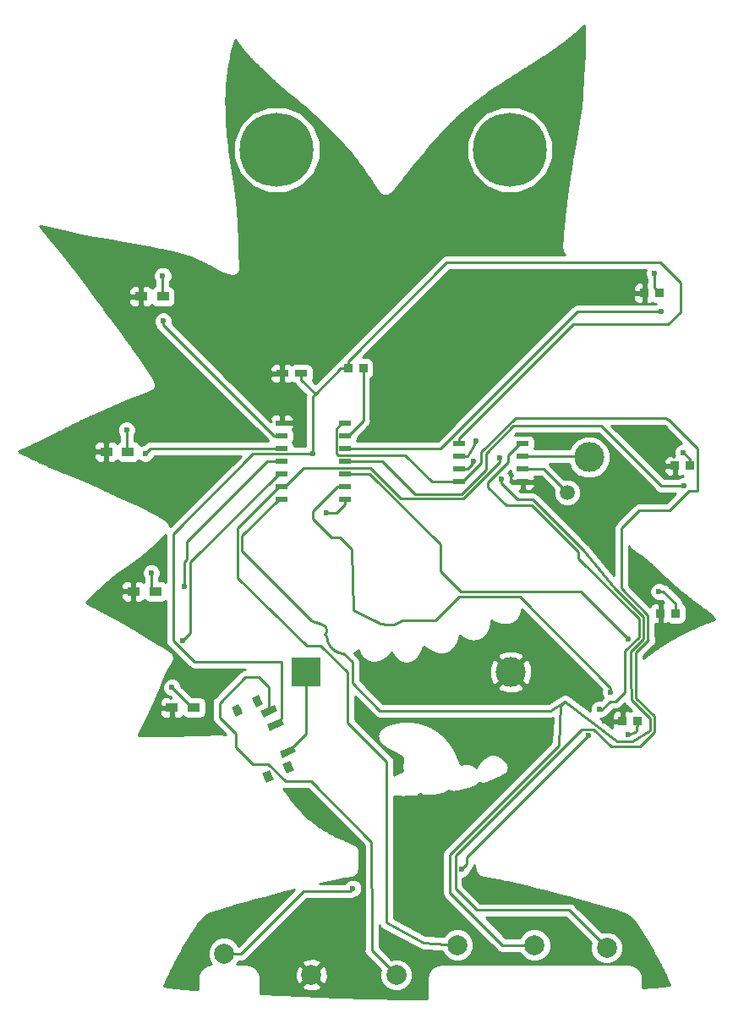
<source format=gbl>
G04 #@! TF.GenerationSoftware,KiCad,Pcbnew,(5.0.2)-1*
G04 #@! TF.CreationDate,2019-05-02T20:45:03-04:00*
G04 #@! TF.ProjectId,Badge2019,42616467-6532-4303-9139-2e6b69636164,rev?*
G04 #@! TF.SameCoordinates,Original*
G04 #@! TF.FileFunction,Copper,L2,Bot*
G04 #@! TF.FilePolarity,Positive*
%FSLAX46Y46*%
G04 Gerber Fmt 4.6, Leading zero omitted, Abs format (unit mm)*
G04 Created by KiCad (PCBNEW (5.0.2)-1) date 5/2/2019 8:45:03 PM*
%MOMM*%
%LPD*%
G01*
G04 APERTURE LIST*
G04 #@! TA.AperFunction,ComponentPad*
%ADD10R,3.000000X3.000000*%
G04 #@! TD*
G04 #@! TA.AperFunction,ComponentPad*
%ADD11C,3.000000*%
G04 #@! TD*
G04 #@! TA.AperFunction,SMDPad,CuDef*
%ADD12R,0.889000X0.889000*%
G04 #@! TD*
G04 #@! TA.AperFunction,SMDPad,CuDef*
%ADD13R,1.200000X0.900000*%
G04 #@! TD*
G04 #@! TA.AperFunction,ComponentPad*
%ADD14C,2.000000*%
G04 #@! TD*
G04 #@! TA.AperFunction,ComponentPad*
%ADD15C,0.800000*%
G04 #@! TD*
G04 #@! TA.AperFunction,ComponentPad*
%ADD16C,7.400000*%
G04 #@! TD*
G04 #@! TA.AperFunction,SMDPad,CuDef*
%ADD17R,1.143000X0.508000*%
G04 #@! TD*
G04 #@! TA.AperFunction,SMDPad,CuDef*
%ADD18C,0.800000*%
G04 #@! TD*
G04 #@! TA.AperFunction,Conductor*
%ADD19C,0.100000*%
G04 #@! TD*
G04 #@! TA.AperFunction,SMDPad,CuDef*
%ADD20C,0.700000*%
G04 #@! TD*
G04 #@! TA.AperFunction,BGAPad,CuDef*
%ADD21C,3.000000*%
G04 #@! TD*
G04 #@! TA.AperFunction,BGAPad,CuDef*
%ADD22C,1.500000*%
G04 #@! TD*
G04 #@! TA.AperFunction,SMDPad,CuDef*
%ADD23R,1.200000X0.750000*%
G04 #@! TD*
G04 #@! TA.AperFunction,ViaPad*
%ADD24C,0.600000*%
G04 #@! TD*
G04 #@! TA.AperFunction,Conductor*
%ADD25C,0.250000*%
G04 #@! TD*
G04 #@! TA.AperFunction,Conductor*
%ADD26C,0.254000*%
G04 #@! TD*
G04 APERTURE END LIST*
D10*
G04 #@! TO.P,BT1,1*
G04 #@! TO.N,/VBATCR*
X198564500Y-106537760D03*
D11*
G04 #@! TO.P,BT1,2*
G04 #@! TO.N,GND*
X219054500Y-106537760D03*
G04 #@! TD*
D12*
G04 #@! TO.P,R9,2*
G04 #@! TO.N,Net-(D8-Pad1)*
X231769920Y-111462820D03*
G04 #@! TO.P,R9,1*
G04 #@! TO.N,GND*
X230245920Y-111462820D03*
G04 #@! TD*
D13*
G04 #@! TO.P,R2,1*
G04 #@! TO.N,GND*
X185115020Y-110111540D03*
G04 #@! TO.P,R2,2*
G04 #@! TO.N,Net-(D1-Pad1)*
X187315020Y-110111540D03*
G04 #@! TD*
G04 #@! TO.P,R3,1*
G04 #@! TO.N,GND*
X181259300Y-98480880D03*
G04 #@! TO.P,R3,2*
G04 #@! TO.N,Net-(D2-Pad1)*
X183459300Y-98480880D03*
G04 #@! TD*
G04 #@! TO.P,R5,1*
G04 #@! TO.N,GND*
X182011140Y-68973700D03*
G04 #@! TO.P,R5,2*
G04 #@! TO.N,Net-(D4-Pad1)*
X184211140Y-68973700D03*
G04 #@! TD*
G04 #@! TO.P,R4,1*
G04 #@! TO.N,GND*
X178536420Y-84508340D03*
G04 #@! TO.P,R4,2*
G04 #@! TO.N,Net-(D3-Pad1)*
X180736420Y-84508340D03*
G04 #@! TD*
D14*
G04 #@! TO.P,REF\002A\002A,6*
G04 #@! TO.N,/MOSI*
X228660960Y-134134860D03*
G04 #@! TD*
G04 #@! TO.P,REF\002A\002A,1*
G04 #@! TO.N,/SCK*
X213720680Y-133860540D03*
G04 #@! TD*
G04 #@! TO.P,REF\002A\002A,5*
G04 #@! TO.N,/MISO*
X221447360Y-133870700D03*
G04 #@! TD*
G04 #@! TO.P,REF\002A\002A,1*
G04 #@! TO.N,GND*
X199095360Y-136842500D03*
G04 #@! TD*
G04 #@! TO.P,REF\002A\002A,1*
G04 #@! TO.N,/VIN5V*
X207584040Y-136857740D03*
G04 #@! TD*
D15*
G04 #@! TO.P,,1*
G04 #@! TO.N,N/C*
X197593021Y-52322659D03*
X195630800Y-51509880D03*
X193668579Y-52322659D03*
X192855800Y-54284880D03*
X193668579Y-56247101D03*
X195630800Y-57059880D03*
X197593021Y-56247101D03*
X198405800Y-54284880D03*
D16*
X195630800Y-54284880D03*
G04 #@! TD*
G04 #@! TO.P,,1*
G04 #@! TO.N,N/C*
X218970860Y-54284880D03*
D15*
X221745860Y-54284880D03*
X220933081Y-56247101D03*
X218970860Y-57059880D03*
X217008639Y-56247101D03*
X216195860Y-54284880D03*
X217008639Y-52322659D03*
X218970860Y-51509880D03*
X220933081Y-52322659D03*
G04 #@! TD*
D12*
G04 #@! TO.P,R1,1*
G04 #@! TO.N,/VCC*
X202750420Y-76169520D03*
G04 #@! TO.P,R1,2*
G04 #@! TO.N,Net-(R1-Pad2)*
X204274420Y-76169520D03*
G04 #@! TD*
G04 #@! TO.P,R6,1*
G04 #@! TO.N,GND*
X232427780Y-68620640D03*
G04 #@! TO.P,R6,2*
G04 #@! TO.N,Net-(D5-Pad1)*
X233951780Y-68620640D03*
G04 #@! TD*
G04 #@! TO.P,R7,2*
G04 #@! TO.N,Net-(D6-Pad1)*
X237009940Y-85928200D03*
G04 #@! TO.P,R7,1*
G04 #@! TO.N,GND*
X235485940Y-85928200D03*
G04 #@! TD*
G04 #@! TO.P,R8,1*
G04 #@! TO.N,GND*
X234035600Y-100672900D03*
G04 #@! TO.P,R8,2*
G04 #@! TO.N,Net-(D7-Pad1)*
X235559600Y-100672900D03*
G04 #@! TD*
D17*
G04 #@! TO.P,U1,1*
G04 #@! TO.N,/RST*
X220266260Y-83710780D03*
G04 #@! TO.P,U1,2*
G04 #@! TO.N,Net-(U1-Pad2)*
X220266260Y-84980780D03*
G04 #@! TO.P,U1,3*
G04 #@! TO.N,Net-(U1-Pad3)*
X220266260Y-86250780D03*
G04 #@! TO.P,U1,4*
G04 #@! TO.N,GND*
X220266260Y-87520780D03*
G04 #@! TO.P,U1,5*
G04 #@! TO.N,/MOSI*
X213916260Y-87520780D03*
G04 #@! TO.P,U1,6*
G04 #@! TO.N,/MISO*
X213916260Y-86250780D03*
G04 #@! TO.P,U1,7*
G04 #@! TO.N,/SCK*
X213916260Y-84980780D03*
G04 #@! TO.P,U1,8*
G04 #@! TO.N,/VCC*
X213916260Y-83710780D03*
G04 #@! TD*
G04 #@! TO.P,U2,10*
G04 #@! TO.N,Net-(D5-Pad2)*
X202483720Y-84162900D03*
G04 #@! TO.P,U2,14*
G04 #@! TO.N,/VCC*
X202483720Y-89242900D03*
G04 #@! TO.P,U2,13*
G04 #@! TO.N,Net-(D8-Pad2)*
X202483720Y-87972900D03*
G04 #@! TO.P,U2,12*
G04 #@! TO.N,Net-(D7-Pad2)*
X202483720Y-86702900D03*
G04 #@! TO.P,U2,11*
G04 #@! TO.N,Net-(D6-Pad2)*
X202483720Y-85432900D03*
G04 #@! TO.P,U2,9*
G04 #@! TO.N,Net-(R1-Pad2)*
X202483720Y-82892900D03*
G04 #@! TO.P,U2,8*
G04 #@! TO.N,/MOSI*
X202483720Y-81622900D03*
G04 #@! TO.P,U2,7*
G04 #@! TO.N,GND*
X196133720Y-81622900D03*
G04 #@! TO.P,U2,6*
G04 #@! TO.N,Net-(D4-Pad2)*
X196133720Y-82892900D03*
G04 #@! TO.P,U2,5*
G04 #@! TO.N,Net-(D3-Pad2)*
X196133720Y-84162900D03*
G04 #@! TO.P,U2,4*
G04 #@! TO.N,Net-(D2-Pad2)*
X196133720Y-85432900D03*
G04 #@! TO.P,U2,3*
G04 #@! TO.N,Net-(D1-Pad2)*
X196133720Y-86702900D03*
G04 #@! TO.P,U2,2*
G04 #@! TO.N,/SCK*
X196133720Y-87972900D03*
G04 #@! TO.P,U2,1*
G04 #@! TO.N,/MISO*
X196133720Y-89242900D03*
G04 #@! TD*
D14*
G04 #@! TO.P,REF\002A\002A,1*
G04 #@! TO.N,/RST*
X190337440Y-134721600D03*
G04 #@! TD*
D18*
G04 #@! TO.P,SW1,*
G04 #@! TO.N,*
X196760137Y-116064261D03*
D19*
G04 #@! TD*
G04 #@! TO.N,*
G04 #@! TO.C,SW1*
G36*
X197333969Y-116348368D02*
X196608923Y-116686462D01*
X196186305Y-115780154D01*
X196911351Y-115442060D01*
X197333969Y-116348368D01*
X197333969Y-116348368D01*
G37*
D18*
G04 #@! TO.P,SW1,*
G04 #@! TO.N,*
X193675023Y-109448214D03*
D19*
G04 #@! TD*
G04 #@! TO.N,*
G04 #@! TO.C,SW1*
G36*
X194248855Y-109732321D02*
X193523809Y-110070415D01*
X193101191Y-109164107D01*
X193826237Y-108826013D01*
X194248855Y-109732321D01*
X194248855Y-109732321D01*
G37*
D18*
G04 #@! TO.P,SW1,*
G04 #@! TO.N,*
X191672083Y-110382201D03*
D19*
G04 #@! TD*
G04 #@! TO.N,*
G04 #@! TO.C,SW1*
G36*
X192245915Y-110666308D02*
X191520869Y-111004402D01*
X191098251Y-110098094D01*
X191823297Y-109760000D01*
X192245915Y-110666308D01*
X192245915Y-110666308D01*
G37*
D18*
G04 #@! TO.P,SW1,*
G04 #@! TO.N,*
X194757197Y-116998248D03*
D19*
G04 #@! TD*
G04 #@! TO.N,*
G04 #@! TO.C,SW1*
G36*
X195331029Y-117282355D02*
X194605983Y-117620449D01*
X194183365Y-116714141D01*
X194908411Y-116376047D01*
X195331029Y-117282355D01*
X195331029Y-117282355D01*
G37*
D20*
G04 #@! TO.P,SW1,3*
G04 #@! TO.N,/VIN5V*
X194855789Y-110442343D03*
D19*
G04 #@! TD*
G04 #@! TO.N,/VIN5V*
G04 #@! TO.C,SW1*
G36*
X195683436Y-110442587D02*
X194323975Y-111076514D01*
X194028142Y-110442099D01*
X195387603Y-109808172D01*
X195683436Y-110442587D01*
X195683436Y-110442587D01*
G37*
D20*
G04 #@! TO.P,SW1,2*
G04 #@! TO.N,/VCC*
X195489716Y-111801805D03*
D19*
G04 #@! TD*
G04 #@! TO.N,/VCC*
G04 #@! TO.C,SW1*
G36*
X196317363Y-111802049D02*
X194957902Y-112435976D01*
X194662069Y-111801561D01*
X196021530Y-111167634D01*
X196317363Y-111802049D01*
X196317363Y-111802049D01*
G37*
D20*
G04 #@! TO.P,SW1,1*
G04 #@! TO.N,/VBATCR*
X196757571Y-114520728D03*
D19*
G04 #@! TD*
G04 #@! TO.N,/VBATCR*
G04 #@! TO.C,SW1*
G36*
X197585218Y-114520972D02*
X196225757Y-115154899D01*
X195929924Y-114520484D01*
X197289385Y-113886557D01*
X197585218Y-114520972D01*
X197585218Y-114520972D01*
G37*
D21*
G04 #@! TO.P,,1*
G04 #@! TO.N,Net-(U1-Pad2)*
X226903280Y-85054440D03*
G04 #@! TD*
D22*
G04 #@! TO.P,,1*
G04 #@! TO.N,Net-(U1-Pad3)*
X224721420Y-88597740D03*
G04 #@! TD*
D23*
G04 #@! TO.P,C1,2*
G04 #@! TO.N,GND*
X196164160Y-76690220D03*
G04 #@! TO.P,C1,1*
G04 #@! TO.N,/VCC*
X198064160Y-76690220D03*
G04 #@! TD*
D24*
G04 #@! TO.N,GND*
X233067860Y-84579460D03*
X226768660Y-89103200D03*
X232610660Y-96509840D03*
X178691540Y-65290700D03*
X225905060Y-68399660D03*
X190609220Y-106829860D03*
X181249320Y-101137720D03*
X206656940Y-106507280D03*
X207586580Y-106507280D03*
X208574640Y-106507280D03*
X207667860Y-107373420D03*
X207647540Y-108364020D03*
X207647540Y-109313980D03*
X206656940Y-109291120D03*
X208617820Y-109395260D03*
X210515200Y-106527600D03*
X211317840Y-106507280D03*
X209854800Y-107581700D03*
X209936080Y-108529120D03*
X210741260Y-109395260D03*
X211503260Y-109313980D03*
X212123020Y-108488480D03*
X212039200Y-107538520D03*
X213278720Y-106342180D03*
X214165180Y-106321860D03*
X215092280Y-106301540D03*
X214226140Y-107353100D03*
X214205820Y-108468160D03*
X214205820Y-109395260D03*
X201714100Y-58671460D03*
X228437440Y-111467900D03*
X188305440Y-133299200D03*
X198760080Y-119908320D03*
G04 #@! TO.N,Net-(D1-Pad2)*
X186188508Y-103440331D03*
G04 #@! TO.N,Net-(D2-Pad2)*
X186349640Y-97995740D03*
G04 #@! TO.N,Net-(D3-Pad2)*
X182471060Y-84688680D03*
G04 #@! TO.N,Net-(D1-Pad1)*
X185133017Y-108108353D03*
G04 #@! TO.N,Net-(D2-Pad1)*
X183073040Y-96626680D03*
G04 #@! TO.N,Net-(D3-Pad1)*
X180586380Y-82323940D03*
G04 #@! TO.N,Net-(D4-Pad2)*
X184238900Y-71437500D03*
G04 #@! TO.N,Net-(D4-Pad1)*
X184205880Y-66908680D03*
G04 #@! TO.N,Net-(D5-Pad1)*
X233471720Y-66690240D03*
G04 #@! TO.N,Net-(D5-Pad2)*
X234139740Y-70477380D03*
G04 #@! TO.N,Net-(D6-Pad2)*
X236435900Y-87889080D03*
G04 #@! TO.N,Net-(D6-Pad1)*
X236358240Y-84582000D03*
G04 #@! TO.N,Net-(D7-Pad1)*
X233906060Y-98496120D03*
G04 #@! TO.N,Net-(D7-Pad2)*
X230803728Y-103231413D03*
G04 #@! TO.N,Net-(D8-Pad2)*
X229080060Y-108557060D03*
G04 #@! TO.N,Net-(D8-Pad1)*
X230845360Y-112826800D03*
G04 #@! TO.N,/RST*
X226814464Y-112897920D03*
X214129620Y-126245620D03*
X203238100Y-128196340D03*
X227914200Y-110284260D03*
G04 #@! TO.N,/MISO*
X218081860Y-87205820D03*
X215323420Y-85437980D03*
G04 #@! TO.N,/SCK*
X217921840Y-85133180D03*
X215562180Y-83466940D03*
G04 #@! TO.N,/VCC*
X199273160Y-84683600D03*
X200576180Y-90637360D03*
G04 #@! TD*
D25*
G04 #@! TO.N,Net-(R1-Pad2)*
X204274420Y-76864020D02*
X204274420Y-76169520D01*
X204274420Y-81419700D02*
X204274420Y-76864020D01*
X202801220Y-82892900D02*
X204274420Y-81419700D01*
X202483720Y-82892900D02*
X202801220Y-82892900D01*
G04 #@! TO.N,GND*
X199198372Y-132973815D02*
X199289346Y-132882841D01*
X198149036Y-132973815D02*
X199198372Y-132973815D01*
G04 #@! TO.N,Net-(D1-Pad2)*
X186994552Y-102634287D02*
X186488507Y-103140332D01*
X186488507Y-103140332D02*
X186188508Y-103440331D01*
X186994552Y-95524568D02*
X186994552Y-102634287D01*
X195816220Y-86702900D02*
X186994552Y-95524568D01*
X196133720Y-86702900D02*
X195816220Y-86702900D01*
G04 #@! TO.N,Net-(D2-Pad2)*
X195816220Y-85432900D02*
X195795900Y-85453220D01*
X196133720Y-85432900D02*
X195816220Y-85432900D01*
X195795900Y-85453220D02*
X194637660Y-85453220D01*
X194637660Y-85453220D02*
X186611260Y-93479620D01*
X186611260Y-95244920D02*
X186349640Y-95506540D01*
X186611260Y-93479620D02*
X186611260Y-95244920D01*
X186349640Y-95506540D02*
X186349640Y-97995740D01*
G04 #@! TO.N,Net-(D3-Pad2)*
X182996840Y-84162900D02*
X182771059Y-84388681D01*
X196133720Y-84162900D02*
X182996840Y-84162900D01*
X182771059Y-84388681D02*
X182471060Y-84688680D01*
G04 #@! TO.N,Net-(D1-Pad1)*
X186977020Y-109952356D02*
X185433016Y-108408352D01*
X186977020Y-110111540D02*
X186977020Y-109952356D01*
X185433016Y-108408352D02*
X185133017Y-108108353D01*
G04 #@! TO.N,Net-(D2-Pad1)*
X183073040Y-98432620D02*
X183121300Y-98480880D01*
X183073040Y-96626680D02*
X183073040Y-98432620D01*
G04 #@! TO.N,Net-(D3-Pad1)*
X180586380Y-84320380D02*
X180398420Y-84508340D01*
X180586380Y-82323940D02*
X180586380Y-84320380D01*
G04 #@! TO.N,Net-(D4-Pad2)*
X195312220Y-82892900D02*
X184238900Y-71819580D01*
X196133720Y-82892900D02*
X195312220Y-82892900D01*
X184238900Y-71819580D02*
X184238900Y-71437500D01*
G04 #@! TO.N,Net-(D4-Pad1)*
X184205880Y-68640960D02*
X183873140Y-68973700D01*
X184205880Y-66908680D02*
X184205880Y-68640960D01*
G04 #@! TO.N,Net-(D5-Pad1)*
X233471720Y-68140580D02*
X233951780Y-68620640D01*
X233471720Y-66690240D02*
X233471720Y-68140580D01*
G04 #@! TO.N,Net-(D5-Pad2)*
X212053638Y-84162900D02*
X225739158Y-70477380D01*
X202483720Y-84162900D02*
X212053638Y-84162900D01*
X225739158Y-70477380D02*
X234139740Y-70477380D01*
G04 #@! TO.N,Net-(D6-Pad2)*
X209509360Y-88737440D02*
X206204820Y-85432900D01*
X214110102Y-88737440D02*
X209509360Y-88737440D01*
X234104180Y-87889080D02*
X228145340Y-81930240D01*
X206204820Y-85432900D02*
X202483720Y-85432900D01*
X236435900Y-87889080D02*
X234104180Y-87889080D01*
X228145340Y-81930240D02*
X219341700Y-81930240D01*
X219341700Y-81930240D02*
X216568020Y-84703920D01*
X216568020Y-84703920D02*
X216568020Y-86279522D01*
X216568020Y-86279522D02*
X214110102Y-88737440D01*
G04 #@! TO.N,Net-(D6-Pad1)*
X237009940Y-85233700D02*
X237009940Y-85928200D01*
X236358240Y-84582000D02*
X237009940Y-85233700D01*
G04 #@! TO.N,Net-(D7-Pad1)*
X235559600Y-99978400D02*
X235559600Y-100672900D01*
X235559600Y-99725396D02*
X235559600Y-99978400D01*
X234330324Y-98496120D02*
X235559600Y-99725396D01*
X233906060Y-98496120D02*
X234330324Y-98496120D01*
G04 #@! TO.N,Net-(D7-Pad2)*
X226043035Y-98470720D02*
X230503729Y-102931414D01*
X212031580Y-93789500D02*
X212031580Y-96476820D01*
X204944980Y-86702900D02*
X212031580Y-93789500D01*
X214025480Y-98470720D02*
X226043035Y-98470720D01*
X202483720Y-86702900D02*
X204944980Y-86702900D01*
X212031580Y-96476820D02*
X214025480Y-98470720D01*
X230503729Y-102931414D02*
X230803728Y-103231413D01*
G04 #@! TO.N,Net-(D8-Pad2)*
X201662220Y-87972900D02*
X202483720Y-87972900D01*
X199194420Y-90440700D02*
X201662220Y-87972900D01*
X199194420Y-91196160D02*
X199194420Y-90440700D01*
X201061320Y-93063060D02*
X199194420Y-91196160D01*
X201956389Y-93063060D02*
X201061320Y-93063060D01*
X203166980Y-94346409D02*
X203166980Y-94273651D01*
X203166980Y-94273651D02*
X201956389Y-93063060D01*
X229080060Y-108132796D02*
X229080060Y-108557060D01*
X219974244Y-99026980D02*
X229080060Y-108132796D01*
X213870540Y-99026980D02*
X219974244Y-99026980D01*
X211526120Y-101371400D02*
X213870540Y-99026980D01*
X208218757Y-101371400D02*
X211526120Y-101371400D01*
X207880627Y-101581122D02*
X208218757Y-101371400D01*
X206049518Y-101684971D02*
X206059432Y-101700929D01*
X205877169Y-101630499D02*
X206049518Y-101684971D01*
X205768740Y-101581630D02*
X205871559Y-101619704D01*
X206415941Y-101782980D02*
X206429019Y-101797997D01*
X205871559Y-101619704D02*
X205877169Y-101630499D01*
X205671413Y-101538514D02*
X205766265Y-101576243D01*
X205576505Y-101493251D02*
X205668932Y-101532754D01*
X206429019Y-101797997D02*
X206600832Y-101809854D01*
X205668932Y-101532754D02*
X205671413Y-101538514D01*
X207691691Y-101654182D02*
X207708690Y-101659425D01*
X205483987Y-101445735D02*
X205574040Y-101487106D01*
X203273660Y-100390960D02*
X205358382Y-101371400D01*
X206987414Y-101829641D02*
X207154559Y-101799468D01*
X205574040Y-101487106D02*
X205576505Y-101493251D01*
X205358382Y-101371400D02*
X205391528Y-101389001D01*
X203166980Y-94273651D02*
X203273660Y-100390960D01*
X207353726Y-101774035D02*
X207515603Y-101717147D01*
X205391528Y-101389001D02*
X205393864Y-101395898D01*
X206059432Y-101700929D02*
X206232002Y-101741245D01*
X205393864Y-101395898D02*
X205481572Y-101439215D01*
X207532916Y-101723895D02*
X207691691Y-101654182D01*
X205766265Y-101576243D02*
X205768740Y-101581630D01*
X205481572Y-101439215D02*
X205483987Y-101445735D01*
X206243534Y-101756889D02*
X206415941Y-101782980D01*
X206232002Y-101741245D02*
X206243534Y-101756889D01*
X206600832Y-101809854D02*
X206615310Y-101823944D01*
X206615310Y-101823944D02*
X206786045Y-101821624D01*
X206786045Y-101821624D02*
X206801696Y-101834516D01*
X206801696Y-101834516D02*
X206970873Y-101818159D01*
X206970873Y-101818159D02*
X206987414Y-101829641D01*
X207154559Y-101799468D02*
X207171673Y-101809404D01*
X207171673Y-101809404D02*
X207336364Y-101765703D01*
X207336364Y-101765703D02*
X207353726Y-101774035D01*
X207515603Y-101717147D02*
X207532916Y-101723895D01*
X207708690Y-101659425D02*
X207864145Y-101577259D01*
X207864145Y-101577259D02*
X207880627Y-101581122D01*
G04 #@! TO.N,Net-(D8-Pad1)*
X231670860Y-112471200D02*
X231769920Y-111462820D01*
X230845360Y-112826800D02*
X231315260Y-112676940D01*
X231315260Y-112676940D02*
X231670860Y-112471200D01*
G04 #@! TO.N,Net-(U1-Pad2)*
X226829620Y-84980780D02*
X226903280Y-85054440D01*
X220266260Y-84980780D02*
X226829620Y-84980780D01*
G04 #@! TO.N,Net-(U1-Pad3)*
X222374460Y-86250780D02*
X224721420Y-88597740D01*
X220266260Y-86250780D02*
X222374460Y-86250780D01*
G04 #@! TO.N,/RST*
X226814464Y-112897920D02*
X214642700Y-125069684D01*
X214642700Y-125069684D02*
X214642700Y-125732540D01*
X214642700Y-125732540D02*
X214129620Y-126245620D01*
X219948760Y-83710780D02*
X220266260Y-83710780D01*
X230451660Y-104467380D02*
X231878278Y-103040762D01*
X229029260Y-109476540D02*
X229572820Y-109476540D01*
X218777820Y-85584858D02*
X218777820Y-84881720D01*
X216789000Y-88049100D02*
X216789000Y-87573678D01*
X225842978Y-95172678D02*
X225842978Y-94532598D01*
X218615260Y-89875360D02*
X216789000Y-88049100D01*
X228127839Y-110377961D02*
X229029260Y-109476540D01*
X221185740Y-89875360D02*
X218615260Y-89875360D01*
X231878278Y-103040762D02*
X231878278Y-101207978D01*
X227914200Y-110284260D02*
X228127839Y-110377961D01*
X231878278Y-101207978D02*
X225842978Y-95172678D01*
X230451660Y-108597700D02*
X230451660Y-104467380D01*
X225842978Y-94532598D02*
X221185740Y-89875360D01*
X216789000Y-87573678D02*
X218777820Y-85584858D01*
X229572820Y-109476540D02*
X230451660Y-108597700D01*
X218777820Y-84881720D02*
X219948760Y-83710780D01*
X192072260Y-134721600D02*
X190337440Y-134721600D01*
X198297521Y-128496339D02*
X192072260Y-134721600D01*
X203238100Y-128196340D02*
X202938101Y-128496339D01*
X202938101Y-128496339D02*
X198297521Y-128496339D01*
G04 #@! TO.N,/MISO*
X219724778Y-89273002D02*
X219839540Y-89273002D01*
X218081860Y-87630084D02*
X219724778Y-89273002D01*
X218081860Y-87205820D02*
X218081860Y-87630084D01*
X219699840Y-89209880D02*
X219839540Y-89273002D01*
X215323420Y-85437980D02*
X215230520Y-85758020D01*
X215230520Y-85758020D02*
X214737760Y-86250780D01*
X214737760Y-86250780D02*
X213916260Y-86250780D01*
X232328289Y-101021579D02*
X232328289Y-103227161D01*
X229439192Y-98132482D02*
X232328289Y-101021579D01*
X226292989Y-94368658D02*
X229439192Y-98132482D01*
X232989429Y-112353723D02*
X231239060Y-113520220D01*
X226292989Y-94346198D02*
X226292989Y-94368658D01*
X219839540Y-89273002D02*
X221219793Y-89273002D01*
X232989429Y-111208328D02*
X232989429Y-112353723D01*
X221219793Y-89273002D02*
X226292989Y-94346198D01*
X232328289Y-103227161D02*
X231079040Y-104476410D01*
X231239060Y-113520220D02*
X229722680Y-113482120D01*
X231079040Y-104476410D02*
X231079040Y-107205718D01*
X231108112Y-107234790D02*
X231143287Y-109141593D01*
X231079040Y-107205718D02*
X231108112Y-107234790D01*
X231143287Y-109141593D02*
X231143287Y-109362186D01*
X231143287Y-109362186D02*
X232989429Y-111208328D01*
X229722680Y-113482120D02*
X224490280Y-109509560D01*
X199609700Y-101581502D02*
X199529232Y-101555077D01*
X199610333Y-101582755D02*
X199609700Y-101581502D01*
X199689656Y-101609301D02*
X199610333Y-101582755D01*
X199690309Y-101610611D02*
X199689656Y-101609301D01*
X199768028Y-101637131D02*
X199690309Y-101610611D01*
X199845155Y-101666456D02*
X199844409Y-101664913D01*
X199989461Y-101719887D02*
X199919171Y-101694247D01*
X199990377Y-101721856D02*
X199989461Y-101719887D01*
X200057345Y-101746950D02*
X199990377Y-101721856D01*
X200240058Y-101830717D02*
X200238281Y-101826390D01*
X200338117Y-101880006D02*
X200292519Y-101858571D01*
X200341046Y-101888132D02*
X200338117Y-101880006D01*
X200382324Y-101909327D02*
X200341046Y-101888132D01*
X200424222Y-101943752D02*
X200386295Y-101921680D01*
X200430193Y-101966350D02*
X200424222Y-101943752D01*
X200466854Y-101992673D02*
X200430193Y-101966350D01*
X200510150Y-102088199D02*
X200508899Y-102056573D01*
X200543196Y-102127869D02*
X200510150Y-102088199D01*
X200560692Y-102236241D02*
X200567958Y-102204521D01*
X200582194Y-102283621D02*
X200560692Y-102236241D01*
X195816220Y-89242900D02*
X196133720Y-89242900D01*
X199918352Y-101692521D02*
X199845155Y-101666456D01*
X200509561Y-102647549D02*
X200525832Y-102635217D01*
X200183479Y-101803502D02*
X200182028Y-101800114D01*
X200484392Y-102700630D02*
X200499875Y-102690811D01*
X200238281Y-101826390D02*
X200183479Y-101803502D01*
X200471756Y-102742213D02*
X200484392Y-102700630D01*
X200571078Y-102313212D02*
X200582194Y-102283621D01*
X200457236Y-102749965D02*
X200471756Y-102742213D01*
X200386295Y-101921680D02*
X200382324Y-101909327D01*
X200442063Y-102790033D02*
X200457236Y-102749965D01*
X200471701Y-102022207D02*
X200466854Y-101992673D01*
X200432095Y-102794525D02*
X200442063Y-102790033D01*
X200564800Y-102927231D02*
X200432095Y-102794525D01*
X200508899Y-102056573D02*
X200471701Y-102022207D01*
X200559701Y-102934837D02*
X200564800Y-102927231D01*
X200532043Y-102590120D02*
X200548809Y-102574764D01*
X201653850Y-104505913D02*
X201643171Y-104508471D01*
X201723725Y-104535519D02*
X201712909Y-104538625D01*
X200292519Y-101858571D02*
X200290280Y-101852813D01*
X201784285Y-104565539D02*
X201723725Y-104535519D01*
X201795220Y-104561852D02*
X201784285Y-104565539D01*
X200567594Y-102509008D02*
X200564712Y-102460564D01*
X201444426Y-104400082D02*
X201391861Y-104357768D01*
X201868255Y-104584753D02*
X201857229Y-104589055D01*
X201942194Y-104605850D02*
X201939919Y-104605322D01*
X201945166Y-104610391D02*
X201942194Y-104605850D01*
X200580608Y-102437936D02*
X200571995Y-102388644D01*
X200865705Y-103819165D02*
X200834739Y-103758146D01*
X201978328Y-104617315D02*
X201945166Y-104610391D01*
X201981977Y-104622587D02*
X201978328Y-104617315D01*
X200540240Y-102160328D02*
X200543196Y-102127869D01*
X200952038Y-103942665D02*
X200916676Y-103884321D01*
X202326510Y-104688909D02*
X202305720Y-104691841D01*
X201391861Y-104357768D02*
X201381831Y-104358441D01*
X201056344Y-104060538D02*
X201047141Y-104059002D01*
X205940660Y-110416340D02*
X203181350Y-107657030D01*
X202052702Y-104639606D02*
X202019497Y-104634590D01*
X201150685Y-104167566D02*
X201107196Y-104115494D01*
X202297009Y-104685282D02*
X202263465Y-104688508D01*
X203181350Y-107657030D02*
X203181350Y-105543750D01*
X200525832Y-102635217D02*
X200532043Y-102590120D01*
X224490280Y-109509560D02*
X223041884Y-110416340D01*
X223041884Y-110416340D02*
X205940660Y-110416340D01*
X201007618Y-104003642D02*
X200998522Y-104001770D01*
X202305720Y-104691841D02*
X202297009Y-104685282D01*
X201712909Y-104538625D02*
X201653850Y-104505913D01*
X200182028Y-101800114D02*
X200122853Y-101776426D01*
X202263465Y-104688508D02*
X202254913Y-104681455D01*
X200916676Y-103884321D02*
X200907747Y-103881771D01*
X202254913Y-104681455D02*
X202221188Y-104683175D01*
X200586036Y-102362292D02*
X200571078Y-102313212D01*
X200874557Y-103822057D02*
X200865705Y-103819165D01*
X201931659Y-104609011D02*
X201868255Y-104584753D01*
X202221188Y-104683175D02*
X202212994Y-104675775D01*
X202212994Y-104675775D02*
X202179178Y-104675985D01*
X201643171Y-104508471D02*
X201585671Y-104473192D01*
X201097875Y-104114297D02*
X201056344Y-104060538D01*
X202091305Y-104650095D02*
X202057931Y-104646212D01*
X200564712Y-102460564D02*
X200580608Y-102437936D01*
X201272051Y-104267763D02*
X201262335Y-104267642D01*
X202015087Y-104628610D02*
X201981977Y-104622587D01*
X201321113Y-104314252D02*
X201272051Y-104267763D01*
X202179178Y-104675985D02*
X202171578Y-104668479D01*
X201939919Y-104605322D02*
X201931659Y-104609011D01*
X200550868Y-102527850D02*
X200567594Y-102509008D01*
X202130957Y-104659813D02*
X202097365Y-104657184D01*
X200998522Y-104001770D02*
X200961048Y-103944875D01*
X200907747Y-103881771D02*
X200874557Y-103822057D01*
X201585671Y-104473192D02*
X201575147Y-104475234D01*
X200548809Y-102574764D02*
X200550868Y-102527850D01*
X201575147Y-104475234D02*
X201519246Y-104437500D01*
X200691126Y-103482598D02*
X200672317Y-103416209D01*
X200699678Y-103487374D02*
X200691126Y-103482598D01*
X201519246Y-104437500D02*
X201508882Y-104439058D01*
X200499875Y-102690811D02*
X200509561Y-102647549D01*
X201508882Y-104439058D02*
X201454625Y-104398979D01*
X201454625Y-104398979D02*
X201444426Y-104400082D01*
X200122853Y-101776426D02*
X200121638Y-101773681D01*
X201857229Y-104589055D02*
X201795220Y-104561852D01*
X201381831Y-104358441D02*
X201330989Y-104313986D01*
X200290280Y-101852813D02*
X200240058Y-101830717D01*
X201330989Y-104313986D02*
X201321113Y-104314252D01*
X200571995Y-102388644D02*
X200586036Y-102362292D01*
X201262335Y-104267642D02*
X201215079Y-104219198D01*
X199446834Y-101526521D02*
X199033158Y-101395610D01*
X201215079Y-104219198D02*
X201205501Y-104218706D01*
X202097365Y-104657184D02*
X202091305Y-104650095D01*
X201205501Y-104218706D02*
X201160117Y-104168414D01*
X200058389Y-101749246D02*
X200057345Y-101746950D01*
X201160117Y-104168414D02*
X201150685Y-104167566D01*
X199919171Y-101694247D02*
X199918352Y-101692521D01*
X201107196Y-104115494D02*
X201097875Y-104114297D01*
X199528617Y-101553875D02*
X199447450Y-101527708D01*
X201047141Y-104059002D02*
X201007618Y-104003642D01*
X200961048Y-103944875D02*
X200952038Y-103942665D01*
X199844409Y-101664913D02*
X199768724Y-101638549D01*
X203181350Y-105543750D02*
X202326510Y-104688909D01*
X200834739Y-103758146D02*
X200825949Y-103754900D01*
X199447450Y-101527708D02*
X199446834Y-101526521D01*
X202057931Y-104646212D02*
X202052702Y-104639606D01*
X200825949Y-103754900D02*
X200797277Y-103692660D01*
X192110438Y-92948682D02*
X195816220Y-89242900D01*
X200797277Y-103692660D02*
X200788551Y-103689053D01*
X200121638Y-101773681D02*
X200058389Y-101749246D01*
X202137840Y-104667226D02*
X202130957Y-104659813D01*
X200788551Y-103689053D02*
X200762236Y-103625662D01*
X202171578Y-104668479D02*
X202137840Y-104667226D01*
X200762236Y-103625662D02*
X200753568Y-103621681D01*
X200753568Y-103621681D02*
X200729681Y-103557215D01*
X192110438Y-94472838D02*
X192110438Y-92948682D01*
X200729681Y-103557215D02*
X200721064Y-103552842D01*
X199768724Y-101638549D02*
X199768028Y-101637131D01*
X200721064Y-103552842D02*
X200699678Y-103487374D01*
X200567958Y-102204521D02*
X200540240Y-102160328D01*
X202019497Y-104634590D02*
X202015087Y-104628610D01*
X200672317Y-103416209D02*
X200663830Y-103411010D01*
X199529232Y-101555077D02*
X199528617Y-101553875D01*
X200663830Y-103411010D02*
X200647678Y-103343780D01*
X200647678Y-103343780D02*
X200639270Y-103338143D01*
X199033158Y-101395610D02*
X192110438Y-94472838D01*
X200639270Y-103338143D02*
X200559701Y-102934837D01*
X218216480Y-133870700D02*
X221447360Y-133870700D01*
X224144840Y-109855000D02*
X224066100Y-109855000D01*
X224490280Y-109509560D02*
X224144840Y-109855000D01*
X224066100Y-109855000D02*
X223862900Y-113902350D01*
X223862900Y-113902350D02*
X212968840Y-124796410D01*
X212968840Y-124796410D02*
X212968840Y-128623060D01*
X212968840Y-128623060D02*
X218216480Y-133870700D01*
G04 #@! TO.N,/SCK*
X196451220Y-87972900D02*
X196133720Y-87972900D01*
X198300221Y-86123899D02*
X196451220Y-87972900D01*
X205002389Y-86123899D02*
X198300221Y-86123899D01*
X208065940Y-89187450D02*
X205002389Y-86123899D01*
X214296502Y-89187450D02*
X208065940Y-89187450D01*
X217921840Y-85562112D02*
X214296502Y-89187450D01*
X217921840Y-85133180D02*
X217921840Y-85562112D01*
X214737760Y-84980780D02*
X213916260Y-84980780D01*
X215562180Y-83466940D02*
X215247220Y-84089240D01*
X215247220Y-84089240D02*
X214737760Y-84980780D01*
X210312000Y-133624320D02*
X213720680Y-133860540D01*
X206611882Y-131646322D02*
X210312000Y-133624320D01*
X206611882Y-115525222D02*
X206611882Y-131646322D01*
X202687572Y-106561272D02*
X202687572Y-111600912D01*
X195816220Y-87972900D02*
X191660428Y-92128692D01*
X196133720Y-87972900D02*
X195816220Y-87972900D01*
X191660428Y-92128692D02*
X191660428Y-97119088D01*
X191660428Y-97119088D02*
X198625460Y-103901240D01*
X202687572Y-111600912D02*
X206611882Y-115525222D01*
X198625460Y-103901240D02*
X200027540Y-103901240D01*
X200027540Y-103901240D02*
X202687572Y-106561272D01*
G04 #@! TO.N,/MOSI*
X201764217Y-84853899D02*
X208496019Y-84853899D01*
X201587219Y-84676901D02*
X201764217Y-84853899D01*
X201587219Y-82201901D02*
X201587219Y-84676901D01*
X202483720Y-81622900D02*
X202166220Y-81622900D01*
X202166220Y-81622900D02*
X201587219Y-82201901D01*
X211162900Y-87520780D02*
X213916260Y-87520780D01*
X208496019Y-84853899D02*
X211162900Y-87520780D01*
X215701880Y-130378200D02*
X224904300Y-130378200D01*
X213504619Y-128180939D02*
X215701880Y-130378200D01*
X213504619Y-124897041D02*
X213504619Y-128180939D01*
X226128741Y-112272919D02*
X213504619Y-124897041D01*
X227385480Y-112272919D02*
X226128741Y-112272919D01*
X224904300Y-130378200D02*
X228660960Y-134134860D01*
X233439440Y-110983500D02*
X233439440Y-112579484D01*
X231593296Y-109137356D02*
X233439440Y-110983500D01*
X232034156Y-113984768D02*
X229097329Y-113984768D01*
X231554607Y-107040123D02*
X231593296Y-109137356D01*
X229097329Y-113984768D02*
X227385480Y-112272919D01*
X231554020Y-104637840D02*
X231554020Y-107008284D01*
X231554020Y-107008284D02*
X231554607Y-107040123D01*
X232857040Y-103334820D02*
X231554020Y-104637840D01*
X232778300Y-103256080D02*
X232857040Y-103334820D01*
X232778300Y-100835179D02*
X232778300Y-103256080D01*
X230141780Y-98198659D02*
X232778300Y-100835179D01*
X230141780Y-92158820D02*
X230141780Y-98198659D01*
X234380329Y-81112360D02*
X234447709Y-81136547D01*
X219523170Y-81112360D02*
X234380329Y-81112360D01*
X216110820Y-84524710D02*
X219523170Y-81112360D01*
X216110820Y-85643720D02*
X216110820Y-84524710D01*
X234447709Y-81136547D02*
X234448349Y-81137878D01*
X234580057Y-81184046D02*
X234580663Y-81185284D01*
X234448349Y-81137878D02*
X234580057Y-81184046D01*
X234580663Y-81185284D02*
X234843900Y-81275498D01*
X213916260Y-87520780D02*
X214233760Y-87520780D01*
X234843900Y-81275498D02*
X237779441Y-84211041D01*
X214233760Y-87520780D02*
X216110820Y-85643720D01*
X237779441Y-84211041D02*
X237779441Y-88399739D01*
X237779441Y-88399739D02*
X236904574Y-88399739D01*
X236904574Y-88399739D02*
X234926033Y-90378280D01*
X233439440Y-112579484D02*
X232034156Y-113984768D01*
X234926033Y-90378280D02*
X231922320Y-90378280D01*
X231922320Y-90378280D02*
X230141780Y-92158820D01*
G04 #@! TO.N,/VBATCR*
X198564500Y-112713799D02*
X198564500Y-106537760D01*
X196757571Y-114520728D02*
X198564500Y-112713799D01*
G04 #@! TO.N,/VCC*
X196124791Y-111166730D02*
X196124791Y-105528071D01*
X195489716Y-111801805D02*
X196124791Y-111166730D01*
X196124791Y-105528071D02*
X187392349Y-105528071D01*
X187392349Y-105528071D02*
X185262520Y-103398242D01*
X185262520Y-103398242D02*
X185262520Y-92743020D01*
X193263639Y-84741901D02*
X199092939Y-84741901D01*
X185262520Y-92743020D02*
X193263639Y-84741901D01*
X199092939Y-84741901D02*
X199151240Y-84683600D01*
X199151240Y-84683600D02*
X199273160Y-84683600D01*
X202483720Y-89746900D02*
X202483720Y-89242900D01*
X201593260Y-90637360D02*
X202483720Y-89746900D01*
X200576180Y-90637360D02*
X201593260Y-90637360D01*
X202055920Y-76169520D02*
X202750420Y-76169520D01*
X199273160Y-84683600D02*
X199273160Y-78952280D01*
X202750420Y-75475020D02*
X202750420Y-76169520D01*
X212624860Y-65600580D02*
X202750420Y-75475020D01*
X213916260Y-83206780D02*
X225350260Y-71772780D01*
X213916260Y-83710780D02*
X213916260Y-83206780D01*
X234040680Y-65600580D02*
X212624860Y-65600580D01*
X225350260Y-71772780D02*
X234812840Y-71772780D01*
X234812840Y-71772780D02*
X236024420Y-70561200D01*
X236024420Y-70561200D02*
X236024420Y-67584320D01*
X236024420Y-67584320D02*
X234040680Y-65600580D01*
X199476360Y-78727420D02*
X199476360Y-78749080D01*
X198064160Y-77315220D02*
X199476360Y-78727420D01*
X198064160Y-76690220D02*
X198064160Y-77315220D01*
X199273160Y-78952280D02*
X199476360Y-78749080D01*
X199476360Y-78749080D02*
X202055920Y-76169520D01*
G04 #@! TO.N,/VIN5V*
X205125320Y-134399020D02*
X207584040Y-136857740D01*
X199029320Y-117505480D02*
X205120240Y-123596400D01*
X196497480Y-117505480D02*
X199029320Y-117505480D01*
X194770280Y-115778280D02*
X196497480Y-117505480D01*
X191556640Y-114089180D02*
X193245740Y-115778280D01*
X193245740Y-115778280D02*
X194770280Y-115778280D01*
X191556640Y-112760760D02*
X191556640Y-114089180D01*
X194855789Y-110442343D02*
X194855789Y-108107169D01*
X205120240Y-123596400D02*
X205125320Y-132745480D01*
X193796920Y-107048300D02*
X192498980Y-107048300D01*
X194855789Y-108107169D02*
X193796920Y-107048300D01*
X192498980Y-107048300D02*
X189903100Y-109644180D01*
X189903100Y-109644180D02*
X189903100Y-111107220D01*
X205125320Y-132745480D02*
X205125320Y-134399020D01*
X189903100Y-111107220D02*
X191556640Y-112760760D01*
G04 #@! TD*
D26*
G04 #@! TO.N,GND*
G36*
X205350331Y-110900813D02*
X205392731Y-110964269D01*
X205644123Y-111132244D01*
X205865808Y-111176340D01*
X205865812Y-111176340D01*
X205940660Y-111191228D01*
X206015508Y-111176340D01*
X223030637Y-111176340D01*
X223170430Y-111180492D01*
X223239921Y-111154096D01*
X223118533Y-113571914D01*
X212484370Y-124206079D01*
X212420911Y-124248481D01*
X212252936Y-124499874D01*
X212208840Y-124721559D01*
X212208840Y-124721563D01*
X212193952Y-124796410D01*
X212208840Y-124871257D01*
X212208841Y-128548208D01*
X212193952Y-128623060D01*
X212208841Y-128697912D01*
X212218993Y-128748950D01*
X212252937Y-128919597D01*
X212364685Y-129086839D01*
X212420912Y-129170989D01*
X212484368Y-129213389D01*
X217626151Y-134355173D01*
X217668551Y-134418629D01*
X217732007Y-134461029D01*
X217919942Y-134586604D01*
X217963314Y-134595231D01*
X218141628Y-134630700D01*
X218141632Y-134630700D01*
X218216480Y-134645588D01*
X218291328Y-134630700D01*
X219992451Y-134630700D01*
X220061274Y-134796853D01*
X220521207Y-135256786D01*
X221122138Y-135505700D01*
X221772582Y-135505700D01*
X222373513Y-135256786D01*
X222833446Y-134796853D01*
X223082360Y-134195922D01*
X223082360Y-133545478D01*
X222833446Y-132944547D01*
X222373513Y-132484614D01*
X221772582Y-132235700D01*
X221122138Y-132235700D01*
X220521207Y-132484614D01*
X220061274Y-132944547D01*
X219992451Y-133110700D01*
X218531282Y-133110700D01*
X216558782Y-131138200D01*
X224589499Y-131138200D01*
X227094783Y-133643485D01*
X227025960Y-133809638D01*
X227025960Y-134460082D01*
X227274874Y-135061013D01*
X227734807Y-135520946D01*
X228335738Y-135769860D01*
X228986182Y-135769860D01*
X229587113Y-135520946D01*
X230047046Y-135061013D01*
X230295960Y-134460082D01*
X230295960Y-133809638D01*
X230047046Y-133208707D01*
X229587113Y-132748774D01*
X228986182Y-132499860D01*
X228335738Y-132499860D01*
X228169585Y-132568683D01*
X225494631Y-129893730D01*
X225452229Y-129830271D01*
X225200837Y-129662296D01*
X224979152Y-129618200D01*
X224979147Y-129618200D01*
X224904300Y-129603312D01*
X224829453Y-129618200D01*
X216016683Y-129618200D01*
X214264619Y-127866138D01*
X214264619Y-127180620D01*
X214315603Y-127180620D01*
X214659255Y-127038275D01*
X214922275Y-126775255D01*
X215064620Y-126431603D01*
X215064620Y-126385422D01*
X215127172Y-126322869D01*
X215190629Y-126280469D01*
X215238884Y-126208250D01*
X215358604Y-126029078D01*
X215371189Y-125965809D01*
X215396656Y-125837775D01*
X215397448Y-125848044D01*
X215398415Y-125851493D01*
X215399860Y-125864808D01*
X215400867Y-125875768D01*
X215400518Y-125880763D01*
X215403426Y-125903614D01*
X215405208Y-125923006D01*
X215406410Y-125927064D01*
X215407812Y-125938082D01*
X215408785Y-125947041D01*
X215408499Y-125952866D01*
X215411913Y-125975866D01*
X215414049Y-125995548D01*
X215415538Y-126000285D01*
X215416873Y-126009284D01*
X215417791Y-126016496D01*
X215417618Y-126023246D01*
X215421560Y-126046110D01*
X215424075Y-126065876D01*
X215425915Y-126071375D01*
X215427170Y-126078652D01*
X215428027Y-126084430D01*
X215428033Y-126092227D01*
X215432521Y-126114705D01*
X215435420Y-126134235D01*
X215437683Y-126140558D01*
X215438846Y-126146383D01*
X215439671Y-126151168D01*
X215439943Y-126160095D01*
X215444952Y-126181800D01*
X215448233Y-126200833D01*
X215451012Y-126208060D01*
X215452118Y-126212854D01*
X215452959Y-126217067D01*
X215453613Y-126227247D01*
X215459110Y-126247870D01*
X215462720Y-126265952D01*
X215466099Y-126274092D01*
X215467227Y-126278326D01*
X215468197Y-126282527D01*
X215469370Y-126293970D01*
X215475236Y-126313031D01*
X215479116Y-126329845D01*
X215483203Y-126338920D01*
X215484503Y-126343145D01*
X215485790Y-126347972D01*
X215487647Y-126360662D01*
X215493734Y-126377779D01*
X215497751Y-126392850D01*
X215502608Y-126402732D01*
X215504335Y-126407589D01*
X215506282Y-126413913D01*
X215508980Y-126427637D01*
X215515021Y-126442313D01*
X215518984Y-126455190D01*
X215524623Y-126465639D01*
X215527238Y-126471991D01*
X215530409Y-126480907D01*
X215534045Y-126495184D01*
X215539679Y-126506975D01*
X215543306Y-126517174D01*
X215549560Y-126527654D01*
X215553829Y-126536588D01*
X215559176Y-126549579D01*
X215563612Y-126563352D01*
X215568349Y-126571862D01*
X215571291Y-126579009D01*
X215577650Y-126588571D01*
X215584838Y-126601484D01*
X215594075Y-126620817D01*
X215598607Y-126632120D01*
X215601863Y-126637115D01*
X215603649Y-126640853D01*
X215608715Y-126647628D01*
X215621093Y-126666618D01*
X215637577Y-126696231D01*
X215639942Y-126701019D01*
X215641031Y-126702436D01*
X215641126Y-126702607D01*
X215641505Y-126703053D01*
X215663503Y-126731683D01*
X215684616Y-126764073D01*
X215686527Y-126766028D01*
X215688427Y-126769170D01*
X215712854Y-126795909D01*
X215734912Y-126824616D01*
X215740052Y-126829118D01*
X215744635Y-126835325D01*
X215769732Y-126858170D01*
X215792620Y-126883225D01*
X215799765Y-126888481D01*
X215800594Y-126889850D01*
X215803063Y-126891664D01*
X215808499Y-126897695D01*
X215834265Y-126916914D01*
X215858047Y-126938563D01*
X215868186Y-126944670D01*
X215869833Y-126946858D01*
X215873114Y-126948793D01*
X215879397Y-126954484D01*
X215905953Y-126970389D01*
X215930765Y-126988896D01*
X215941307Y-126993918D01*
X215942344Y-126995049D01*
X215946241Y-126996866D01*
X215955779Y-127003874D01*
X215983527Y-127016847D01*
X216009804Y-127032584D01*
X216020483Y-127036401D01*
X216023007Y-127037921D01*
X216024629Y-127038165D01*
X216035699Y-127044695D01*
X216065079Y-127054975D01*
X216093271Y-127068155D01*
X216101303Y-127070129D01*
X216104620Y-127071709D01*
X216107053Y-127071835D01*
X216116881Y-127076417D01*
X216148395Y-127084125D01*
X216171475Y-127092201D01*
X216171505Y-127092213D01*
X216171516Y-127092215D01*
X216179021Y-127094841D01*
X216187242Y-127096001D01*
X216191141Y-127097395D01*
X216195565Y-127097176D01*
X216198271Y-127097558D01*
X216204289Y-127098695D01*
X216205037Y-127098994D01*
X216222427Y-127102234D01*
X216264704Y-127112575D01*
X216276027Y-127113068D01*
X216280278Y-127114113D01*
X216283019Y-127113694D01*
X216309936Y-127118879D01*
X216311121Y-127118872D01*
X216328817Y-127122214D01*
X216329627Y-127122206D01*
X216350184Y-127126036D01*
X216350722Y-127126029D01*
X216374143Y-127130353D01*
X216374525Y-127130348D01*
X216377239Y-127130837D01*
X216400907Y-127135174D01*
X216401235Y-127135169D01*
X216409385Y-127136654D01*
X216409420Y-127136668D01*
X216412311Y-127137187D01*
X216430386Y-127140481D01*
X216430622Y-127140477D01*
X216432020Y-127140728D01*
X216462525Y-127146263D01*
X216462693Y-127146260D01*
X216469559Y-127147491D01*
X216497325Y-127152509D01*
X216497432Y-127152507D01*
X216508393Y-127154468D01*
X216534630Y-127159195D01*
X216534791Y-127159192D01*
X216535477Y-127159315D01*
X216535568Y-127159351D01*
X216552360Y-127162348D01*
X216574410Y-127166310D01*
X216574539Y-127166308D01*
X216576294Y-127166621D01*
X216581998Y-127167643D01*
X216582064Y-127167669D01*
X216595849Y-127170126D01*
X216616533Y-127173833D01*
X216616639Y-127173831D01*
X216618732Y-127174204D01*
X216630592Y-127176325D01*
X216630642Y-127176345D01*
X216641978Y-127178362D01*
X216660897Y-127181746D01*
X216660987Y-127181744D01*
X216669289Y-127183221D01*
X216681137Y-127185336D01*
X216681185Y-127185355D01*
X216693075Y-127187467D01*
X216707448Y-127190033D01*
X216707510Y-127190032D01*
X216717219Y-127191757D01*
X216733541Y-127194666D01*
X216733563Y-127194674D01*
X216739357Y-127195702D01*
X216756027Y-127198673D01*
X216756094Y-127198672D01*
X216767363Y-127200671D01*
X216787690Y-127204288D01*
X216787716Y-127204298D01*
X216795100Y-127205606D01*
X216806586Y-127207650D01*
X216806629Y-127207649D01*
X216824924Y-127210891D01*
X216843490Y-127214189D01*
X216843508Y-127214196D01*
X216849063Y-127215179D01*
X216859003Y-127216945D01*
X216859037Y-127216944D01*
X216874917Y-127219755D01*
X216900844Y-127224355D01*
X216900854Y-127224359D01*
X216904099Y-127224933D01*
X216913147Y-127226538D01*
X216913178Y-127226537D01*
X216935056Y-127230405D01*
X216959637Y-127234760D01*
X216959647Y-127234764D01*
X216963124Y-127235378D01*
X216968966Y-127236413D01*
X216968985Y-127236413D01*
X216991860Y-127240451D01*
X217019769Y-127245391D01*
X217019770Y-127245391D01*
X217020026Y-127245436D01*
X217026314Y-127246549D01*
X217026334Y-127246549D01*
X217050486Y-127250808D01*
X217085113Y-127256929D01*
X217085125Y-127256929D01*
X217114506Y-127262105D01*
X217145256Y-127267534D01*
X217145264Y-127267534D01*
X217172672Y-127272358D01*
X217206620Y-127278345D01*
X217206680Y-127278344D01*
X217207093Y-127278417D01*
X217207151Y-127278439D01*
X217239950Y-127284205D01*
X217269125Y-127289345D01*
X217269180Y-127289344D01*
X217270545Y-127289584D01*
X217271539Y-127289759D01*
X217271586Y-127289777D01*
X217298953Y-127294584D01*
X217332642Y-127300513D01*
X217332705Y-127300512D01*
X217333821Y-127300708D01*
X217336796Y-127301231D01*
X217336851Y-127301252D01*
X217369853Y-127307042D01*
X217397099Y-127311832D01*
X217397148Y-127311831D01*
X217401569Y-127312607D01*
X217402778Y-127312819D01*
X217402832Y-127312840D01*
X217433423Y-127318201D01*
X217462356Y-127323283D01*
X217462411Y-127323282D01*
X217464988Y-127323733D01*
X217469363Y-127324501D01*
X217469407Y-127324518D01*
X217495754Y-127329131D01*
X217528338Y-127334848D01*
X217528396Y-127334847D01*
X217531171Y-127335333D01*
X217536443Y-127336257D01*
X217536491Y-127336275D01*
X217566215Y-127341474D01*
X217594931Y-127346507D01*
X217594980Y-127346506D01*
X217599022Y-127347213D01*
X217603932Y-127348073D01*
X217603985Y-127348093D01*
X217634198Y-127353372D01*
X217662012Y-127358242D01*
X217662064Y-127358241D01*
X217665973Y-127358924D01*
X217729501Y-127370036D01*
X217729563Y-127370035D01*
X217732066Y-127370472D01*
X217950752Y-127410378D01*
X218195037Y-127458095D01*
X218465491Y-127513656D01*
X218759962Y-127576559D01*
X219076736Y-127646385D01*
X219414042Y-127722690D01*
X219769943Y-127804989D01*
X220142855Y-127892874D01*
X220530478Y-127985762D01*
X220932253Y-128083490D01*
X221345994Y-128185501D01*
X221769645Y-128291266D01*
X222202209Y-128400518D01*
X222641801Y-128512770D01*
X223086231Y-128627453D01*
X223535129Y-128744469D01*
X223985614Y-128863067D01*
X224436651Y-128982978D01*
X224886580Y-129103769D01*
X225333586Y-129224964D01*
X225776280Y-129346205D01*
X226212865Y-129467020D01*
X226641669Y-129586972D01*
X227061269Y-129705693D01*
X227469552Y-129822617D01*
X227865672Y-129937543D01*
X228247034Y-130049766D01*
X228612508Y-130158999D01*
X228960393Y-130264794D01*
X229288886Y-130366665D01*
X229596445Y-130464206D01*
X229716189Y-130502976D01*
X229829432Y-130540343D01*
X229936369Y-130576446D01*
X230036998Y-130611349D01*
X230131466Y-130645155D01*
X230220004Y-130677989D01*
X230302885Y-130709982D01*
X230380266Y-130741210D01*
X230452492Y-130771811D01*
X230519732Y-130801840D01*
X230582378Y-130831435D01*
X230640759Y-130860703D01*
X230695329Y-130889812D01*
X230746462Y-130918890D01*
X230794671Y-130948159D01*
X230840522Y-130977897D01*
X230884485Y-131008356D01*
X230927166Y-131039918D01*
X230969032Y-131072916D01*
X231010607Y-131107765D01*
X231052356Y-131144880D01*
X231094630Y-131184614D01*
X231137853Y-131227407D01*
X231182285Y-131273558D01*
X231228194Y-131323375D01*
X231275835Y-131377148D01*
X231325399Y-131435084D01*
X231377133Y-131497439D01*
X231431180Y-131564324D01*
X231487710Y-131635864D01*
X231544642Y-131709264D01*
X231647702Y-131847472D01*
X231760025Y-132006080D01*
X231882388Y-132186023D01*
X232013286Y-132384974D01*
X232151363Y-132600705D01*
X232295580Y-132831408D01*
X232444834Y-133075143D01*
X232598157Y-133330161D01*
X232754551Y-133594653D01*
X232913041Y-133866831D01*
X233072682Y-134144959D01*
X233232747Y-134427673D01*
X233391952Y-134712626D01*
X233549772Y-134998816D01*
X233704933Y-135283893D01*
X233856778Y-135566618D01*
X234004234Y-135844997D01*
X234146562Y-136117648D01*
X234282635Y-136382449D01*
X234411694Y-136637982D01*
X234532680Y-136882230D01*
X234644691Y-137113473D01*
X234746680Y-137329664D01*
X234837593Y-137528683D01*
X234916394Y-137708365D01*
X234971531Y-137841057D01*
X234969954Y-137841351D01*
X234913620Y-137851109D01*
X234850748Y-137861313D01*
X234781771Y-137871866D01*
X234706716Y-137882751D01*
X234625995Y-137893894D01*
X234539664Y-137905285D01*
X234447712Y-137916920D01*
X234350636Y-137928735D01*
X234248016Y-137940779D01*
X234140455Y-137952981D01*
X234027770Y-137965365D01*
X233909954Y-137977931D01*
X233787140Y-137990664D01*
X233659664Y-138003533D01*
X233527232Y-138016567D01*
X233390655Y-138029690D01*
X233248410Y-138043048D01*
X233102425Y-138056462D01*
X232951343Y-138070058D01*
X232796704Y-138083699D01*
X232636286Y-138097583D01*
X232472500Y-138111500D01*
X232303732Y-138125590D01*
X232286375Y-138127015D01*
X232286375Y-137300384D01*
X232287809Y-137292052D01*
X232286375Y-137236714D01*
X232286375Y-137230511D01*
X232288246Y-137214794D01*
X232286375Y-137190814D01*
X232286375Y-137181304D01*
X232285154Y-137175167D01*
X232284594Y-137167988D01*
X232284071Y-137147786D01*
X232284711Y-137138193D01*
X232283602Y-137129686D01*
X232283378Y-137121060D01*
X232281246Y-137111627D01*
X232278634Y-137091595D01*
X232277126Y-137072272D01*
X232277274Y-137062366D01*
X232275672Y-137053632D01*
X232274979Y-137044753D01*
X232272288Y-137035188D01*
X232268790Y-137016119D01*
X232266381Y-136997649D01*
X232266010Y-136987516D01*
X232263901Y-136978626D01*
X232262710Y-136969498D01*
X232259438Y-136959820D01*
X232255140Y-136941710D01*
X232251919Y-136924148D01*
X232251008Y-136913822D01*
X232248366Y-136904780D01*
X232246647Y-136895411D01*
X232242781Y-136885668D01*
X232237785Y-136868571D01*
X232233835Y-136851928D01*
X232232366Y-136841430D01*
X232229164Y-136832244D01*
X232226896Y-136822686D01*
X232222440Y-136812953D01*
X232216818Y-136796823D01*
X232212218Y-136781083D01*
X232210179Y-136770473D01*
X232206407Y-136761196D01*
X232203572Y-136751496D01*
X232198531Y-136741828D01*
X232192356Y-136726645D01*
X232187166Y-136711753D01*
X232184552Y-136701093D01*
X232180204Y-136691779D01*
X232176786Y-136681974D01*
X232171164Y-136672417D01*
X232164504Y-136658152D01*
X232158778Y-136644070D01*
X232155584Y-136633398D01*
X232150652Y-136624088D01*
X232146650Y-136614246D01*
X232140469Y-136604865D01*
X232133363Y-136591450D01*
X232127154Y-136578152D01*
X232123387Y-136567531D01*
X232117879Y-136558284D01*
X232113283Y-136548440D01*
X232106553Y-136539270D01*
X232099049Y-136526672D01*
X232092392Y-136514106D01*
X232088050Y-136503567D01*
X232081965Y-136494422D01*
X232076793Y-136484659D01*
X232069553Y-136475769D01*
X232061675Y-136463930D01*
X232054579Y-136452019D01*
X232049685Y-136441636D01*
X232043057Y-136432675D01*
X232037311Y-136423029D01*
X232029570Y-136414441D01*
X232021337Y-136403310D01*
X232013830Y-136392030D01*
X232008387Y-136381826D01*
X232001220Y-136373079D01*
X231994926Y-136363620D01*
X231986725Y-136355387D01*
X231978141Y-136344911D01*
X231970196Y-136334169D01*
X231964224Y-136324198D01*
X231956567Y-136315744D01*
X231949766Y-136306549D01*
X231941142Y-136298713D01*
X231932192Y-136288830D01*
X231923785Y-136278570D01*
X231917317Y-136268890D01*
X231909217Y-136260790D01*
X231901929Y-136251895D01*
X231892900Y-136244473D01*
X231883542Y-136235115D01*
X231874699Y-136225352D01*
X231867740Y-136215975D01*
X231859210Y-136208250D01*
X231851485Y-136199720D01*
X231842108Y-136192761D01*
X231832345Y-136183918D01*
X231822981Y-136174554D01*
X231815564Y-136165531D01*
X231806674Y-136158247D01*
X231798570Y-136150143D01*
X231788886Y-136143672D01*
X231778637Y-136135275D01*
X231768747Y-136126318D01*
X231760911Y-136117694D01*
X231751716Y-136110893D01*
X231743262Y-136103236D01*
X231733291Y-136097264D01*
X231722546Y-136089317D01*
X231712073Y-136080736D01*
X231703840Y-136072534D01*
X231694381Y-136066240D01*
X231685634Y-136059073D01*
X231675429Y-136053629D01*
X231664152Y-136046125D01*
X231653019Y-136037890D01*
X231644431Y-136030149D01*
X231634785Y-136024403D01*
X231625824Y-136017775D01*
X231615441Y-136012881D01*
X231603523Y-136005781D01*
X231591701Y-135997914D01*
X231582801Y-135990666D01*
X231573026Y-135985488D01*
X231563892Y-135979410D01*
X231553364Y-135975073D01*
X231540777Y-135968405D01*
X231528190Y-135960907D01*
X231519020Y-135954177D01*
X231509175Y-135949581D01*
X231499929Y-135944073D01*
X231489309Y-135940306D01*
X231476012Y-135934098D01*
X231462594Y-135926990D01*
X231453214Y-135920810D01*
X231443373Y-135916808D01*
X231434062Y-135911876D01*
X231423390Y-135908682D01*
X231409313Y-135902958D01*
X231395040Y-135896294D01*
X231385486Y-135890674D01*
X231375684Y-135887258D01*
X231366368Y-135882908D01*
X231355705Y-135880294D01*
X231340815Y-135875104D01*
X231325632Y-135868929D01*
X231315964Y-135863888D01*
X231306264Y-135861053D01*
X231296987Y-135857281D01*
X231286377Y-135855242D01*
X231270637Y-135850642D01*
X231254507Y-135845020D01*
X231244774Y-135840564D01*
X231235216Y-135838296D01*
X231226030Y-135835094D01*
X231215532Y-135833625D01*
X231198889Y-135829675D01*
X231181792Y-135824679D01*
X231172049Y-135820813D01*
X231162680Y-135819094D01*
X231153638Y-135816452D01*
X231143312Y-135815541D01*
X231125750Y-135812320D01*
X231107640Y-135808022D01*
X231097962Y-135804750D01*
X231088834Y-135803559D01*
X231079944Y-135801450D01*
X231069811Y-135801079D01*
X231051341Y-135798670D01*
X231032270Y-135795171D01*
X231022706Y-135792481D01*
X231013829Y-135791788D01*
X231005094Y-135790186D01*
X230995187Y-135790334D01*
X230975865Y-135788826D01*
X230955834Y-135786214D01*
X230946400Y-135784082D01*
X230937773Y-135783858D01*
X230929266Y-135782749D01*
X230919674Y-135783389D01*
X230899472Y-135782866D01*
X230892294Y-135782306D01*
X230886156Y-135781085D01*
X230876646Y-135781085D01*
X230852666Y-135779214D01*
X230836949Y-135781085D01*
X230830746Y-135781085D01*
X230775408Y-135779651D01*
X230767076Y-135781085D01*
X212189948Y-135781085D01*
X212181616Y-135779651D01*
X212126278Y-135781085D01*
X212120075Y-135781085D01*
X212104358Y-135779214D01*
X212080378Y-135781085D01*
X212070868Y-135781085D01*
X212064731Y-135782306D01*
X212057552Y-135782866D01*
X212037349Y-135783389D01*
X212027755Y-135782749D01*
X212019248Y-135783859D01*
X212010624Y-135784082D01*
X212001192Y-135786213D01*
X211981160Y-135788826D01*
X211961837Y-135790334D01*
X211951934Y-135790186D01*
X211943202Y-135791788D01*
X211934317Y-135792481D01*
X211924746Y-135795173D01*
X211905681Y-135798671D01*
X211887212Y-135801079D01*
X211877076Y-135801451D01*
X211868184Y-135803561D01*
X211859061Y-135804751D01*
X211849389Y-135808021D01*
X211831280Y-135812318D01*
X211813714Y-135815541D01*
X211803391Y-135816451D01*
X211794351Y-135819093D01*
X211784978Y-135820812D01*
X211775231Y-135824680D01*
X211758130Y-135829677D01*
X211741494Y-135833625D01*
X211730989Y-135835095D01*
X211721797Y-135838299D01*
X211712248Y-135840565D01*
X211702523Y-135845017D01*
X211686389Y-135850641D01*
X211670639Y-135855244D01*
X211660038Y-135857281D01*
X211650771Y-135861050D01*
X211641064Y-135863886D01*
X211631389Y-135868931D01*
X211616212Y-135875103D01*
X211601318Y-135880294D01*
X211590658Y-135882908D01*
X211581343Y-135887257D01*
X211571534Y-135890676D01*
X211561975Y-135896299D01*
X211547717Y-135902956D01*
X211533626Y-135908686D01*
X211522957Y-135911879D01*
X211513652Y-135916808D01*
X211503811Y-135920810D01*
X211494429Y-135926992D01*
X211481019Y-135934095D01*
X211467722Y-135940303D01*
X211457105Y-135944069D01*
X211447859Y-135949577D01*
X211438005Y-135954177D01*
X211428828Y-135960912D01*
X211416235Y-135968414D01*
X211403680Y-135975065D01*
X211393132Y-135979410D01*
X211383978Y-135985501D01*
X211374219Y-135990671D01*
X211365335Y-135997907D01*
X211353498Y-136005783D01*
X211341581Y-136012882D01*
X211331201Y-136017775D01*
X211322245Y-136024400D01*
X211312601Y-136030144D01*
X211304013Y-136037885D01*
X211292875Y-136046123D01*
X211281587Y-136053635D01*
X211271382Y-136059079D01*
X211262637Y-136066245D01*
X211253185Y-136072534D01*
X211244956Y-136080731D01*
X211234471Y-136089322D01*
X211223730Y-136097268D01*
X211213764Y-136103236D01*
X211205314Y-136110889D01*
X211196114Y-136117694D01*
X211188273Y-136126323D01*
X211178393Y-136135271D01*
X211168139Y-136143673D01*
X211158456Y-136150143D01*
X211150351Y-136158248D01*
X211141454Y-136165538D01*
X211134034Y-136174565D01*
X211124681Y-136183918D01*
X211114918Y-136192761D01*
X211105541Y-136199720D01*
X211097816Y-136208250D01*
X211089286Y-136215975D01*
X211082327Y-136225352D01*
X211073484Y-136235115D01*
X211064120Y-136244479D01*
X211055097Y-136251896D01*
X211047813Y-136260786D01*
X211039709Y-136268890D01*
X211033238Y-136278574D01*
X211024841Y-136288823D01*
X211015884Y-136298713D01*
X211007260Y-136306549D01*
X211000459Y-136315744D01*
X210992802Y-136324198D01*
X210986830Y-136334169D01*
X210978883Y-136344914D01*
X210970302Y-136355387D01*
X210962100Y-136363620D01*
X210955806Y-136373079D01*
X210948639Y-136381826D01*
X210943195Y-136392031D01*
X210935691Y-136403308D01*
X210927456Y-136414441D01*
X210919715Y-136423029D01*
X210913969Y-136432675D01*
X210907341Y-136441636D01*
X210902447Y-136452019D01*
X210895347Y-136463937D01*
X210887480Y-136475759D01*
X210880232Y-136484659D01*
X210875054Y-136494434D01*
X210868976Y-136503568D01*
X210864639Y-136514096D01*
X210857971Y-136526683D01*
X210850473Y-136539270D01*
X210843743Y-136548440D01*
X210839147Y-136558285D01*
X210833639Y-136567531D01*
X210829872Y-136578151D01*
X210823664Y-136591448D01*
X210816556Y-136604866D01*
X210810376Y-136614246D01*
X210806374Y-136624087D01*
X210801442Y-136633398D01*
X210798248Y-136644070D01*
X210792524Y-136658147D01*
X210785860Y-136672420D01*
X210780240Y-136681974D01*
X210776824Y-136691776D01*
X210772474Y-136701092D01*
X210769860Y-136711755D01*
X210764670Y-136726645D01*
X210758495Y-136741828D01*
X210753454Y-136751496D01*
X210750619Y-136761196D01*
X210746847Y-136770473D01*
X210744808Y-136781083D01*
X210740208Y-136796823D01*
X210734586Y-136812953D01*
X210730130Y-136822686D01*
X210727862Y-136832244D01*
X210724660Y-136841430D01*
X210723191Y-136851928D01*
X210719241Y-136868571D01*
X210714245Y-136885668D01*
X210710379Y-136895411D01*
X210708660Y-136904780D01*
X210706018Y-136913822D01*
X210705107Y-136924148D01*
X210701886Y-136941710D01*
X210697588Y-136959820D01*
X210694316Y-136969498D01*
X210693125Y-136978626D01*
X210691016Y-136987516D01*
X210690645Y-136997649D01*
X210688236Y-137016119D01*
X210684737Y-137035190D01*
X210682047Y-137044754D01*
X210681354Y-137053631D01*
X210679752Y-137062366D01*
X210679900Y-137072273D01*
X210678392Y-137091595D01*
X210675780Y-137111626D01*
X210673648Y-137121060D01*
X210673424Y-137129687D01*
X210672315Y-137138194D01*
X210672955Y-137147786D01*
X210672432Y-137167988D01*
X210671871Y-137175175D01*
X210670652Y-137181304D01*
X210670652Y-137190801D01*
X210668780Y-137214794D01*
X210670652Y-137230519D01*
X210670652Y-137236676D01*
X210669217Y-137292052D01*
X210670652Y-137300389D01*
X210670651Y-139196748D01*
X210534083Y-139197508D01*
X210269970Y-139198676D01*
X210004634Y-139199551D01*
X209738175Y-139200131D01*
X209470877Y-139200416D01*
X209202444Y-139200406D01*
X208934081Y-139200094D01*
X208665377Y-139199484D01*
X208396911Y-139198570D01*
X208129431Y-139197355D01*
X207862594Y-139195834D01*
X207597243Y-139194008D01*
X207332793Y-139191870D01*
X207070644Y-139189427D01*
X206809922Y-139186665D01*
X206552651Y-139183601D01*
X206297662Y-139180220D01*
X206046293Y-139176531D01*
X205797094Y-139172508D01*
X205551788Y-139168169D01*
X205311354Y-139163529D01*
X205074524Y-139158553D01*
X204842576Y-139153264D01*
X204615218Y-139147644D01*
X204393334Y-139141706D01*
X204177001Y-139135445D01*
X203966486Y-139128858D01*
X203762473Y-139121957D01*
X203615286Y-139116573D01*
X203603582Y-139114245D01*
X203551641Y-139114245D01*
X203499752Y-139112347D01*
X203498958Y-139112475D01*
X203117441Y-139097866D01*
X202685897Y-139081264D01*
X202260598Y-139064820D01*
X201849261Y-139048833D01*
X201443178Y-139032965D01*
X201049402Y-139017490D01*
X200657904Y-139002011D01*
X200277840Y-138986890D01*
X199903496Y-138971897D01*
X199540518Y-138957260D01*
X199183476Y-138942758D01*
X198834337Y-138928472D01*
X198490095Y-138914275D01*
X198152890Y-138900253D01*
X197825145Y-138886510D01*
X197504168Y-138872932D01*
X197187018Y-138859394D01*
X196878690Y-138846106D01*
X196574784Y-138832880D01*
X196278849Y-138819871D01*
X195986756Y-138806895D01*
X195704292Y-138794212D01*
X195421873Y-138781389D01*
X195150415Y-138768923D01*
X194880136Y-138756364D01*
X194617413Y-138744009D01*
X194357270Y-138731623D01*
X194104767Y-138719449D01*
X193984030Y-138713553D01*
X193984030Y-137995032D01*
X198122433Y-137995032D01*
X198221096Y-138261887D01*
X198830821Y-138488408D01*
X199480820Y-138464356D01*
X199969624Y-138261887D01*
X200068287Y-137995032D01*
X199095360Y-137022105D01*
X198122433Y-137995032D01*
X193984030Y-137995032D01*
X193984030Y-137300414D01*
X193985464Y-137292082D01*
X193984030Y-137236744D01*
X193984030Y-137230541D01*
X193985901Y-137214824D01*
X193984030Y-137190844D01*
X193984030Y-137181334D01*
X193982809Y-137175197D01*
X193982249Y-137168018D01*
X193981726Y-137147816D01*
X193982366Y-137138223D01*
X193981257Y-137129716D01*
X193981033Y-137121090D01*
X193978901Y-137111657D01*
X193976289Y-137091625D01*
X193974781Y-137072302D01*
X193974929Y-137062396D01*
X193973327Y-137053662D01*
X193972634Y-137044783D01*
X193969943Y-137035218D01*
X193966445Y-137016149D01*
X193964036Y-136997679D01*
X193963665Y-136987546D01*
X193961556Y-136978656D01*
X193960365Y-136969528D01*
X193957093Y-136959850D01*
X193952795Y-136941740D01*
X193949574Y-136924178D01*
X193948663Y-136913852D01*
X193946021Y-136904810D01*
X193944302Y-136895441D01*
X193940436Y-136885698D01*
X193935440Y-136868601D01*
X193931490Y-136851958D01*
X193930021Y-136841460D01*
X193926819Y-136832274D01*
X193924551Y-136822716D01*
X193920095Y-136812983D01*
X193914473Y-136796853D01*
X193909873Y-136781113D01*
X193907834Y-136770503D01*
X193904062Y-136761226D01*
X193901227Y-136751526D01*
X193896186Y-136741858D01*
X193890011Y-136726675D01*
X193884821Y-136711783D01*
X193882207Y-136701123D01*
X193877859Y-136691809D01*
X193874441Y-136682004D01*
X193868819Y-136672447D01*
X193862159Y-136658182D01*
X193856433Y-136644100D01*
X193853239Y-136633428D01*
X193848307Y-136624118D01*
X193844305Y-136614276D01*
X193838124Y-136604895D01*
X193831018Y-136591480D01*
X193824809Y-136578182D01*
X193824731Y-136577961D01*
X197449452Y-136577961D01*
X197473504Y-137227960D01*
X197675973Y-137716764D01*
X197942828Y-137815427D01*
X198915755Y-136842500D01*
X199274965Y-136842500D01*
X200247892Y-137815427D01*
X200514747Y-137716764D01*
X200741268Y-137107039D01*
X200717216Y-136457040D01*
X200514747Y-135968236D01*
X200247892Y-135869573D01*
X199274965Y-136842500D01*
X198915755Y-136842500D01*
X197942828Y-135869573D01*
X197675973Y-135968236D01*
X197449452Y-136577961D01*
X193824731Y-136577961D01*
X193821042Y-136567561D01*
X193815534Y-136558314D01*
X193810938Y-136548470D01*
X193804208Y-136539300D01*
X193796704Y-136526702D01*
X193790047Y-136514136D01*
X193785705Y-136503597D01*
X193779620Y-136494452D01*
X193774448Y-136484689D01*
X193767208Y-136475799D01*
X193759330Y-136463960D01*
X193752234Y-136452049D01*
X193747340Y-136441666D01*
X193740712Y-136432705D01*
X193734966Y-136423059D01*
X193727225Y-136414471D01*
X193718992Y-136403340D01*
X193711485Y-136392060D01*
X193706042Y-136381856D01*
X193698875Y-136373109D01*
X193692581Y-136363650D01*
X193684380Y-136355417D01*
X193675796Y-136344941D01*
X193667851Y-136334199D01*
X193661879Y-136324228D01*
X193654222Y-136315774D01*
X193647421Y-136306579D01*
X193638797Y-136298743D01*
X193629847Y-136288860D01*
X193621440Y-136278600D01*
X193614972Y-136268920D01*
X193606872Y-136260820D01*
X193599584Y-136251925D01*
X193590555Y-136244503D01*
X193581197Y-136235145D01*
X193572354Y-136225382D01*
X193565395Y-136216005D01*
X193556865Y-136208280D01*
X193549140Y-136199750D01*
X193539763Y-136192791D01*
X193530000Y-136183948D01*
X193520636Y-136174584D01*
X193513219Y-136165561D01*
X193504329Y-136158277D01*
X193496225Y-136150173D01*
X193486541Y-136143702D01*
X193476292Y-136135305D01*
X193466402Y-136126348D01*
X193458566Y-136117724D01*
X193449371Y-136110923D01*
X193440917Y-136103266D01*
X193430946Y-136097294D01*
X193420201Y-136089347D01*
X193409728Y-136080766D01*
X193401495Y-136072564D01*
X193392036Y-136066270D01*
X193383289Y-136059103D01*
X193373084Y-136053659D01*
X193361807Y-136046155D01*
X193350674Y-136037920D01*
X193342086Y-136030179D01*
X193332440Y-136024433D01*
X193323479Y-136017805D01*
X193313096Y-136012911D01*
X193301178Y-136005811D01*
X193289356Y-135997944D01*
X193280456Y-135990696D01*
X193270681Y-135985518D01*
X193261547Y-135979440D01*
X193251019Y-135975103D01*
X193238432Y-135968435D01*
X193225845Y-135960937D01*
X193216675Y-135954207D01*
X193206830Y-135949611D01*
X193197584Y-135944103D01*
X193186964Y-135940336D01*
X193173667Y-135934128D01*
X193160249Y-135927020D01*
X193150869Y-135920840D01*
X193141028Y-135916838D01*
X193131717Y-135911906D01*
X193121045Y-135908712D01*
X193106968Y-135902988D01*
X193092695Y-135896324D01*
X193083141Y-135890704D01*
X193073339Y-135887288D01*
X193064023Y-135882938D01*
X193053360Y-135880324D01*
X193038470Y-135875134D01*
X193023287Y-135868959D01*
X193013619Y-135863918D01*
X193003919Y-135861083D01*
X192994642Y-135857311D01*
X192984032Y-135855272D01*
X192968292Y-135850672D01*
X192952162Y-135845050D01*
X192942429Y-135840594D01*
X192932871Y-135838326D01*
X192923685Y-135835124D01*
X192913187Y-135833655D01*
X192896544Y-135829705D01*
X192879447Y-135824709D01*
X192869704Y-135820843D01*
X192860335Y-135819124D01*
X192851293Y-135816482D01*
X192840967Y-135815571D01*
X192823405Y-135812350D01*
X192805295Y-135808052D01*
X192795617Y-135804780D01*
X192786489Y-135803589D01*
X192777599Y-135801480D01*
X192767466Y-135801109D01*
X192748996Y-135798700D01*
X192729925Y-135795201D01*
X192720361Y-135792511D01*
X192711484Y-135791818D01*
X192702749Y-135790216D01*
X192692842Y-135790364D01*
X192673520Y-135788856D01*
X192653489Y-135786244D01*
X192644055Y-135784112D01*
X192635428Y-135783888D01*
X192626921Y-135782779D01*
X192617329Y-135783419D01*
X192597127Y-135782896D01*
X192589949Y-135782336D01*
X192583811Y-135781115D01*
X192574301Y-135781115D01*
X192550321Y-135779244D01*
X192534604Y-135781115D01*
X192528401Y-135781115D01*
X192473063Y-135779681D01*
X192464731Y-135781115D01*
X191590164Y-135781115D01*
X191681311Y-135689968D01*
X198122433Y-135689968D01*
X199095360Y-136662895D01*
X200068287Y-135689968D01*
X199969624Y-135423113D01*
X199359899Y-135196592D01*
X198709900Y-135220644D01*
X198221096Y-135423113D01*
X198122433Y-135689968D01*
X191681311Y-135689968D01*
X191723526Y-135647753D01*
X191792349Y-135481600D01*
X191997413Y-135481600D01*
X192072260Y-135496488D01*
X192147107Y-135481600D01*
X192147112Y-135481600D01*
X192368797Y-135437504D01*
X192620189Y-135269529D01*
X192662591Y-135206070D01*
X198612323Y-129256339D01*
X202863254Y-129256339D01*
X202938101Y-129271227D01*
X203012948Y-129256339D01*
X203012953Y-129256339D01*
X203234638Y-129212243D01*
X203355718Y-129131340D01*
X203424083Y-129131340D01*
X203767735Y-128988995D01*
X204030755Y-128725975D01*
X204173100Y-128382323D01*
X204173100Y-128010357D01*
X204030755Y-127666705D01*
X203767735Y-127403685D01*
X203424083Y-127261340D01*
X203052117Y-127261340D01*
X202708465Y-127403685D01*
X202445445Y-127666705D01*
X202416602Y-127736339D01*
X199893114Y-127736339D01*
X199977691Y-127716593D01*
X200448333Y-127609115D01*
X200888613Y-127511192D01*
X201294876Y-127423737D01*
X201662976Y-127347755D01*
X201988980Y-127284172D01*
X202268091Y-127234027D01*
X202493918Y-127198456D01*
X202655647Y-127178647D01*
X202735088Y-127174042D01*
X202738676Y-127174568D01*
X202761331Y-127173418D01*
X202767509Y-127174204D01*
X202790010Y-127172631D01*
X202795999Y-127173281D01*
X202809126Y-127172120D01*
X202823798Y-127171965D01*
X202824639Y-127171789D01*
X202838077Y-127170355D01*
X202853325Y-127169883D01*
X202854643Y-127169578D01*
X202866792Y-127168065D01*
X202879708Y-127167409D01*
X202880056Y-127167428D01*
X202880458Y-127167371D01*
X202882483Y-127167268D01*
X202884166Y-127166843D01*
X202895150Y-127165281D01*
X202906714Y-127164473D01*
X202907694Y-127164510D01*
X202908869Y-127164322D01*
X202911232Y-127164157D01*
X202913117Y-127163643D01*
X202923246Y-127162024D01*
X202933670Y-127161102D01*
X202935116Y-127161132D01*
X202936893Y-127160817D01*
X202939570Y-127160580D01*
X202941637Y-127159975D01*
X202951054Y-127158305D01*
X202960542Y-127157293D01*
X202962400Y-127157300D01*
X202964723Y-127156847D01*
X202967602Y-127156540D01*
X202969772Y-127155863D01*
X202978688Y-127154124D01*
X202987364Y-127153043D01*
X202989610Y-127153013D01*
X202992439Y-127152411D01*
X202995351Y-127152048D01*
X202997515Y-127151330D01*
X203006118Y-127149499D01*
X203014101Y-127148363D01*
X203016602Y-127148287D01*
X203019753Y-127147559D01*
X203022773Y-127147130D01*
X203025000Y-127146348D01*
X203033288Y-127144435D01*
X203040806Y-127143233D01*
X203043595Y-127143099D01*
X203047077Y-127142231D01*
X203049997Y-127141764D01*
X203052155Y-127140964D01*
X203060378Y-127138914D01*
X203067573Y-127137638D01*
X203070581Y-127137439D01*
X203074257Y-127136452D01*
X203076941Y-127135976D01*
X203078952Y-127135191D01*
X203087365Y-127132933D01*
X203094327Y-127131575D01*
X203097484Y-127131309D01*
X203101234Y-127130229D01*
X203103683Y-127129751D01*
X203105558Y-127128983D01*
X203114229Y-127126484D01*
X203121113Y-127125019D01*
X203124429Y-127124676D01*
X203128220Y-127123506D01*
X203130277Y-127123068D01*
X203131900Y-127122370D01*
X203140914Y-127119588D01*
X203148194Y-127117907D01*
X203151491Y-127117501D01*
X203155062Y-127116322D01*
X203156590Y-127115969D01*
X203157853Y-127115400D01*
X203167665Y-127112160D01*
X203175415Y-127110227D01*
X203178645Y-127109762D01*
X203181929Y-127108603D01*
X203182826Y-127108379D01*
X203183609Y-127108009D01*
X203194444Y-127104185D01*
X203202939Y-127101904D01*
X203206006Y-127101395D01*
X203208895Y-127100305D01*
X203208973Y-127100284D01*
X203209046Y-127100248D01*
X203221188Y-127095667D01*
X203231040Y-127092828D01*
X203233638Y-127092336D01*
X203248052Y-127086521D01*
X203259830Y-127082885D01*
X203261614Y-127082503D01*
X203275101Y-127076680D01*
X203286835Y-127072805D01*
X203287592Y-127072376D01*
X203290060Y-127071780D01*
X203302360Y-127066089D01*
X203312763Y-127062416D01*
X203314851Y-127061176D01*
X203319092Y-127060026D01*
X203329964Y-127054623D01*
X203338770Y-127051300D01*
X203342459Y-127049002D01*
X203348853Y-127047058D01*
X203357991Y-127042166D01*
X203364905Y-127039377D01*
X203370496Y-127035715D01*
X203379439Y-127032671D01*
X203386516Y-127028577D01*
X203391220Y-127026546D01*
X203397418Y-127022270D01*
X203398867Y-127021432D01*
X203401678Y-127020131D01*
X203411116Y-127016530D01*
X203415749Y-127013620D01*
X203417817Y-127012663D01*
X203421217Y-127010185D01*
X203428193Y-127005804D01*
X203439248Y-127000309D01*
X203444113Y-126998224D01*
X203458434Y-126988399D01*
X203472204Y-126981028D01*
X203474163Y-126979418D01*
X203478464Y-126977341D01*
X203481983Y-126974687D01*
X203509299Y-126964495D01*
X203550936Y-126925722D01*
X203552465Y-126924767D01*
X203555918Y-126921520D01*
X203558315Y-126919876D01*
X203565511Y-126912502D01*
X203569956Y-126908322D01*
X203588629Y-126894236D01*
X203595457Y-126886578D01*
X203624871Y-126868408D01*
X203650195Y-126833290D01*
X203650228Y-126833259D01*
X203651137Y-126831998D01*
X203652273Y-126830930D01*
X203663273Y-126815518D01*
X203668759Y-126810333D01*
X203671763Y-126803622D01*
X203671788Y-126803588D01*
X203679243Y-126795948D01*
X203687168Y-126789758D01*
X203689772Y-126785157D01*
X203692804Y-126782050D01*
X203695871Y-126774382D01*
X203696532Y-126773213D01*
X203716784Y-126750499D01*
X203720480Y-126739898D01*
X203740683Y-126714778D01*
X203744511Y-126701695D01*
X203764144Y-126674187D01*
X203772128Y-126639651D01*
X203782023Y-126622168D01*
X203790864Y-126595371D01*
X203802586Y-126569704D01*
X203802598Y-126569655D01*
X203817515Y-126536982D01*
X203818333Y-126514012D01*
X203820464Y-126505655D01*
X203830783Y-126474381D01*
X203830838Y-126474250D01*
X203830858Y-126474154D01*
X203833447Y-126466306D01*
X203834909Y-126454419D01*
X203840582Y-126426781D01*
X203845227Y-126408568D01*
X203847285Y-126403169D01*
X203848633Y-126395215D01*
X203852559Y-126379821D01*
X203853166Y-126368459D01*
X203856065Y-126351349D01*
X203859301Y-126335584D01*
X203861084Y-126330505D01*
X203862754Y-126318762D01*
X203866635Y-126299854D01*
X203866688Y-126291094D01*
X203868852Y-126275879D01*
X203871643Y-126259406D01*
X203873012Y-126255224D01*
X203874640Y-126241716D01*
X203878066Y-126221498D01*
X203877877Y-126214869D01*
X203879819Y-126198755D01*
X203882442Y-126180315D01*
X203883480Y-126176943D01*
X203884933Y-126162799D01*
X203887827Y-126142445D01*
X203887546Y-126137351D01*
X203889411Y-126119191D01*
X203891923Y-126098356D01*
X203892721Y-126095618D01*
X203893963Y-126081434D01*
X203896361Y-126061540D01*
X203896055Y-126057538D01*
X203897857Y-126036954D01*
X203900248Y-126013671D01*
X203900878Y-126011399D01*
X203901918Y-125997411D01*
X203903877Y-125978333D01*
X203903574Y-125975123D01*
X203905288Y-125952064D01*
X203907527Y-125926496D01*
X203908041Y-125924553D01*
X203908901Y-125910802D01*
X203910481Y-125892749D01*
X203910193Y-125890121D01*
X203911784Y-125864671D01*
X203913830Y-125837153D01*
X203914262Y-125835445D01*
X203914960Y-125821949D01*
X203916226Y-125804912D01*
X203915955Y-125802702D01*
X203917373Y-125775255D01*
X203919201Y-125746019D01*
X203919577Y-125744468D01*
X203920131Y-125731140D01*
X203921135Y-125715079D01*
X203920878Y-125713171D01*
X203922090Y-125684018D01*
X203923665Y-125653539D01*
X203924003Y-125652086D01*
X203924426Y-125638818D01*
X203925213Y-125623602D01*
X203924966Y-125621908D01*
X203925939Y-125591422D01*
X203927238Y-125560161D01*
X203927555Y-125558738D01*
X203927858Y-125545257D01*
X203928456Y-125530872D01*
X203928216Y-125529334D01*
X203928920Y-125498009D01*
X203929931Y-125466341D01*
X203930233Y-125464919D01*
X203930412Y-125451258D01*
X203930856Y-125437348D01*
X203930614Y-125435887D01*
X203931029Y-125404184D01*
X203931740Y-125372573D01*
X203932041Y-125371086D01*
X203932092Y-125356917D01*
X203932394Y-125343467D01*
X203932145Y-125342048D01*
X203932258Y-125310461D01*
X203932666Y-125279307D01*
X203932974Y-125277707D01*
X203932881Y-125262936D01*
X203933054Y-125249721D01*
X203932788Y-125248287D01*
X203932592Y-125217116D01*
X203932699Y-125187016D01*
X203933022Y-125185237D01*
X203932761Y-125169685D01*
X203932808Y-125156570D01*
X203932516Y-125155074D01*
X203932009Y-125124858D01*
X203931828Y-125096125D01*
X203932173Y-125094093D01*
X203931711Y-125077656D01*
X203931628Y-125064480D01*
X203931296Y-125062862D01*
X203930486Y-125034037D01*
X203930033Y-125007037D01*
X203930407Y-125004653D01*
X203929701Y-124987275D01*
X203929477Y-124973911D01*
X203929085Y-124972099D01*
X203927984Y-124944986D01*
X203927285Y-124920105D01*
X203927693Y-124917241D01*
X203926689Y-124898898D01*
X203926306Y-124885279D01*
X203925828Y-124883187D01*
X203924454Y-124858087D01*
X203923540Y-124835575D01*
X203923985Y-124832041D01*
X203922613Y-124812765D01*
X203922053Y-124798970D01*
X203921456Y-124796496D01*
X203919834Y-124773713D01*
X203918730Y-124753550D01*
X203919202Y-124749113D01*
X203917399Y-124729229D01*
X203916637Y-124715319D01*
X203915864Y-124712303D01*
X203914010Y-124691865D01*
X203912732Y-124673906D01*
X203913202Y-124668193D01*
X203910894Y-124648078D01*
X203909929Y-124634518D01*
X203908912Y-124630806D01*
X203906813Y-124612512D01*
X203905320Y-124596052D01*
X203905708Y-124588586D01*
X203902879Y-124569134D01*
X203901747Y-124556655D01*
X203900399Y-124552085D01*
X203897937Y-124535156D01*
X203896027Y-124518512D01*
X203896144Y-124508717D01*
X203892920Y-124491432D01*
X203891781Y-124481507D01*
X203890080Y-124476208D01*
X203886825Y-124458759D01*
X203883719Y-124437405D01*
X203883191Y-124425372D01*
X203880184Y-124413097D01*
X203879509Y-124408456D01*
X203878015Y-124404244D01*
X203877015Y-124400161D01*
X203877100Y-124399496D01*
X203874628Y-124390417D01*
X203872319Y-124380992D01*
X203864033Y-124336568D01*
X203863416Y-124331763D01*
X203851757Y-124297052D01*
X203843559Y-124263588D01*
X203841758Y-124241225D01*
X203816297Y-124191480D01*
X203816144Y-124191028D01*
X203809017Y-124156794D01*
X203784541Y-124120861D01*
X203779149Y-124102360D01*
X203757582Y-124075488D01*
X203755644Y-124072982D01*
X203754691Y-124071121D01*
X203751847Y-124063002D01*
X203734726Y-124043857D01*
X203716249Y-124011616D01*
X203703335Y-124001641D01*
X203700607Y-123997636D01*
X203687019Y-123984288D01*
X203639985Y-123923499D01*
X203604436Y-123903165D01*
X203601812Y-123900587D01*
X203594297Y-123895662D01*
X203592059Y-123893346D01*
X203571639Y-123879192D01*
X203566931Y-123875240D01*
X203562508Y-123870925D01*
X203559302Y-123868839D01*
X203550695Y-123861617D01*
X203549667Y-123861053D01*
X203522881Y-123838261D01*
X203509974Y-123834093D01*
X203508988Y-123833352D01*
X203503389Y-123830658D01*
X203491203Y-123823436D01*
X203472409Y-123810408D01*
X203465943Y-123807600D01*
X203459580Y-123803960D01*
X203438571Y-123790292D01*
X203432980Y-123788056D01*
X203428188Y-123785399D01*
X203406027Y-123771697D01*
X203401552Y-123770026D01*
X203396366Y-123767227D01*
X203373818Y-123753863D01*
X203370324Y-123752632D01*
X203364013Y-123749306D01*
X203341426Y-123736389D01*
X203338790Y-123735506D01*
X203330645Y-123731306D01*
X203308458Y-123719002D01*
X203306515Y-123718380D01*
X203296155Y-123713141D01*
X203274653Y-123701536D01*
X203273289Y-123701116D01*
X203260791Y-123694909D01*
X203239940Y-123683921D01*
X203239032Y-123683651D01*
X203224054Y-123676336D01*
X203204125Y-123666059D01*
X203202160Y-123665494D01*
X203201120Y-123664713D01*
X203186137Y-123657510D01*
X203167196Y-123647932D01*
X203164923Y-123647299D01*
X203162646Y-123646167D01*
X203161320Y-123645183D01*
X203147108Y-123638451D01*
X203129147Y-123629531D01*
X203127114Y-123628980D01*
X203126187Y-123628541D01*
X203121502Y-123626253D01*
X203120332Y-123625394D01*
X203106847Y-123619096D01*
X203089934Y-123610836D01*
X203088160Y-123610368D01*
X203085430Y-123609093D01*
X203079243Y-123606119D01*
X203078207Y-123605366D01*
X203065476Y-123599500D01*
X203049581Y-123591858D01*
X203048020Y-123591456D01*
X203043537Y-123589391D01*
X203035910Y-123585778D01*
X203034982Y-123585111D01*
X203022936Y-123579632D01*
X203008107Y-123572608D01*
X203006733Y-123572263D01*
X203000630Y-123569487D01*
X202991534Y-123565239D01*
X202990698Y-123564644D01*
X202979325Y-123559537D01*
X202965537Y-123553097D01*
X202964320Y-123552799D01*
X202956572Y-123549319D01*
X202946172Y-123544527D01*
X202945423Y-123543999D01*
X202934808Y-123539291D01*
X202921918Y-123533351D01*
X202920829Y-123533090D01*
X202911693Y-123529037D01*
X202899876Y-123523663D01*
X202899193Y-123523186D01*
X202889197Y-123518806D01*
X202877285Y-123513388D01*
X202876312Y-123513160D01*
X202865585Y-123508459D01*
X202852712Y-123502678D01*
X202852090Y-123502248D01*
X202842713Y-123498188D01*
X202831673Y-123493230D01*
X202830800Y-123493030D01*
X202818898Y-123487876D01*
X202804702Y-123481579D01*
X202804124Y-123481183D01*
X202795257Y-123477389D01*
X202785154Y-123472908D01*
X202784371Y-123472732D01*
X202770959Y-123466994D01*
X202755936Y-123460411D01*
X202755394Y-123460043D01*
X202746947Y-123456472D01*
X202737755Y-123452444D01*
X202737055Y-123452290D01*
X202722584Y-123446172D01*
X202706447Y-123439185D01*
X202705952Y-123438852D01*
X202698179Y-123435605D01*
X202689565Y-123431875D01*
X202688915Y-123431735D01*
X202673233Y-123425183D01*
X202656318Y-123417947D01*
X202655844Y-123417631D01*
X202648342Y-123414535D01*
X202640583Y-123411215D01*
X202640003Y-123411093D01*
X202623285Y-123404192D01*
X202605581Y-123396708D01*
X202605121Y-123396404D01*
X202597866Y-123393446D01*
X202590914Y-123390507D01*
X202590394Y-123390400D01*
X202572637Y-123383160D01*
X202554308Y-123375503D01*
X202553877Y-123375221D01*
X202547108Y-123372495D01*
X202540606Y-123369779D01*
X202540118Y-123369680D01*
X202521772Y-123362293D01*
X202489705Y-123349057D01*
X202488322Y-123348784D01*
X202438258Y-123328372D01*
X202437242Y-123328176D01*
X202218793Y-123238554D01*
X201996339Y-123142730D01*
X201776894Y-123043590D01*
X201560511Y-122941165D01*
X201347134Y-122835436D01*
X201136742Y-122726402D01*
X200929384Y-122614094D01*
X200724982Y-122498477D01*
X200523590Y-122379585D01*
X200325182Y-122257413D01*
X200129743Y-122131955D01*
X199937268Y-122003212D01*
X199747732Y-121871169D01*
X199561165Y-121735854D01*
X199377531Y-121597243D01*
X199196843Y-121455348D01*
X199019057Y-121310134D01*
X198844263Y-121161678D01*
X198672321Y-121009863D01*
X198503325Y-120854769D01*
X198337236Y-120696358D01*
X198174046Y-120534623D01*
X198013759Y-120369564D01*
X197856376Y-120201179D01*
X197701861Y-120029422D01*
X197550264Y-119854344D01*
X197401533Y-119675878D01*
X197255690Y-119494040D01*
X197112783Y-119308886D01*
X196972737Y-119120308D01*
X196839285Y-118933518D01*
X196838517Y-118931822D01*
X196806740Y-118887440D01*
X196805841Y-118885489D01*
X196786405Y-118858716D01*
X196773289Y-118840138D01*
X196773065Y-118839660D01*
X196770276Y-118835870D01*
X196767113Y-118831390D01*
X196766667Y-118830966D01*
X196753295Y-118812796D01*
X196740486Y-118794907D01*
X196740232Y-118794374D01*
X196737052Y-118790112D01*
X196733739Y-118785484D01*
X196733278Y-118785052D01*
X196720136Y-118767435D01*
X196707672Y-118750266D01*
X196707386Y-118749676D01*
X196703803Y-118744937D01*
X196700285Y-118740091D01*
X196699799Y-118739641D01*
X196686924Y-118722613D01*
X196674889Y-118706260D01*
X196674561Y-118705594D01*
X196670473Y-118700260D01*
X196666795Y-118695262D01*
X196666287Y-118694798D01*
X196653679Y-118678347D01*
X196642185Y-118662939D01*
X196641817Y-118662204D01*
X196637281Y-118656365D01*
X196633310Y-118651042D01*
X196632761Y-118650547D01*
X196620615Y-118634913D01*
X196609595Y-118620338D01*
X196609183Y-118619528D01*
X196604167Y-118613159D01*
X196599869Y-118607474D01*
X196599267Y-118606939D01*
X196587548Y-118592059D01*
X196577175Y-118578526D01*
X196576701Y-118577609D01*
X196571069Y-118570558D01*
X196566499Y-118564595D01*
X196565853Y-118564028D01*
X196554644Y-118549995D01*
X196544951Y-118537518D01*
X196544417Y-118536503D01*
X196538228Y-118528864D01*
X196533264Y-118522474D01*
X196532546Y-118521852D01*
X196521929Y-118508748D01*
X196512960Y-118497360D01*
X196512340Y-118496204D01*
X196505442Y-118487815D01*
X196500187Y-118481144D01*
X196499407Y-118480477D01*
X196489316Y-118468207D01*
X196481240Y-118458096D01*
X196480539Y-118456810D01*
X196473034Y-118447822D01*
X196467304Y-118440648D01*
X196466426Y-118439908D01*
X196457175Y-118428829D01*
X196449808Y-118419736D01*
X196449002Y-118418286D01*
X196440817Y-118408639D01*
X196434663Y-118401044D01*
X196433678Y-118400225D01*
X196425035Y-118390039D01*
X196418716Y-118382354D01*
X196417785Y-118380712D01*
X196408831Y-118370335D01*
X196402256Y-118362339D01*
X196401153Y-118361436D01*
X196393419Y-118352472D01*
X196387962Y-118345936D01*
X196386894Y-118344090D01*
X196377280Y-118333143D01*
X196370164Y-118324621D01*
X196368899Y-118323601D01*
X196361964Y-118315705D01*
X196357566Y-118310521D01*
X196356315Y-118308404D01*
X196345852Y-118296716D01*
X196338354Y-118287878D01*
X196336931Y-118286748D01*
X196330855Y-118279961D01*
X196327525Y-118276102D01*
X196326063Y-118273684D01*
X196314847Y-118261408D01*
X196306886Y-118252181D01*
X196305253Y-118250907D01*
X196300133Y-118245303D01*
X196297836Y-118242687D01*
X196296400Y-118240372D01*
X196422628Y-118265480D01*
X196422632Y-118265480D01*
X196497480Y-118280368D01*
X196572328Y-118265480D01*
X198714519Y-118265480D01*
X204360415Y-123911377D01*
X204365320Y-132745184D01*
X204365321Y-134324169D01*
X204350432Y-134399020D01*
X204409417Y-134695557D01*
X204522323Y-134864532D01*
X204577392Y-134946949D01*
X204640848Y-134989349D01*
X206017863Y-136366365D01*
X205949040Y-136532518D01*
X205949040Y-137182962D01*
X206197954Y-137783893D01*
X206657887Y-138243826D01*
X207258818Y-138492740D01*
X207909262Y-138492740D01*
X208510193Y-138243826D01*
X208970126Y-137783893D01*
X209219040Y-137182962D01*
X209219040Y-136532518D01*
X208970126Y-135931587D01*
X208510193Y-135471654D01*
X207909262Y-135222740D01*
X207258818Y-135222740D01*
X207092665Y-135291563D01*
X205885320Y-134084219D01*
X205885320Y-132820116D01*
X205885361Y-132819909D01*
X205885320Y-132746066D01*
X205885320Y-132670628D01*
X205885278Y-132670417D01*
X205884849Y-131898354D01*
X205888476Y-131905140D01*
X205895979Y-131942859D01*
X205959211Y-132037493D01*
X206012860Y-132137875D01*
X206042588Y-132162275D01*
X206063954Y-132194251D01*
X206158588Y-132257484D01*
X206187575Y-132281275D01*
X206220680Y-132298972D01*
X206315346Y-132362226D01*
X206353025Y-132369721D01*
X209897509Y-134264521D01*
X209966680Y-134318010D01*
X210101892Y-134354782D01*
X210236008Y-134395473D01*
X210323031Y-134386906D01*
X212223551Y-134518612D01*
X212334594Y-134786693D01*
X212794527Y-135246626D01*
X213395458Y-135495540D01*
X214045902Y-135495540D01*
X214646833Y-135246626D01*
X215106766Y-134786693D01*
X215355680Y-134185762D01*
X215355680Y-133535318D01*
X215106766Y-132934387D01*
X214646833Y-132474454D01*
X214045902Y-132225540D01*
X213395458Y-132225540D01*
X212794527Y-132474454D01*
X212334594Y-132934387D01*
X212307102Y-133000758D01*
X210526833Y-132877386D01*
X207371882Y-131190822D01*
X207371882Y-118989770D01*
X207378203Y-118991657D01*
X207389088Y-118992680D01*
X207390979Y-118993327D01*
X207409881Y-118995857D01*
X207421730Y-118998608D01*
X207421904Y-118998664D01*
X207422038Y-118998679D01*
X207434937Y-119001674D01*
X207448919Y-119002118D01*
X207452332Y-119003162D01*
X207459637Y-119003898D01*
X207479433Y-119007628D01*
X207488156Y-119007540D01*
X207494171Y-119008072D01*
X207517555Y-119011750D01*
X207525472Y-119011430D01*
X207527266Y-119011571D01*
X207552397Y-119014935D01*
X207558763Y-119014532D01*
X207559969Y-119014615D01*
X207585621Y-119017579D01*
X207590496Y-119017182D01*
X207592852Y-119017327D01*
X207618183Y-119019880D01*
X207621861Y-119019526D01*
X207626280Y-119019768D01*
X207650806Y-119021939D01*
X207653467Y-119021650D01*
X207660475Y-119021990D01*
X207683774Y-119023812D01*
X207685672Y-119023586D01*
X207695281Y-119023998D01*
X207717386Y-119025531D01*
X207719316Y-119025284D01*
X207719868Y-119025416D01*
X207731326Y-119025848D01*
X207751839Y-119027110D01*
X207754359Y-119026768D01*
X207756581Y-119026889D01*
X207757852Y-119027186D01*
X207768283Y-119027529D01*
X207787166Y-119028561D01*
X207789447Y-119028236D01*
X207795785Y-119028542D01*
X207796819Y-119028779D01*
X207806159Y-119029045D01*
X207823486Y-119029884D01*
X207825434Y-119029594D01*
X207826771Y-119029632D01*
X207835985Y-119030026D01*
X207836839Y-119030218D01*
X207845168Y-119030420D01*
X207860739Y-119031087D01*
X207862358Y-119030837D01*
X207866205Y-119030930D01*
X207877103Y-119031340D01*
X207877792Y-119031492D01*
X207885007Y-119031638D01*
X207899015Y-119032166D01*
X207900368Y-119031949D01*
X207906553Y-119032075D01*
X207919089Y-119032487D01*
X207919654Y-119032609D01*
X207925964Y-119032713D01*
X207938284Y-119033118D01*
X207939398Y-119032934D01*
X207947431Y-119033067D01*
X207961960Y-119033480D01*
X207962397Y-119033573D01*
X207967528Y-119033639D01*
X207978460Y-119033950D01*
X207979398Y-119033791D01*
X207989703Y-119033923D01*
X208005600Y-119034308D01*
X208005967Y-119034385D01*
X208010488Y-119034427D01*
X208019612Y-119034648D01*
X208020359Y-119034518D01*
X208032839Y-119034634D01*
X208049994Y-119034981D01*
X208050275Y-119035039D01*
X208053873Y-119035060D01*
X208061622Y-119035217D01*
X208062231Y-119035109D01*
X208076376Y-119035191D01*
X208095092Y-119035500D01*
X208095303Y-119035542D01*
X208098084Y-119035549D01*
X208104468Y-119035654D01*
X208104954Y-119035566D01*
X208120873Y-119035605D01*
X208140830Y-119035861D01*
X208140989Y-119035892D01*
X208143134Y-119035890D01*
X208148119Y-119035954D01*
X208148489Y-119035885D01*
X208166321Y-119035869D01*
X208187144Y-119036062D01*
X208187261Y-119036085D01*
X208188877Y-119036078D01*
X208192524Y-119036112D01*
X208192789Y-119036062D01*
X208211962Y-119035982D01*
X208233983Y-119036110D01*
X208234041Y-119036121D01*
X208234848Y-119036115D01*
X208237594Y-119036131D01*
X208237791Y-119036093D01*
X208258167Y-119035941D01*
X208281299Y-119035998D01*
X208281336Y-119036005D01*
X208281853Y-119035999D01*
X208283308Y-119036003D01*
X208283412Y-119035983D01*
X208305447Y-119035746D01*
X208329001Y-119035725D01*
X208329038Y-119035725D01*
X208329609Y-119035724D01*
X208329649Y-119035716D01*
X208352703Y-119035392D01*
X208376420Y-119035293D01*
X208376725Y-119035231D01*
X208377046Y-119035289D01*
X208400466Y-119034882D01*
X208423668Y-119034709D01*
X208424502Y-119034537D01*
X208425356Y-119034688D01*
X208448669Y-119034204D01*
X208471357Y-119033960D01*
X208472264Y-119033769D01*
X208472591Y-119033827D01*
X208486653Y-119033512D01*
X208519343Y-119033053D01*
X208520558Y-119032794D01*
X208567633Y-119031975D01*
X208568854Y-119031710D01*
X208616117Y-119030729D01*
X208616713Y-119030598D01*
X209364562Y-119013840D01*
X209464010Y-119024138D01*
X209579197Y-118989826D01*
X209696513Y-118963745D01*
X209718502Y-118948329D01*
X209744243Y-118940661D01*
X209837528Y-118864882D01*
X209935935Y-118795891D01*
X209950353Y-118773231D01*
X209967672Y-118759162D01*
X209988640Y-118778669D01*
X210039753Y-118797711D01*
X210079741Y-118823974D01*
X210096700Y-118830842D01*
X210112474Y-118840120D01*
X210116632Y-118841569D01*
X210159493Y-118866286D01*
X210182540Y-118869308D01*
X210183023Y-118869553D01*
X210212851Y-118877879D01*
X210241561Y-118889505D01*
X210261354Y-118893279D01*
X210275733Y-118899065D01*
X210288532Y-118901476D01*
X210318893Y-118912057D01*
X210332502Y-118911276D01*
X210355064Y-118917573D01*
X210359490Y-118917909D01*
X210360720Y-118918312D01*
X210408402Y-118924059D01*
X210433735Y-118928831D01*
X210440760Y-118930735D01*
X210445597Y-118931066D01*
X210455593Y-118932949D01*
X210470863Y-118932794D01*
X210494037Y-118934379D01*
X210508023Y-118936065D01*
X210518138Y-118938369D01*
X210529818Y-118938692D01*
X210547063Y-118940770D01*
X210562438Y-118939593D01*
X210575549Y-118939955D01*
X210585244Y-118940618D01*
X210594641Y-118942441D01*
X210610771Y-118942364D01*
X210632855Y-118943875D01*
X210645884Y-118942197D01*
X210655127Y-118942154D01*
X210663711Y-118942391D01*
X210671572Y-118943705D01*
X210690386Y-118943128D01*
X210715594Y-118943824D01*
X210726120Y-118942031D01*
X210734401Y-118941777D01*
X210743681Y-118941733D01*
X210750004Y-118942654D01*
X210770275Y-118941606D01*
X210797258Y-118941478D01*
X210805580Y-118939781D01*
X210814593Y-118939316D01*
X210825720Y-118938974D01*
X210830655Y-118939608D01*
X210851319Y-118938188D01*
X210879258Y-118937331D01*
X210885800Y-118935820D01*
X210896652Y-118935074D01*
X210910347Y-118934366D01*
X210914143Y-118934801D01*
X210934595Y-118933113D01*
X210962728Y-118931659D01*
X210967812Y-118930372D01*
X210981248Y-118929263D01*
X210998059Y-118928108D01*
X211000907Y-118928402D01*
X211020470Y-118926568D01*
X211048425Y-118924648D01*
X211052365Y-118923579D01*
X211068926Y-118922027D01*
X211088523Y-118920409D01*
X211090018Y-118920553D01*
X211104485Y-118919092D01*
X211136983Y-118916410D01*
X211138485Y-118915980D01*
X211173141Y-118912307D01*
X211174905Y-118912459D01*
X211196280Y-118910090D01*
X211228855Y-118907037D01*
X211230383Y-118906581D01*
X211244320Y-118904971D01*
X211259347Y-118903454D01*
X211259899Y-118903496D01*
X211265016Y-118902881D01*
X211272820Y-118902093D01*
X211273626Y-118901846D01*
X211287055Y-118900233D01*
X211301717Y-118898678D01*
X211302290Y-118898720D01*
X211307756Y-118898038D01*
X211315354Y-118897233D01*
X211316115Y-118896996D01*
X211329522Y-118895324D01*
X211343951Y-118893725D01*
X211344540Y-118893765D01*
X211350282Y-118893023D01*
X211357864Y-118892183D01*
X211358606Y-118891948D01*
X211371924Y-118890227D01*
X211385999Y-118888601D01*
X211386623Y-118888641D01*
X211392800Y-118887816D01*
X211400343Y-118886944D01*
X211401068Y-118886711D01*
X211414395Y-118884930D01*
X211427784Y-118883321D01*
X211428468Y-118883361D01*
X211435311Y-118882416D01*
X211442734Y-118881524D01*
X211443438Y-118881294D01*
X211456604Y-118879476D01*
X211469266Y-118877897D01*
X211470001Y-118877937D01*
X211477409Y-118876881D01*
X211484956Y-118875940D01*
X211485666Y-118875704D01*
X211498391Y-118873891D01*
X211510417Y-118872337D01*
X211511227Y-118872378D01*
X211519367Y-118871181D01*
X211526969Y-118870199D01*
X211527685Y-118869958D01*
X211540218Y-118868115D01*
X211551162Y-118866652D01*
X211552068Y-118866694D01*
X211561103Y-118865324D01*
X211568742Y-118864303D01*
X211569466Y-118864056D01*
X211581625Y-118862212D01*
X211591450Y-118860855D01*
X211592441Y-118860896D01*
X211602211Y-118859369D01*
X211610206Y-118858265D01*
X211610971Y-118858000D01*
X211622216Y-118856242D01*
X211631241Y-118854956D01*
X211632329Y-118854996D01*
X211642838Y-118853303D01*
X211651287Y-118852099D01*
X211652111Y-118851810D01*
X211662692Y-118850105D01*
X211670479Y-118848960D01*
X211671704Y-118848999D01*
X211683241Y-118847083D01*
X211691989Y-118845797D01*
X211692862Y-118845486D01*
X211702805Y-118843835D01*
X211709125Y-118842877D01*
X211710526Y-118842914D01*
X211723282Y-118840730D01*
X211732228Y-118839373D01*
X211733149Y-118839040D01*
X211742224Y-118837486D01*
X211747135Y-118836718D01*
X211748691Y-118836752D01*
X211762308Y-118834347D01*
X211771931Y-118832843D01*
X211772960Y-118832466D01*
X211780850Y-118831072D01*
X211784491Y-118830486D01*
X211786260Y-118830514D01*
X211800981Y-118827829D01*
X211811072Y-118826204D01*
X211812205Y-118825783D01*
X211819103Y-118824525D01*
X211821139Y-118824187D01*
X211823157Y-118824207D01*
X211839006Y-118821220D01*
X211849624Y-118819457D01*
X211850884Y-118818981D01*
X211856839Y-118817859D01*
X211857037Y-118817825D01*
X211859350Y-118817834D01*
X211876403Y-118814509D01*
X211887545Y-118812601D01*
X211888950Y-118812062D01*
X211892350Y-118811400D01*
X211894874Y-118811392D01*
X211912890Y-118807752D01*
X211924733Y-118805660D01*
X211926343Y-118805033D01*
X211926960Y-118804909D01*
X211929715Y-118804880D01*
X211948904Y-118800854D01*
X211961243Y-118798604D01*
X211961953Y-118798323D01*
X211963893Y-118798287D01*
X211984114Y-118793872D01*
X211995987Y-118791635D01*
X211997495Y-118791593D01*
X212018628Y-118786778D01*
X212028496Y-118784854D01*
X212030569Y-118784775D01*
X212052501Y-118779542D01*
X212060537Y-118777918D01*
X212063301Y-118777781D01*
X212085829Y-118772127D01*
X212092275Y-118770775D01*
X212095826Y-118770551D01*
X212118562Y-118764520D01*
X212124052Y-118763321D01*
X212128493Y-118762971D01*
X212151069Y-118756600D01*
X212156389Y-118755388D01*
X212161780Y-118754860D01*
X212183528Y-118748277D01*
X212190295Y-118746663D01*
X212196410Y-118745921D01*
X212216453Y-118739345D01*
X212226462Y-118736833D01*
X212226827Y-118736660D01*
X212233375Y-118735673D01*
X212250286Y-118729577D01*
X212256963Y-118727806D01*
X212258550Y-118727028D01*
X212265112Y-118725875D01*
X212272846Y-118722872D01*
X212353376Y-118706854D01*
X212405041Y-118672332D01*
X212412840Y-118668524D01*
X212420060Y-118665721D01*
X212424075Y-118663167D01*
X212434573Y-118660041D01*
X212445635Y-118654201D01*
X212449204Y-118652751D01*
X212452526Y-118650563D01*
X212458377Y-118647475D01*
X212464146Y-118645002D01*
X212473982Y-118641677D01*
X212493489Y-118630447D01*
X212510478Y-118622706D01*
X212511282Y-118622128D01*
X212515800Y-118620383D01*
X212521432Y-118616814D01*
X212523531Y-118616368D01*
X212533068Y-118609813D01*
X212543025Y-118604951D01*
X212549026Y-118600383D01*
X212559925Y-118595555D01*
X212569519Y-118588802D01*
X212575377Y-118585709D01*
X212582394Y-118583664D01*
X212599647Y-118569817D01*
X212606321Y-118566409D01*
X212610615Y-118563018D01*
X212612973Y-118561660D01*
X212618918Y-118556459D01*
X212625720Y-118551087D01*
X212641318Y-118545175D01*
X212665642Y-118522288D01*
X212671645Y-118516912D01*
X212685042Y-118507482D01*
X212698894Y-118500888D01*
X212722707Y-118474483D01*
X212730483Y-118468341D01*
X212736423Y-118461373D01*
X212753192Y-118451607D01*
X212771661Y-118427350D01*
X212771955Y-118427086D01*
X212778734Y-118418059D01*
X212783356Y-118411989D01*
X212802834Y-118398383D01*
X212804693Y-118395473D01*
X212822496Y-118410727D01*
X212865263Y-118424697D01*
X212869416Y-118427432D01*
X212889167Y-118435458D01*
X212900069Y-118441769D01*
X212901137Y-118442684D01*
X212902312Y-118443068D01*
X212907618Y-118446139D01*
X212917769Y-118449598D01*
X212975089Y-118481012D01*
X213010865Y-118484914D01*
X213019246Y-118488320D01*
X213029970Y-118490379D01*
X213038032Y-118493649D01*
X213058615Y-118497587D01*
X213114532Y-118516639D01*
X213144043Y-118514738D01*
X213153396Y-118515859D01*
X213173650Y-118521225D01*
X213186321Y-118522020D01*
X213201230Y-118524872D01*
X213209361Y-118524813D01*
X213233922Y-118529527D01*
X213242653Y-118527729D01*
X213253987Y-118527911D01*
X213276336Y-118530589D01*
X213286175Y-118529829D01*
X213291536Y-118530769D01*
X213316697Y-118530196D01*
X213344451Y-118531937D01*
X213348246Y-118531427D01*
X213376192Y-118529873D01*
X213407765Y-118530380D01*
X213414661Y-118529123D01*
X213433651Y-118527535D01*
X213456006Y-118527026D01*
X213457018Y-118527116D01*
X213458346Y-118526973D01*
X213467910Y-118526755D01*
X213475012Y-118525174D01*
X213490166Y-118523538D01*
X213510411Y-118522412D01*
X213512127Y-118522529D01*
X213515008Y-118522157D01*
X213526195Y-118521535D01*
X213532617Y-118519882D01*
X213546349Y-118518108D01*
X213566296Y-118516440D01*
X213568009Y-118516525D01*
X213571562Y-118516000D01*
X213583501Y-118515001D01*
X213589000Y-118513421D01*
X213602830Y-118511376D01*
X213623531Y-118509141D01*
X213624967Y-118509189D01*
X213628558Y-118508598D01*
X213640614Y-118507297D01*
X213645181Y-118505865D01*
X213659996Y-118503428D01*
X213682234Y-118500556D01*
X213683298Y-118500576D01*
X213686442Y-118500012D01*
X213698049Y-118498513D01*
X213701744Y-118497269D01*
X213718304Y-118494300D01*
X213742505Y-118490721D01*
X213743179Y-118490725D01*
X213745499Y-118490278D01*
X213756252Y-118488688D01*
X213759173Y-118487644D01*
X213777849Y-118484047D01*
X213804505Y-118479664D01*
X213804780Y-118479662D01*
X213805867Y-118479440D01*
X213815539Y-118477849D01*
X213817811Y-118476996D01*
X213839004Y-118472659D01*
X213876211Y-118465988D01*
X213877905Y-118465324D01*
X213901831Y-118460167D01*
X213938449Y-118453114D01*
X213939643Y-118452628D01*
X213966587Y-118446553D01*
X214002426Y-118439219D01*
X214003210Y-118438889D01*
X214033231Y-118431847D01*
X214068300Y-118424289D01*
X214069899Y-118423596D01*
X214071006Y-118423550D01*
X214102129Y-118415990D01*
X214136197Y-118408308D01*
X214139122Y-118407008D01*
X214140354Y-118406719D01*
X214142962Y-118406591D01*
X214173116Y-118399034D01*
X214206178Y-118391279D01*
X214208775Y-118390098D01*
X214210596Y-118389642D01*
X214214919Y-118388592D01*
X214217220Y-118388463D01*
X214246298Y-118380969D01*
X214278352Y-118373183D01*
X214280648Y-118372117D01*
X214284920Y-118371016D01*
X214291796Y-118369293D01*
X214293825Y-118369167D01*
X214321782Y-118361778D01*
X214352781Y-118354010D01*
X214354812Y-118353049D01*
X214361629Y-118351248D01*
X214371030Y-118348825D01*
X214372826Y-118348703D01*
X214399711Y-118341433D01*
X214429529Y-118333749D01*
X214431323Y-118332886D01*
X214440676Y-118330357D01*
X214452673Y-118327186D01*
X214454258Y-118327070D01*
X214479935Y-118319981D01*
X214508639Y-118312395D01*
X214510230Y-118311617D01*
X214522140Y-118308329D01*
X214536758Y-118304376D01*
X214538157Y-118304267D01*
X214562638Y-118297378D01*
X214590162Y-118289936D01*
X214591571Y-118289237D01*
X214606063Y-118285159D01*
X214623317Y-118280396D01*
X214624559Y-118280293D01*
X214647954Y-118273594D01*
X214674134Y-118266366D01*
X214675377Y-118265741D01*
X214692697Y-118260782D01*
X214712394Y-118255239D01*
X214713489Y-118255144D01*
X214735630Y-118248701D01*
X214760585Y-118241679D01*
X214761687Y-118241118D01*
X214781466Y-118235363D01*
X214805625Y-118228445D01*
X214808266Y-118228192D01*
X214844097Y-118217431D01*
X214952976Y-118195774D01*
X214981299Y-118176849D01*
X214999209Y-118170849D01*
X215020172Y-118164554D01*
X215023883Y-118162584D01*
X215036063Y-118158503D01*
X215046076Y-118155337D01*
X215052315Y-118154415D01*
X215078060Y-118145221D01*
X215099118Y-118138561D01*
X215103583Y-118136106D01*
X215113630Y-118132518D01*
X215122016Y-118129709D01*
X215129435Y-118128438D01*
X215154571Y-118118803D01*
X215175404Y-118111824D01*
X215180737Y-118108773D01*
X215189137Y-118105553D01*
X215196277Y-118103004D01*
X215205024Y-118101262D01*
X215229132Y-118091271D01*
X215249323Y-118084060D01*
X215255610Y-118080297D01*
X215262782Y-118077324D01*
X215269346Y-118074808D01*
X215279586Y-118072432D01*
X215302189Y-118062219D01*
X215321148Y-118054952D01*
X215328428Y-118050363D01*
X215335004Y-118047392D01*
X215341793Y-118044579D01*
X215353579Y-118041381D01*
X215374004Y-118031229D01*
X215391193Y-118024105D01*
X215399475Y-118018569D01*
X215406256Y-118015198D01*
X215414315Y-118011557D01*
X215427587Y-118007330D01*
X215445185Y-117997609D01*
X215459865Y-117990976D01*
X215468944Y-117984484D01*
X215476976Y-117980047D01*
X215487803Y-117974666D01*
X215502104Y-117969293D01*
X215516099Y-117960602D01*
X215527522Y-117954924D01*
X215536884Y-117947694D01*
X215547656Y-117941004D01*
X215563570Y-117932213D01*
X215577683Y-117925917D01*
X215587333Y-117919086D01*
X215594591Y-117915077D01*
X215602874Y-117908086D01*
X215618697Y-117896885D01*
X215644069Y-117881128D01*
X215654518Y-117875549D01*
X215659089Y-117871801D01*
X215661380Y-117870378D01*
X215665326Y-117866686D01*
X215690357Y-117846161D01*
X215728176Y-117819391D01*
X215729391Y-117818109D01*
X215732456Y-117816129D01*
X215762500Y-117787004D01*
X215794862Y-117760467D01*
X215801102Y-117752870D01*
X215810493Y-117745430D01*
X215817579Y-117737093D01*
X215821723Y-117734769D01*
X215838951Y-117712891D01*
X215860895Y-117691618D01*
X215871521Y-117676237D01*
X215886501Y-117661407D01*
X215896386Y-117646773D01*
X215906133Y-117639447D01*
X215909780Y-117633274D01*
X215942376Y-117640823D01*
X215964096Y-117655708D01*
X215993422Y-117661901D01*
X216043616Y-117684471D01*
X216083605Y-117685666D01*
X216099790Y-117687671D01*
X216120353Y-117693186D01*
X216133987Y-117694083D01*
X216197761Y-117709209D01*
X216230746Y-117703892D01*
X216240491Y-117705099D01*
X216253360Y-117704156D01*
X216263669Y-117705399D01*
X216283227Y-117703902D01*
X216338475Y-117707537D01*
X216362408Y-117699420D01*
X216384819Y-117696126D01*
X216385246Y-117696093D01*
X216405409Y-117696000D01*
X216416810Y-117693677D01*
X216431511Y-117692552D01*
X216438510Y-117690594D01*
X216458501Y-117689130D01*
X216464541Y-117686094D01*
X216466969Y-117685976D01*
X216485666Y-117681305D01*
X216508111Y-117678006D01*
X216519095Y-117674092D01*
X216525226Y-117673578D01*
X216548931Y-117666761D01*
X216576692Y-117661105D01*
X216581209Y-117659210D01*
X216581782Y-117659145D01*
X216608729Y-117650558D01*
X216640039Y-117642736D01*
X216645193Y-117640302D01*
X216666797Y-117632864D01*
X216700316Y-117623224D01*
X216705070Y-117620771D01*
X216724458Y-117613682D01*
X216759169Y-117602622D01*
X216762977Y-117600518D01*
X216782696Y-117592959D01*
X216817861Y-117580851D01*
X216820695Y-117579198D01*
X216842267Y-117570610D01*
X216877382Y-117557772D01*
X216879355Y-117556571D01*
X216903943Y-117546479D01*
X216938511Y-117533228D01*
X216939976Y-117532305D01*
X216940165Y-117532266D01*
X216968057Y-117520533D01*
X217001852Y-117507079D01*
X217005144Y-117504945D01*
X217006299Y-117504471D01*
X217008805Y-117503939D01*
X217035258Y-117492586D01*
X217067928Y-117479177D01*
X217070547Y-117477439D01*
X217072890Y-117476434D01*
X217079174Y-117473790D01*
X217081084Y-117473373D01*
X217105815Y-117462583D01*
X217137157Y-117449399D01*
X217139198Y-117448019D01*
X217145535Y-117445255D01*
X217155878Y-117440815D01*
X217157306Y-117440496D01*
X217180026Y-117430451D01*
X217209930Y-117417616D01*
X217211511Y-117416531D01*
X217221757Y-117412000D01*
X217236690Y-117405485D01*
X217237732Y-117405248D01*
X217258131Y-117396131D01*
X217286558Y-117383729D01*
X217287776Y-117382882D01*
X217302473Y-117376313D01*
X217321877Y-117367734D01*
X217322622Y-117367562D01*
X217340643Y-117359437D01*
X217367335Y-117347636D01*
X217368258Y-117346987D01*
X217387415Y-117338350D01*
X217411697Y-117327498D01*
X217412206Y-117327379D01*
X217427538Y-117320418D01*
X217452518Y-117309254D01*
X217453211Y-117308763D01*
X217477352Y-117297803D01*
X217506363Y-117284723D01*
X217506690Y-117284646D01*
X217519115Y-117278974D01*
X217542356Y-117268496D01*
X217542866Y-117268132D01*
X217571981Y-117254841D01*
X217593361Y-117245135D01*
X217652586Y-117233354D01*
X217724902Y-117185034D01*
X217734913Y-117180464D01*
X217735713Y-117180257D01*
X217757107Y-117169930D01*
X217777014Y-117160748D01*
X217777162Y-117160709D01*
X217778171Y-117160215D01*
X217778439Y-117160091D01*
X217778472Y-117160067D01*
X217799102Y-117149959D01*
X217817687Y-117141254D01*
X217817982Y-117141174D01*
X217819978Y-117140181D01*
X217820715Y-117139836D01*
X217820805Y-117139770D01*
X217840339Y-117130054D01*
X217857727Y-117121786D01*
X217858163Y-117121665D01*
X217861070Y-117120197D01*
X217862378Y-117119575D01*
X217862539Y-117119455D01*
X217881214Y-117110023D01*
X217897025Y-117102392D01*
X217897638Y-117102217D01*
X217901661Y-117100154D01*
X217903461Y-117099285D01*
X217903686Y-117099115D01*
X217921225Y-117090121D01*
X217935621Y-117083067D01*
X217936412Y-117082836D01*
X217941472Y-117080200D01*
X217943870Y-117079025D01*
X217944176Y-117078791D01*
X217960579Y-117070246D01*
X217973460Y-117063839D01*
X217974444Y-117063545D01*
X217980547Y-117060314D01*
X217983587Y-117058802D01*
X217983987Y-117058493D01*
X217999270Y-117050402D01*
X218010496Y-117044733D01*
X218011706Y-117044362D01*
X218018943Y-117040467D01*
X218022600Y-117038620D01*
X218023097Y-117038231D01*
X218037061Y-117030715D01*
X218046766Y-117025738D01*
X218048220Y-117025281D01*
X218056523Y-117020734D01*
X218060843Y-117018519D01*
X218061455Y-117018034D01*
X218074190Y-117011060D01*
X218082201Y-117006887D01*
X218083939Y-117006326D01*
X218093360Y-117001074D01*
X218098314Y-116998493D01*
X218099051Y-116997901D01*
X218110515Y-116991510D01*
X218116815Y-116988175D01*
X218118876Y-116987491D01*
X218129389Y-116981518D01*
X218134971Y-116978563D01*
X218135851Y-116977847D01*
X218145959Y-116972104D01*
X218150626Y-116969592D01*
X218153046Y-116968766D01*
X218164546Y-116962100D01*
X218170785Y-116958742D01*
X218171836Y-116957874D01*
X218180645Y-116952768D01*
X218183619Y-116951140D01*
X218186477Y-116950134D01*
X218199001Y-116942717D01*
X218205765Y-116939013D01*
X218206995Y-116937982D01*
X218214488Y-116933545D01*
X218215844Y-116932789D01*
X218219198Y-116931570D01*
X218232593Y-116923451D01*
X218239867Y-116919396D01*
X218241312Y-116918167D01*
X218247385Y-116914486D01*
X218251292Y-116913016D01*
X218265441Y-116904221D01*
X218273092Y-116899874D01*
X218274774Y-116898419D01*
X218278479Y-116896116D01*
X218282780Y-116894437D01*
X218297469Y-116885050D01*
X218305449Y-116880425D01*
X218307414Y-116878696D01*
X218309076Y-116877634D01*
X218313944Y-116875653D01*
X218329036Y-116865705D01*
X218336952Y-116861017D01*
X218339181Y-116859018D01*
X218339343Y-116858911D01*
X218344826Y-116856577D01*
X218359895Y-116846293D01*
X218367620Y-116841611D01*
X218369807Y-116839609D01*
X218375781Y-116836933D01*
X218390461Y-116826507D01*
X218397516Y-116822122D01*
X218400039Y-116819760D01*
X218407198Y-116816361D01*
X218420806Y-116806237D01*
X218426646Y-116802506D01*
X218429482Y-116799784D01*
X218430849Y-116798766D01*
X218439625Y-116794311D01*
X218451450Y-116785016D01*
X218455242Y-116782517D01*
X218457629Y-116780160D01*
X218463090Y-116775867D01*
X218463372Y-116775675D01*
X218473866Y-116769908D01*
X218482700Y-116762484D01*
X218483325Y-116762058D01*
X218483875Y-116761498D01*
X218490255Y-116756136D01*
X218507475Y-116749134D01*
X218537788Y-116719213D01*
X218539114Y-116718227D01*
X218541812Y-116715241D01*
X218543051Y-116714019D01*
X218553228Y-116707082D01*
X218562098Y-116698047D01*
X218567547Y-116693764D01*
X218571111Y-116689603D01*
X218607920Y-116667138D01*
X218652565Y-116605923D01*
X218663049Y-116595574D01*
X218668393Y-116587688D01*
X218695070Y-116564678D01*
X218705891Y-116543182D01*
X218734061Y-116513937D01*
X218753358Y-116464767D01*
X218758159Y-116458239D01*
X218761331Y-116445359D01*
X218783225Y-116411929D01*
X218787217Y-116390846D01*
X218809043Y-116351422D01*
X218810967Y-116334452D01*
X218826547Y-116303504D01*
X218828187Y-116281283D01*
X218834254Y-116266902D01*
X218834610Y-116212130D01*
X218852040Y-116140103D01*
X218841030Y-116069767D01*
X218845767Y-116038928D01*
X218837595Y-116005576D01*
X218836436Y-115943664D01*
X218812817Y-115889532D01*
X218806820Y-115851222D01*
X218795051Y-115831938D01*
X218793746Y-115826613D01*
X218783059Y-115803713D01*
X218775385Y-115779640D01*
X218773028Y-115775376D01*
X218754522Y-115719350D01*
X218730917Y-115691983D01*
X218725657Y-115680712D01*
X218725415Y-115680139D01*
X218725334Y-115680020D01*
X218723817Y-115676769D01*
X218714663Y-115664293D01*
X218699751Y-115642315D01*
X218691260Y-115624840D01*
X218685945Y-115617829D01*
X218669637Y-115588325D01*
X218659422Y-115580180D01*
X218656998Y-115575682D01*
X218643271Y-115559074D01*
X218629378Y-115538598D01*
X218623971Y-115533267D01*
X218622409Y-115530595D01*
X218604494Y-115510385D01*
X218586336Y-115486432D01*
X218581763Y-115482374D01*
X218566147Y-115465763D01*
X218551743Y-115448335D01*
X218551244Y-115447579D01*
X218550478Y-115446804D01*
X218544792Y-115439925D01*
X218539039Y-115435237D01*
X218527862Y-115423934D01*
X218515901Y-115410441D01*
X218514401Y-115408276D01*
X218511469Y-115405441D01*
X218504100Y-115397128D01*
X218498386Y-115392791D01*
X218489211Y-115383920D01*
X218478591Y-115372623D01*
X218476675Y-115369974D01*
X218472157Y-115365779D01*
X218463671Y-115356752D01*
X218458325Y-115352936D01*
X218450099Y-115345298D01*
X218440104Y-115335191D01*
X218437993Y-115332384D01*
X218432246Y-115327245D01*
X218423183Y-115318080D01*
X218418318Y-115314790D01*
X218410246Y-115307572D01*
X218400661Y-115298304D01*
X218398465Y-115295488D01*
X218391780Y-115289718D01*
X218382372Y-115280621D01*
X218377922Y-115277755D01*
X218369846Y-115270784D01*
X218360314Y-115261933D01*
X218358053Y-115259132D01*
X218350606Y-115252919D01*
X218341153Y-115244142D01*
X218337075Y-115241631D01*
X218328589Y-115234551D01*
X218319212Y-115226166D01*
X218316867Y-115223356D01*
X218308710Y-115216774D01*
X218299371Y-115208423D01*
X218295604Y-115206199D01*
X218286787Y-115199085D01*
X218277390Y-115190973D01*
X218274958Y-115188154D01*
X218266265Y-115181370D01*
X218257104Y-115173462D01*
X218253549Y-115171446D01*
X218244264Y-115164201D01*
X218234932Y-115156414D01*
X218232346Y-115153515D01*
X218223068Y-115146517D01*
X218214252Y-115139162D01*
X218210882Y-115137326D01*
X218201128Y-115129969D01*
X218191871Y-115122499D01*
X218189091Y-115119486D01*
X218179324Y-115112375D01*
X218170906Y-115105583D01*
X218167655Y-115103880D01*
X218157444Y-115096446D01*
X218148230Y-115089256D01*
X218145206Y-115086092D01*
X218135057Y-115078975D01*
X218127084Y-115072753D01*
X218123894Y-115071147D01*
X218113201Y-115063649D01*
X218104011Y-115056717D01*
X218100662Y-115053344D01*
X218090186Y-115046290D01*
X218082774Y-115040699D01*
X218079627Y-115039179D01*
X218068401Y-115031620D01*
X218059105Y-115024852D01*
X218055344Y-115021217D01*
X218044691Y-115014358D01*
X218038022Y-115009503D01*
X218034931Y-115008074D01*
X218022938Y-115000353D01*
X218013370Y-114993643D01*
X218009132Y-114989730D01*
X217998571Y-114983266D01*
X217992810Y-114979226D01*
X217989811Y-114977904D01*
X217976852Y-114969972D01*
X217966424Y-114962950D01*
X217961647Y-114958762D01*
X217951557Y-114952939D01*
X217947086Y-114949928D01*
X217944374Y-114948793D01*
X217929716Y-114940333D01*
X217917747Y-114932627D01*
X217912458Y-114928262D01*
X217903373Y-114923373D01*
X217900703Y-114921654D01*
X217898739Y-114920879D01*
X217881414Y-114911556D01*
X217866100Y-114902183D01*
X217860696Y-114898033D01*
X217853589Y-114894525D01*
X217853522Y-114894484D01*
X217853458Y-114894461D01*
X217831170Y-114883459D01*
X217809263Y-114870816D01*
X217805140Y-114867920D01*
X217778259Y-114856045D01*
X217755023Y-114843541D01*
X217751044Y-114842322D01*
X217743664Y-114837701D01*
X217721097Y-114829128D01*
X217702328Y-114819864D01*
X217696277Y-114818240D01*
X217687120Y-114810998D01*
X217656837Y-114802406D01*
X217645770Y-114797517D01*
X217626646Y-114793248D01*
X217600975Y-114783496D01*
X217596685Y-114781677D01*
X217577520Y-114770276D01*
X217526509Y-114762882D01*
X217511184Y-114758225D01*
X217495728Y-114756695D01*
X217476826Y-114751332D01*
X217450351Y-114749207D01*
X217424357Y-114743811D01*
X217393151Y-114743551D01*
X217361185Y-114738918D01*
X217337599Y-114740155D01*
X217314055Y-114738265D01*
X217311985Y-114738507D01*
X217293653Y-114736692D01*
X217274266Y-114742563D01*
X217260851Y-114742451D01*
X217242357Y-114741589D01*
X217237909Y-114742260D01*
X217205771Y-114741993D01*
X217191352Y-114747826D01*
X217169667Y-114748963D01*
X217149048Y-114754201D01*
X217130122Y-114754973D01*
X217090990Y-114764431D01*
X217051185Y-114770438D01*
X217037177Y-114775490D01*
X217024429Y-114777013D01*
X216982917Y-114790552D01*
X216940481Y-114800809D01*
X216932110Y-114804684D01*
X216924764Y-114806088D01*
X216881519Y-114823624D01*
X216837149Y-114838095D01*
X216833325Y-114840242D01*
X216830522Y-114840963D01*
X216786095Y-114862317D01*
X216740416Y-114880840D01*
X216738216Y-114882286D01*
X216695912Y-114905665D01*
X216658033Y-114923872D01*
X216655625Y-114924779D01*
X216653852Y-114925882D01*
X216649487Y-114927980D01*
X216644713Y-114931567D01*
X216610266Y-114952997D01*
X216578325Y-114970649D01*
X216573876Y-114972569D01*
X216569954Y-114975274D01*
X216563533Y-114978823D01*
X216557832Y-114983637D01*
X216528627Y-115003783D01*
X216500723Y-115021142D01*
X216495343Y-115023750D01*
X216489844Y-115027910D01*
X216481942Y-115032826D01*
X216476053Y-115038344D01*
X216450451Y-115057713D01*
X216425457Y-115074955D01*
X216419686Y-115078049D01*
X216413022Y-115083532D01*
X216404118Y-115089675D01*
X216398401Y-115095564D01*
X216375395Y-115114495D01*
X216352510Y-115131809D01*
X216346638Y-115135255D01*
X216339152Y-115141915D01*
X216329640Y-115149111D01*
X216324254Y-115155168D01*
X216303126Y-115173965D01*
X216281842Y-115191479D01*
X216276031Y-115195182D01*
X216268015Y-115202857D01*
X216258167Y-115210961D01*
X216253151Y-115217089D01*
X216233480Y-115235924D01*
X216213420Y-115253770D01*
X216207730Y-115257684D01*
X216199387Y-115266254D01*
X216189442Y-115275102D01*
X216184807Y-115281233D01*
X216166238Y-115300308D01*
X216147192Y-115318544D01*
X216141644Y-115322646D01*
X216133149Y-115331991D01*
X216123305Y-115341416D01*
X216119035Y-115347516D01*
X216101390Y-115366925D01*
X216083123Y-115385690D01*
X216077738Y-115389957D01*
X216069269Y-115399922D01*
X216059642Y-115409812D01*
X216055695Y-115415895D01*
X216038820Y-115435751D01*
X216021241Y-115455089D01*
X216015995Y-115459535D01*
X216007655Y-115470033D01*
X215998383Y-115480232D01*
X215994739Y-115486290D01*
X215978519Y-115506707D01*
X215961555Y-115526669D01*
X215956437Y-115531306D01*
X215948341Y-115542218D01*
X215939517Y-115552601D01*
X215936148Y-115558651D01*
X215920539Y-115579689D01*
X215904098Y-115600384D01*
X215899098Y-115605227D01*
X215891351Y-115616429D01*
X215883055Y-115626872D01*
X215879937Y-115632934D01*
X215864894Y-115654688D01*
X215848936Y-115676196D01*
X215844040Y-115681271D01*
X215836734Y-115692642D01*
X215829048Y-115703001D01*
X215826170Y-115709084D01*
X215811654Y-115731676D01*
X215796146Y-115754100D01*
X215791358Y-115759423D01*
X215784585Y-115770818D01*
X215777567Y-115780967D01*
X215774919Y-115787082D01*
X215760915Y-115810643D01*
X215745815Y-115834145D01*
X215741129Y-115839749D01*
X215734962Y-115851036D01*
X215728711Y-115860765D01*
X215726307Y-115866877D01*
X215712800Y-115891598D01*
X215698059Y-115916401D01*
X215693533Y-115922249D01*
X215688091Y-115933171D01*
X215682612Y-115942390D01*
X215680445Y-115948518D01*
X215667451Y-115974599D01*
X215653038Y-116000977D01*
X215648685Y-116007093D01*
X215644003Y-116017514D01*
X215639408Y-116025924D01*
X215637525Y-116031933D01*
X215625038Y-116059726D01*
X215610891Y-116088120D01*
X215606818Y-116094390D01*
X215603492Y-116102725D01*
X215598021Y-116097756D01*
X215578719Y-116078015D01*
X215576855Y-116076739D01*
X215573762Y-116072858D01*
X215552406Y-116054813D01*
X215533646Y-116036620D01*
X215528654Y-116033394D01*
X215523531Y-116027456D01*
X215502871Y-116011335D01*
X215484681Y-115994814D01*
X215477643Y-115990586D01*
X215470693Y-115983185D01*
X215450856Y-115969011D01*
X215433382Y-115954246D01*
X215424097Y-115949111D01*
X215415082Y-115940344D01*
X215396234Y-115928127D01*
X215379564Y-115915120D01*
X215367829Y-115909214D01*
X215356507Y-115899225D01*
X215338730Y-115888891D01*
X215322988Y-115877642D01*
X215308701Y-115871192D01*
X215294944Y-115860258D01*
X215278352Y-115851721D01*
X215263549Y-115842126D01*
X215246870Y-115835489D01*
X215246356Y-115835190D01*
X215230411Y-115823865D01*
X215214991Y-115816956D01*
X215201114Y-115808889D01*
X215183540Y-115802865D01*
X215182468Y-115802385D01*
X215179663Y-115800941D01*
X215163100Y-115790524D01*
X215148782Y-115785051D01*
X215135742Y-115778342D01*
X215117745Y-115773189D01*
X215114756Y-115772047D01*
X215110216Y-115770012D01*
X215093221Y-115760650D01*
X215079860Y-115756412D01*
X215067536Y-115750890D01*
X215049315Y-115746722D01*
X215044506Y-115745197D01*
X215038502Y-115742902D01*
X215021270Y-115734692D01*
X215008656Y-115731494D01*
X214996771Y-115726952D01*
X214978373Y-115723818D01*
X214972097Y-115722227D01*
X214965167Y-115720029D01*
X214947736Y-115712959D01*
X214935509Y-115710621D01*
X214923739Y-115706887D01*
X214905198Y-115704824D01*
X214898047Y-115703456D01*
X214890773Y-115701612D01*
X214873145Y-115695648D01*
X214860971Y-115694058D01*
X214849011Y-115691026D01*
X214830334Y-115690056D01*
X214822899Y-115689084D01*
X214815916Y-115687749D01*
X214798114Y-115682858D01*
X214785661Y-115681963D01*
X214773124Y-115679565D01*
X214754251Y-115679704D01*
X214747231Y-115679200D01*
X214741221Y-115678415D01*
X214723234Y-115674551D01*
X214710114Y-115674351D01*
X214696633Y-115672590D01*
X214677614Y-115673856D01*
X214671636Y-115673765D01*
X214667070Y-115673436D01*
X214648956Y-115670567D01*
X214634859Y-115671121D01*
X214620163Y-115670064D01*
X214601157Y-115672444D01*
X214596633Y-115672622D01*
X214593737Y-115672578D01*
X214575680Y-115670673D01*
X214560417Y-115672070D01*
X214544284Y-115671824D01*
X214525484Y-115675267D01*
X214522631Y-115675528D01*
X214521522Y-115675571D01*
X214503738Y-115674576D01*
X214487149Y-115676921D01*
X214469405Y-115677618D01*
X214451049Y-115682024D01*
X214450366Y-115682121D01*
X214433263Y-115681955D01*
X214415267Y-115685353D01*
X214395874Y-115687128D01*
X214379464Y-115691982D01*
X214364370Y-115692486D01*
X214344990Y-115697018D01*
X214323958Y-115699991D01*
X214309878Y-115704921D01*
X214297044Y-115705863D01*
X214276311Y-115711593D01*
X214253725Y-115715858D01*
X214241860Y-115720638D01*
X214231144Y-115721824D01*
X214209191Y-115728773D01*
X214185221Y-115734378D01*
X214175380Y-115738844D01*
X214166643Y-115740112D01*
X214143647Y-115748257D01*
X214118374Y-115755242D01*
X214110294Y-115759306D01*
X214103274Y-115760548D01*
X214079302Y-115769887D01*
X214052993Y-115778215D01*
X214046448Y-115781815D01*
X214040911Y-115782958D01*
X214033874Y-115785932D01*
X214027555Y-115772839D01*
X214022060Y-115730781D01*
X214010075Y-115709975D01*
X214007534Y-115703938D01*
X214005824Y-115698635D01*
X214002567Y-115685405D01*
X214002530Y-115685127D01*
X214002414Y-115684784D01*
X213998868Y-115670385D01*
X213994252Y-115660523D01*
X213992060Y-115652630D01*
X213991796Y-115650801D01*
X213990660Y-115647589D01*
X213986009Y-115630836D01*
X213982193Y-115623270D01*
X213980587Y-115617963D01*
X213980282Y-115615999D01*
X213978616Y-115611445D01*
X213973309Y-115593897D01*
X213970126Y-115587929D01*
X213968232Y-115582058D01*
X213967956Y-115580387D01*
X213966132Y-115575543D01*
X213960548Y-115558228D01*
X213957820Y-115553332D01*
X213955072Y-115545231D01*
X213954844Y-115543920D01*
X213953065Y-115539314D01*
X213947479Y-115522848D01*
X213945135Y-115518786D01*
X213945051Y-115518569D01*
X213941107Y-115507411D01*
X213940928Y-115506428D01*
X213939322Y-115502364D01*
X213933992Y-115487285D01*
X213932123Y-115484140D01*
X213931135Y-115481638D01*
X213926356Y-115468574D01*
X213926235Y-115467932D01*
X213925005Y-115464879D01*
X213920019Y-115451249D01*
X213918520Y-115448787D01*
X213916505Y-115443789D01*
X213910848Y-115428768D01*
X213910771Y-115428376D01*
X213909906Y-115426268D01*
X213905446Y-115414427D01*
X213904274Y-115412544D01*
X213901203Y-115405060D01*
X213894577Y-115387906D01*
X213894546Y-115387753D01*
X213894165Y-115386841D01*
X213890279Y-115376780D01*
X213889369Y-115375344D01*
X213885133Y-115365190D01*
X213874450Y-115338149D01*
X213873765Y-115337086D01*
X213868413Y-115324453D01*
X213857978Y-115298559D01*
X213857483Y-115297802D01*
X213850993Y-115282698D01*
X213840841Y-115257959D01*
X213840512Y-115257463D01*
X213832796Y-115239747D01*
X213823035Y-115216351D01*
X213822595Y-115215696D01*
X213822504Y-115215288D01*
X213814039Y-115196097D01*
X213804587Y-115173785D01*
X213803515Y-115172208D01*
X213803154Y-115171368D01*
X213802806Y-115169837D01*
X213794585Y-115151425D01*
X213785496Y-115130274D01*
X213784480Y-115128796D01*
X213784220Y-115128214D01*
X213782812Y-115124980D01*
X213782484Y-115123567D01*
X213774488Y-115105869D01*
X213765763Y-115085835D01*
X213764832Y-115084494D01*
X213763942Y-115082525D01*
X213761870Y-115077826D01*
X213761559Y-115076513D01*
X213753814Y-115059564D01*
X213745428Y-115040552D01*
X213744564Y-115039320D01*
X213742947Y-115035783D01*
X213740354Y-115029975D01*
X213740056Y-115028738D01*
X213732484Y-115012349D01*
X213724485Y-114994436D01*
X213723686Y-114993308D01*
X213721419Y-114988402D01*
X213718289Y-114981474D01*
X213718005Y-114980316D01*
X213710699Y-114964673D01*
X213702972Y-114947570D01*
X213702218Y-114946516D01*
X213699385Y-114940449D01*
X213695698Y-114932381D01*
X213695420Y-114931267D01*
X213688215Y-114916005D01*
X213680898Y-114899992D01*
X213680195Y-114899018D01*
X213676665Y-114891541D01*
X213672614Y-114882773D01*
X213672344Y-114881710D01*
X213665342Y-114867033D01*
X213658289Y-114851769D01*
X213657622Y-114850852D01*
X213653602Y-114842426D01*
X213649048Y-114832675D01*
X213648782Y-114831646D01*
X213641935Y-114817445D01*
X213635174Y-114802970D01*
X213634537Y-114802102D01*
X213629917Y-114792520D01*
X213625041Y-114782190D01*
X213624777Y-114781187D01*
X213618032Y-114767346D01*
X213611555Y-114753625D01*
X213610947Y-114752803D01*
X213605964Y-114742578D01*
X213600604Y-114731344D01*
X213600341Y-114730359D01*
X213593722Y-114716918D01*
X213587484Y-114703844D01*
X213586894Y-114703054D01*
X213581379Y-114691857D01*
X213575779Y-114680241D01*
X213575516Y-114679275D01*
X213569019Y-114666222D01*
X213562952Y-114653639D01*
X213562375Y-114652873D01*
X213556594Y-114641257D01*
X213548748Y-114625157D01*
X213547443Y-114620625D01*
X213522906Y-114573124D01*
X213512655Y-114552308D01*
X213511703Y-114551066D01*
X213486944Y-114501322D01*
X213483549Y-114496931D01*
X213467896Y-114466627D01*
X213465010Y-114457502D01*
X213434711Y-114402385D01*
X213405845Y-114346502D01*
X213399878Y-114339019D01*
X213382441Y-114307298D01*
X213379234Y-114298020D01*
X213347602Y-114243922D01*
X213317425Y-114189027D01*
X213311111Y-114181515D01*
X213293638Y-114151633D01*
X213290097Y-114142222D01*
X213257139Y-114089211D01*
X213225636Y-114035335D01*
X213218965Y-114027813D01*
X213201472Y-113999676D01*
X213197581Y-113990147D01*
X213163291Y-113938265D01*
X213130465Y-113885467D01*
X213123432Y-113877957D01*
X213105924Y-113851467D01*
X213101669Y-113841837D01*
X213066058Y-113791147D01*
X213031903Y-113739470D01*
X213024497Y-113731989D01*
X213006982Y-113707058D01*
X213002355Y-113697358D01*
X212965429Y-113647911D01*
X212929937Y-113597391D01*
X212922159Y-113589968D01*
X212904639Y-113566508D01*
X212899627Y-113556754D01*
X212861377Y-113508576D01*
X212824575Y-113459295D01*
X212816426Y-113451958D01*
X212798888Y-113429868D01*
X212793486Y-113420092D01*
X212753937Y-113373249D01*
X212715815Y-113325233D01*
X212707296Y-113318008D01*
X212689732Y-113297205D01*
X212683935Y-113287434D01*
X212643101Y-113241974D01*
X212603667Y-113195268D01*
X212594782Y-113188182D01*
X212577180Y-113168585D01*
X212570984Y-113158847D01*
X212528865Y-113114797D01*
X212488145Y-113069464D01*
X212478907Y-113062549D01*
X212461234Y-113044065D01*
X212454644Y-113034396D01*
X212411281Y-112991822D01*
X212369271Y-112947886D01*
X212359687Y-112941167D01*
X212341928Y-112923730D01*
X212334949Y-112914163D01*
X212290335Y-112873077D01*
X212247069Y-112830598D01*
X212237165Y-112824111D01*
X212219278Y-112807639D01*
X212211915Y-112798200D01*
X212166098Y-112758664D01*
X212121588Y-112717673D01*
X212111371Y-112711438D01*
X212093319Y-112695861D01*
X212085587Y-112686589D01*
X212038584Y-112648629D01*
X211992850Y-112609164D01*
X211982349Y-112603213D01*
X211964093Y-112588469D01*
X211956006Y-112579394D01*
X211907849Y-112543046D01*
X211860917Y-112505143D01*
X211850154Y-112499498D01*
X211831642Y-112485526D01*
X211823222Y-112476682D01*
X211773945Y-112441977D01*
X211725836Y-112405665D01*
X211714841Y-112400351D01*
X211696029Y-112387102D01*
X211687300Y-112378520D01*
X211636928Y-112345478D01*
X211587675Y-112310790D01*
X211576484Y-112305829D01*
X211557310Y-112293252D01*
X211548287Y-112284950D01*
X211496862Y-112253601D01*
X211446504Y-112220568D01*
X211435137Y-112215972D01*
X211415544Y-112204028D01*
X211406267Y-112196042D01*
X211353810Y-112166395D01*
X211302378Y-112135041D01*
X211290887Y-112130832D01*
X211270805Y-112119482D01*
X211261295Y-112111826D01*
X211207861Y-112083908D01*
X211155393Y-112054254D01*
X211143800Y-112050437D01*
X211123162Y-112039654D01*
X211113463Y-112032356D01*
X211059094Y-112006180D01*
X211005606Y-111978233D01*
X210993956Y-111974818D01*
X210972693Y-111964581D01*
X210962826Y-111957648D01*
X210907577Y-111933230D01*
X210853121Y-111907012D01*
X210841437Y-111903999D01*
X210819475Y-111894293D01*
X210809478Y-111887740D01*
X210753348Y-111865068D01*
X210697988Y-111840601D01*
X210686324Y-111837995D01*
X210663585Y-111828810D01*
X210653496Y-111822648D01*
X210596560Y-111801737D01*
X210540311Y-111779017D01*
X210528694Y-111776813D01*
X210505098Y-111768146D01*
X210494939Y-111762373D01*
X210437227Y-111743220D01*
X210380163Y-111722262D01*
X210368623Y-111720451D01*
X210344081Y-111712307D01*
X210333900Y-111706932D01*
X210275474Y-111689537D01*
X210217605Y-111670332D01*
X210206178Y-111668907D01*
X210180611Y-111661295D01*
X210170429Y-111656312D01*
X210111336Y-111640670D01*
X210052726Y-111623221D01*
X210041434Y-111622168D01*
X210014761Y-111615107D01*
X210004613Y-111610514D01*
X209944883Y-111596611D01*
X209885577Y-111580913D01*
X209874455Y-111580218D01*
X209846593Y-111573733D01*
X209836501Y-111569519D01*
X209776175Y-111557342D01*
X209716239Y-111543391D01*
X209705309Y-111543037D01*
X209676161Y-111537154D01*
X209666153Y-111533311D01*
X209605286Y-111522847D01*
X209544756Y-111510629D01*
X209534037Y-111510599D01*
X209502546Y-111505185D01*
X209491700Y-111501402D01*
X209431292Y-111492936D01*
X209371182Y-111482602D01*
X209365658Y-111482746D01*
X209360150Y-111481019D01*
X209299767Y-111474502D01*
X209239640Y-111466075D01*
X209233109Y-111466448D01*
X209227522Y-111464876D01*
X209166164Y-111460082D01*
X209105008Y-111453482D01*
X209099122Y-111454006D01*
X209094013Y-111452720D01*
X209031897Y-111449593D01*
X208969842Y-111444745D01*
X208964507Y-111445380D01*
X208959780Y-111444320D01*
X208897003Y-111442802D01*
X208834306Y-111439646D01*
X208829444Y-111440361D01*
X208825070Y-111439494D01*
X208761794Y-111439533D01*
X208698539Y-111438004D01*
X208694124Y-111438772D01*
X208690061Y-111438066D01*
X208626417Y-111439617D01*
X208562764Y-111439657D01*
X208558758Y-111440456D01*
X208555007Y-111439893D01*
X208491098Y-111442916D01*
X208427150Y-111444475D01*
X208423564Y-111445280D01*
X208420139Y-111444843D01*
X208356075Y-111449303D01*
X208291942Y-111452337D01*
X208288783Y-111453122D01*
X208285700Y-111452797D01*
X208221588Y-111458666D01*
X208157362Y-111463138D01*
X208154642Y-111463879D01*
X208151922Y-111463651D01*
X208087863Y-111470909D01*
X208023647Y-111476788D01*
X208021387Y-111477457D01*
X208019061Y-111477312D01*
X207955100Y-111485951D01*
X207891035Y-111493210D01*
X207889256Y-111493778D01*
X207887353Y-111493701D01*
X207823684Y-111503702D01*
X207759776Y-111512334D01*
X207758490Y-111512775D01*
X207757032Y-111512748D01*
X207693705Y-111524118D01*
X207630114Y-111534107D01*
X207629332Y-111534394D01*
X207628333Y-111534398D01*
X207565447Y-111547147D01*
X207502285Y-111558488D01*
X207502002Y-111558599D01*
X207501444Y-111558614D01*
X207439123Y-111572758D01*
X207376964Y-111585359D01*
X207376579Y-111585379D01*
X207314998Y-111600927D01*
X207254528Y-111614651D01*
X207253888Y-111614700D01*
X207193204Y-111631679D01*
X207134399Y-111646526D01*
X207133510Y-111646619D01*
X207073928Y-111665052D01*
X207016668Y-111681073D01*
X207015529Y-111681225D01*
X206957225Y-111701155D01*
X206901342Y-111718444D01*
X206899983Y-111718670D01*
X206843294Y-111740101D01*
X206788304Y-111758899D01*
X206786836Y-111759197D01*
X206732084Y-111782144D01*
X206677351Y-111802835D01*
X206675992Y-111803168D01*
X206623587Y-111827615D01*
X206570260Y-111849964D01*
X206569514Y-111850467D01*
X206567227Y-111851137D01*
X206517704Y-111877009D01*
X206467068Y-111900630D01*
X206464724Y-111902349D01*
X206460247Y-111903916D01*
X206414234Y-111931063D01*
X206366890Y-111955796D01*
X206362263Y-111959521D01*
X206354637Y-111962716D01*
X206312930Y-111990830D01*
X206269617Y-112016384D01*
X206261895Y-112023286D01*
X206250002Y-112029292D01*
X206213515Y-112057845D01*
X206175104Y-112083737D01*
X206163451Y-112095486D01*
X206146052Y-112106208D01*
X206115827Y-112134289D01*
X206083327Y-112159722D01*
X206067054Y-112178638D01*
X206043125Y-112196988D01*
X206020099Y-112223229D01*
X205994529Y-112246985D01*
X205982799Y-112263216D01*
X205981072Y-112264233D01*
X205968298Y-112281180D01*
X205942840Y-112306231D01*
X205927616Y-112328622D01*
X205909749Y-112348983D01*
X205891536Y-112380508D01*
X205884850Y-112385862D01*
X205872577Y-112408176D01*
X205849497Y-112438796D01*
X205841654Y-112455052D01*
X205831499Y-112469987D01*
X205827135Y-112480286D01*
X205822317Y-112485214D01*
X205802505Y-112534610D01*
X205800396Y-112538260D01*
X205800197Y-112539767D01*
X205779500Y-112577396D01*
X205777233Y-112584558D01*
X205772691Y-112590485D01*
X205768198Y-112607293D01*
X205764967Y-112613990D01*
X205756311Y-112647445D01*
X205746220Y-112671261D01*
X205746190Y-112675015D01*
X205740942Y-112688099D01*
X205739952Y-112693387D01*
X205737112Y-112698147D01*
X205733528Y-112722648D01*
X205727482Y-112741752D01*
X205724176Y-112771641D01*
X205721340Y-112782601D01*
X205716244Y-112801666D01*
X205716189Y-112802507D01*
X205715815Y-112803954D01*
X205715435Y-112804785D01*
X205715408Y-112805526D01*
X205710210Y-112825616D01*
X205712346Y-112840827D01*
X205709242Y-112857404D01*
X205709569Y-112886452D01*
X205705475Y-112914441D01*
X205706393Y-112932394D01*
X205703448Y-112959021D01*
X205705556Y-112966283D01*
X205705068Y-112973799D01*
X205708402Y-112999001D01*
X205707524Y-113023236D01*
X205711377Y-113047087D01*
X205711702Y-113075985D01*
X205714016Y-113081399D01*
X205714320Y-113087333D01*
X205719295Y-113107024D01*
X205720514Y-113125944D01*
X205729641Y-113160155D01*
X205730068Y-113162797D01*
X205733733Y-113190506D01*
X205734858Y-113192452D01*
X205735285Y-113195095D01*
X205740325Y-113208628D01*
X205742348Y-113221511D01*
X205755719Y-113257901D01*
X205765716Y-113295375D01*
X205769406Y-113302878D01*
X205771056Y-113309683D01*
X205788808Y-113347961D01*
X205803355Y-113387553D01*
X205804662Y-113389692D01*
X205805046Y-113390886D01*
X205827114Y-113430559D01*
X205841068Y-113460647D01*
X205843117Y-113465826D01*
X205844373Y-113467772D01*
X205846219Y-113471753D01*
X205852439Y-113480274D01*
X205869331Y-113506453D01*
X205879548Y-113524820D01*
X205884421Y-113535310D01*
X205888447Y-113540818D01*
X205892835Y-113548706D01*
X205902741Y-113560372D01*
X205914518Y-113576483D01*
X205922066Y-113588181D01*
X205928416Y-113600180D01*
X205935138Y-113608440D01*
X205942164Y-113619329D01*
X205953656Y-113631195D01*
X205962065Y-113641529D01*
X205967725Y-113649272D01*
X205974755Y-113661185D01*
X205983965Y-113671488D01*
X205993535Y-113684580D01*
X206005485Y-113695562D01*
X206011646Y-113702455D01*
X206016015Y-113707824D01*
X206023243Y-113718986D01*
X206034674Y-113730752D01*
X206046584Y-113745387D01*
X206058367Y-113755139D01*
X206063041Y-113759950D01*
X206066646Y-113763983D01*
X206073777Y-113774143D01*
X206087131Y-113786899D01*
X206101118Y-113802546D01*
X206112390Y-113811027D01*
X206116202Y-113814668D01*
X206119476Y-113818038D01*
X206126346Y-113827156D01*
X206141330Y-113840532D01*
X206157078Y-113856741D01*
X206167654Y-113864031D01*
X206171097Y-113867104D01*
X206174451Y-113870308D01*
X206180951Y-113878407D01*
X206197238Y-113892074D01*
X206214476Y-113908540D01*
X206224303Y-113914786D01*
X206227775Y-113917699D01*
X206231513Y-113921036D01*
X206237598Y-113928200D01*
X206254944Y-113941952D01*
X206273400Y-113958427D01*
X206282452Y-113963760D01*
X206286328Y-113966833D01*
X206290683Y-113970488D01*
X206296345Y-113976820D01*
X206314533Y-113990501D01*
X206333928Y-114006776D01*
X206342213Y-114011322D01*
X206346726Y-114014716D01*
X206352012Y-114018907D01*
X206357247Y-114024494D01*
X206376020Y-114037941D01*
X206396128Y-114053882D01*
X206403698Y-114057765D01*
X206409127Y-114061654D01*
X206415516Y-114066460D01*
X206420332Y-114071383D01*
X206439478Y-114084484D01*
X206460114Y-114100006D01*
X206467021Y-114103330D01*
X206473539Y-114107790D01*
X206481238Y-114113304D01*
X206485669Y-114117658D01*
X206505066Y-114130372D01*
X206525990Y-114145359D01*
X206532270Y-114148203D01*
X206540113Y-114153343D01*
X206549213Y-114159571D01*
X206553268Y-114163410D01*
X206572706Y-114175645D01*
X206593813Y-114190088D01*
X206599531Y-114192531D01*
X206608814Y-114198374D01*
X206619483Y-114205367D01*
X206623199Y-114208767D01*
X206642611Y-114220526D01*
X206663692Y-114234344D01*
X206668879Y-114236439D01*
X206679710Y-114243000D01*
X206692084Y-114250789D01*
X206695478Y-114253796D01*
X206714675Y-114265009D01*
X206735653Y-114278214D01*
X206740375Y-114280021D01*
X206752893Y-114287333D01*
X206767046Y-114295906D01*
X206770146Y-114298571D01*
X206789060Y-114309242D01*
X206809792Y-114321801D01*
X206814081Y-114323358D01*
X206828379Y-114331425D01*
X206844386Y-114340775D01*
X206847211Y-114343135D01*
X206865740Y-114353248D01*
X206886145Y-114365167D01*
X206890040Y-114366511D01*
X206906244Y-114375355D01*
X206924137Y-114385450D01*
X206926719Y-114387550D01*
X206944850Y-114397136D01*
X206964765Y-114408372D01*
X206968291Y-114409530D01*
X206986399Y-114419104D01*
X207006322Y-114429978D01*
X207008662Y-114431833D01*
X207026191Y-114440823D01*
X207045671Y-114451455D01*
X207048882Y-114452460D01*
X207069011Y-114462783D01*
X207090942Y-114474378D01*
X207093077Y-114476030D01*
X207110089Y-114484502D01*
X207128927Y-114494462D01*
X207131827Y-114495328D01*
X207153984Y-114506362D01*
X207178032Y-114518694D01*
X207179967Y-114520157D01*
X207196298Y-114528063D01*
X207214525Y-114537410D01*
X207217159Y-114538160D01*
X207241416Y-114549902D01*
X207302516Y-114580330D01*
X207306422Y-114581393D01*
X207328009Y-114591819D01*
X207375347Y-114614734D01*
X207410274Y-114631985D01*
X207450042Y-114652050D01*
X207489853Y-114672553D01*
X207529519Y-114693389D01*
X207569192Y-114714634D01*
X207608482Y-114736074D01*
X207647452Y-114757734D01*
X207685902Y-114779498D01*
X207723772Y-114801324D01*
X207761052Y-114823203D01*
X207797485Y-114844976D01*
X207833106Y-114866658D01*
X207867639Y-114888072D01*
X207901107Y-114909227D01*
X207933359Y-114930016D01*
X207964256Y-114950343D01*
X207993702Y-114970130D01*
X208021506Y-114989237D01*
X208047563Y-115007575D01*
X208071727Y-115025015D01*
X208093802Y-115041390D01*
X208113536Y-115056470D01*
X208130828Y-115070122D01*
X208145288Y-115081961D01*
X208156637Y-115091640D01*
X208163423Y-115097702D01*
X208164426Y-115098985D01*
X208175207Y-115113188D01*
X208183657Y-115124736D01*
X208188874Y-115132190D01*
X208189832Y-115142945D01*
X208190766Y-115157635D01*
X208191517Y-115175960D01*
X208191981Y-115197961D01*
X208192076Y-115223686D01*
X208191742Y-115253086D01*
X208190937Y-115286185D01*
X208189640Y-115322875D01*
X208187836Y-115363245D01*
X208185531Y-115407165D01*
X208182718Y-115454911D01*
X208179444Y-115505970D01*
X208176732Y-115545689D01*
X208176379Y-115547009D01*
X208172883Y-115600698D01*
X208172447Y-115602359D01*
X208169690Y-115647966D01*
X208169280Y-115653911D01*
X208168842Y-115655616D01*
X208167583Y-115678515D01*
X208166884Y-115688651D01*
X208166983Y-115689425D01*
X208166318Y-115701518D01*
X208166102Y-115704840D01*
X208165564Y-115706993D01*
X208164403Y-115730928D01*
X208163588Y-115743448D01*
X208163740Y-115744600D01*
X208163306Y-115753550D01*
X208163282Y-115753957D01*
X208162620Y-115756694D01*
X208161588Y-115781963D01*
X208160731Y-115796143D01*
X208160945Y-115797710D01*
X208160785Y-115801637D01*
X208160037Y-115804857D01*
X208159208Y-115830832D01*
X208158329Y-115846826D01*
X208158559Y-115848444D01*
X208157822Y-115851777D01*
X208157252Y-115878382D01*
X208156412Y-115895706D01*
X208156415Y-115895725D01*
X208156009Y-115897671D01*
X208155760Y-115924706D01*
X208155123Y-115940313D01*
X208154638Y-115942818D01*
X208154774Y-115969830D01*
X208154308Y-115984458D01*
X208153764Y-115987537D01*
X208154342Y-116014260D01*
X208154035Y-116028605D01*
X208153467Y-116032229D01*
X208154533Y-116058219D01*
X208154394Y-116073292D01*
X208153869Y-116077221D01*
X208155440Y-116101938D01*
X208155528Y-116119320D01*
X208155133Y-116123007D01*
X208157188Y-116145874D01*
X208157552Y-116162703D01*
X208157926Y-116164389D01*
X208157493Y-116170044D01*
X208159956Y-116190471D01*
X208160564Y-116205291D01*
X208161648Y-116209771D01*
X208161273Y-116218889D01*
X208163965Y-116236086D01*
X208164733Y-116248172D01*
X208166910Y-116256362D01*
X208166906Y-116270001D01*
X208169532Y-116283224D01*
X208170303Y-116291804D01*
X208173177Y-116301577D01*
X208173630Y-116303858D01*
X208174303Y-116309446D01*
X208174985Y-116323997D01*
X208177073Y-116332416D01*
X208177577Y-116336592D01*
X208179774Y-116343305D01*
X208182415Y-116353950D01*
X208182958Y-116357417D01*
X208182403Y-116363973D01*
X208185489Y-116373665D01*
X208186250Y-116381187D01*
X208194035Y-116406609D01*
X208198843Y-116430819D01*
X208198836Y-116438228D01*
X208201798Y-116445397D01*
X208183047Y-116451404D01*
X208142651Y-116462339D01*
X208139556Y-116462825D01*
X208135914Y-116464163D01*
X208129375Y-116465933D01*
X208124475Y-116468365D01*
X208086111Y-116482458D01*
X208047139Y-116494943D01*
X208043814Y-116495598D01*
X208039331Y-116497445D01*
X208031876Y-116499833D01*
X208027090Y-116502487D01*
X207990030Y-116517754D01*
X207951820Y-116531791D01*
X207948519Y-116532564D01*
X207943473Y-116534857D01*
X207935445Y-116537806D01*
X207930980Y-116540533D01*
X207894568Y-116557079D01*
X207856567Y-116572733D01*
X207853480Y-116573565D01*
X207848174Y-116576191D01*
X207839791Y-116579644D01*
X207835715Y-116582356D01*
X207799504Y-116600275D01*
X207762004Y-116617315D01*
X207759505Y-116618067D01*
X207754536Y-116620708D01*
X207744625Y-116625212D01*
X207740525Y-116628157D01*
X207705016Y-116647033D01*
X207701639Y-116648705D01*
X207693122Y-116651510D01*
X207673132Y-116662811D01*
X207649728Y-116674393D01*
X207641647Y-116680611D01*
X207638419Y-116682436D01*
X207636237Y-116683596D01*
X207628120Y-116686490D01*
X207606654Y-116699323D01*
X207582910Y-116711945D01*
X207575734Y-116717807D01*
X207573628Y-116719066D01*
X207572113Y-116719923D01*
X207564435Y-116722859D01*
X207542454Y-116736690D01*
X207518381Y-116750300D01*
X207511748Y-116756012D01*
X207510253Y-116756953D01*
X207509324Y-116757508D01*
X207502009Y-116760489D01*
X207479608Y-116775272D01*
X207455342Y-116789779D01*
X207449170Y-116795360D01*
X207448246Y-116795970D01*
X207447842Y-116796224D01*
X207440821Y-116799257D01*
X207418109Y-116814933D01*
X207393729Y-116830274D01*
X207387932Y-116835762D01*
X207387657Y-116835951D01*
X207380895Y-116839035D01*
X207371882Y-116845527D01*
X207371882Y-115600068D01*
X207386770Y-115525221D01*
X207371882Y-115450374D01*
X207371882Y-115450370D01*
X207327786Y-115228685D01*
X207280591Y-115158053D01*
X207202211Y-115040748D01*
X207202209Y-115040746D01*
X207159811Y-114977293D01*
X207096358Y-114934895D01*
X203447572Y-111286111D01*
X203447572Y-108998053D01*
X205350331Y-110900813D01*
X205350331Y-110900813D01*
G37*
X205350331Y-110900813D02*
X205392731Y-110964269D01*
X205644123Y-111132244D01*
X205865808Y-111176340D01*
X205865812Y-111176340D01*
X205940660Y-111191228D01*
X206015508Y-111176340D01*
X223030637Y-111176340D01*
X223170430Y-111180492D01*
X223239921Y-111154096D01*
X223118533Y-113571914D01*
X212484370Y-124206079D01*
X212420911Y-124248481D01*
X212252936Y-124499874D01*
X212208840Y-124721559D01*
X212208840Y-124721563D01*
X212193952Y-124796410D01*
X212208840Y-124871257D01*
X212208841Y-128548208D01*
X212193952Y-128623060D01*
X212208841Y-128697912D01*
X212218993Y-128748950D01*
X212252937Y-128919597D01*
X212364685Y-129086839D01*
X212420912Y-129170989D01*
X212484368Y-129213389D01*
X217626151Y-134355173D01*
X217668551Y-134418629D01*
X217732007Y-134461029D01*
X217919942Y-134586604D01*
X217963314Y-134595231D01*
X218141628Y-134630700D01*
X218141632Y-134630700D01*
X218216480Y-134645588D01*
X218291328Y-134630700D01*
X219992451Y-134630700D01*
X220061274Y-134796853D01*
X220521207Y-135256786D01*
X221122138Y-135505700D01*
X221772582Y-135505700D01*
X222373513Y-135256786D01*
X222833446Y-134796853D01*
X223082360Y-134195922D01*
X223082360Y-133545478D01*
X222833446Y-132944547D01*
X222373513Y-132484614D01*
X221772582Y-132235700D01*
X221122138Y-132235700D01*
X220521207Y-132484614D01*
X220061274Y-132944547D01*
X219992451Y-133110700D01*
X218531282Y-133110700D01*
X216558782Y-131138200D01*
X224589499Y-131138200D01*
X227094783Y-133643485D01*
X227025960Y-133809638D01*
X227025960Y-134460082D01*
X227274874Y-135061013D01*
X227734807Y-135520946D01*
X228335738Y-135769860D01*
X228986182Y-135769860D01*
X229587113Y-135520946D01*
X230047046Y-135061013D01*
X230295960Y-134460082D01*
X230295960Y-133809638D01*
X230047046Y-133208707D01*
X229587113Y-132748774D01*
X228986182Y-132499860D01*
X228335738Y-132499860D01*
X228169585Y-132568683D01*
X225494631Y-129893730D01*
X225452229Y-129830271D01*
X225200837Y-129662296D01*
X224979152Y-129618200D01*
X224979147Y-129618200D01*
X224904300Y-129603312D01*
X224829453Y-129618200D01*
X216016683Y-129618200D01*
X214264619Y-127866138D01*
X214264619Y-127180620D01*
X214315603Y-127180620D01*
X214659255Y-127038275D01*
X214922275Y-126775255D01*
X215064620Y-126431603D01*
X215064620Y-126385422D01*
X215127172Y-126322869D01*
X215190629Y-126280469D01*
X215238884Y-126208250D01*
X215358604Y-126029078D01*
X215371189Y-125965809D01*
X215396656Y-125837775D01*
X215397448Y-125848044D01*
X215398415Y-125851493D01*
X215399860Y-125864808D01*
X215400867Y-125875768D01*
X215400518Y-125880763D01*
X215403426Y-125903614D01*
X215405208Y-125923006D01*
X215406410Y-125927064D01*
X215407812Y-125938082D01*
X215408785Y-125947041D01*
X215408499Y-125952866D01*
X215411913Y-125975866D01*
X215414049Y-125995548D01*
X215415538Y-126000285D01*
X215416873Y-126009284D01*
X215417791Y-126016496D01*
X215417618Y-126023246D01*
X215421560Y-126046110D01*
X215424075Y-126065876D01*
X215425915Y-126071375D01*
X215427170Y-126078652D01*
X215428027Y-126084430D01*
X215428033Y-126092227D01*
X215432521Y-126114705D01*
X215435420Y-126134235D01*
X215437683Y-126140558D01*
X215438846Y-126146383D01*
X215439671Y-126151168D01*
X215439943Y-126160095D01*
X215444952Y-126181800D01*
X215448233Y-126200833D01*
X215451012Y-126208060D01*
X215452118Y-126212854D01*
X215452959Y-126217067D01*
X215453613Y-126227247D01*
X215459110Y-126247870D01*
X215462720Y-126265952D01*
X215466099Y-126274092D01*
X215467227Y-126278326D01*
X215468197Y-126282527D01*
X215469370Y-126293970D01*
X215475236Y-126313031D01*
X215479116Y-126329845D01*
X215483203Y-126338920D01*
X215484503Y-126343145D01*
X215485790Y-126347972D01*
X215487647Y-126360662D01*
X215493734Y-126377779D01*
X215497751Y-126392850D01*
X215502608Y-126402732D01*
X215504335Y-126407589D01*
X215506282Y-126413913D01*
X215508980Y-126427637D01*
X215515021Y-126442313D01*
X215518984Y-126455190D01*
X215524623Y-126465639D01*
X215527238Y-126471991D01*
X215530409Y-126480907D01*
X215534045Y-126495184D01*
X215539679Y-126506975D01*
X215543306Y-126517174D01*
X215549560Y-126527654D01*
X215553829Y-126536588D01*
X215559176Y-126549579D01*
X215563612Y-126563352D01*
X215568349Y-126571862D01*
X215571291Y-126579009D01*
X215577650Y-126588571D01*
X215584838Y-126601484D01*
X215594075Y-126620817D01*
X215598607Y-126632120D01*
X215601863Y-126637115D01*
X215603649Y-126640853D01*
X215608715Y-126647628D01*
X215621093Y-126666618D01*
X215637577Y-126696231D01*
X215639942Y-126701019D01*
X215641031Y-126702436D01*
X215641126Y-126702607D01*
X215641505Y-126703053D01*
X215663503Y-126731683D01*
X215684616Y-126764073D01*
X215686527Y-126766028D01*
X215688427Y-126769170D01*
X215712854Y-126795909D01*
X215734912Y-126824616D01*
X215740052Y-126829118D01*
X215744635Y-126835325D01*
X215769732Y-126858170D01*
X215792620Y-126883225D01*
X215799765Y-126888481D01*
X215800594Y-126889850D01*
X215803063Y-126891664D01*
X215808499Y-126897695D01*
X215834265Y-126916914D01*
X215858047Y-126938563D01*
X215868186Y-126944670D01*
X215869833Y-126946858D01*
X215873114Y-126948793D01*
X215879397Y-126954484D01*
X215905953Y-126970389D01*
X215930765Y-126988896D01*
X215941307Y-126993918D01*
X215942344Y-126995049D01*
X215946241Y-126996866D01*
X215955779Y-127003874D01*
X215983527Y-127016847D01*
X216009804Y-127032584D01*
X216020483Y-127036401D01*
X216023007Y-127037921D01*
X216024629Y-127038165D01*
X216035699Y-127044695D01*
X216065079Y-127054975D01*
X216093271Y-127068155D01*
X216101303Y-127070129D01*
X216104620Y-127071709D01*
X216107053Y-127071835D01*
X216116881Y-127076417D01*
X216148395Y-127084125D01*
X216171475Y-127092201D01*
X216171505Y-127092213D01*
X216171516Y-127092215D01*
X216179021Y-127094841D01*
X216187242Y-127096001D01*
X216191141Y-127097395D01*
X216195565Y-127097176D01*
X216198271Y-127097558D01*
X216204289Y-127098695D01*
X216205037Y-127098994D01*
X216222427Y-127102234D01*
X216264704Y-127112575D01*
X216276027Y-127113068D01*
X216280278Y-127114113D01*
X216283019Y-127113694D01*
X216309936Y-127118879D01*
X216311121Y-127118872D01*
X216328817Y-127122214D01*
X216329627Y-127122206D01*
X216350184Y-127126036D01*
X216350722Y-127126029D01*
X216374143Y-127130353D01*
X216374525Y-127130348D01*
X216377239Y-127130837D01*
X216400907Y-127135174D01*
X216401235Y-127135169D01*
X216409385Y-127136654D01*
X216409420Y-127136668D01*
X216412311Y-127137187D01*
X216430386Y-127140481D01*
X216430622Y-127140477D01*
X216432020Y-127140728D01*
X216462525Y-127146263D01*
X216462693Y-127146260D01*
X216469559Y-127147491D01*
X216497325Y-127152509D01*
X216497432Y-127152507D01*
X216508393Y-127154468D01*
X216534630Y-127159195D01*
X216534791Y-127159192D01*
X216535477Y-127159315D01*
X216535568Y-127159351D01*
X216552360Y-127162348D01*
X216574410Y-127166310D01*
X216574539Y-127166308D01*
X216576294Y-127166621D01*
X216581998Y-127167643D01*
X216582064Y-127167669D01*
X216595849Y-127170126D01*
X216616533Y-127173833D01*
X216616639Y-127173831D01*
X216618732Y-127174204D01*
X216630592Y-127176325D01*
X216630642Y-127176345D01*
X216641978Y-127178362D01*
X216660897Y-127181746D01*
X216660987Y-127181744D01*
X216669289Y-127183221D01*
X216681137Y-127185336D01*
X216681185Y-127185355D01*
X216693075Y-127187467D01*
X216707448Y-127190033D01*
X216707510Y-127190032D01*
X216717219Y-127191757D01*
X216733541Y-127194666D01*
X216733563Y-127194674D01*
X216739357Y-127195702D01*
X216756027Y-127198673D01*
X216756094Y-127198672D01*
X216767363Y-127200671D01*
X216787690Y-127204288D01*
X216787716Y-127204298D01*
X216795100Y-127205606D01*
X216806586Y-127207650D01*
X216806629Y-127207649D01*
X216824924Y-127210891D01*
X216843490Y-127214189D01*
X216843508Y-127214196D01*
X216849063Y-127215179D01*
X216859003Y-127216945D01*
X216859037Y-127216944D01*
X216874917Y-127219755D01*
X216900844Y-127224355D01*
X216900854Y-127224359D01*
X216904099Y-127224933D01*
X216913147Y-127226538D01*
X216913178Y-127226537D01*
X216935056Y-127230405D01*
X216959637Y-127234760D01*
X216959647Y-127234764D01*
X216963124Y-127235378D01*
X216968966Y-127236413D01*
X216968985Y-127236413D01*
X216991860Y-127240451D01*
X217019769Y-127245391D01*
X217019770Y-127245391D01*
X217020026Y-127245436D01*
X217026314Y-127246549D01*
X217026334Y-127246549D01*
X217050486Y-127250808D01*
X217085113Y-127256929D01*
X217085125Y-127256929D01*
X217114506Y-127262105D01*
X217145256Y-127267534D01*
X217145264Y-127267534D01*
X217172672Y-127272358D01*
X217206620Y-127278345D01*
X217206680Y-127278344D01*
X217207093Y-127278417D01*
X217207151Y-127278439D01*
X217239950Y-127284205D01*
X217269125Y-127289345D01*
X217269180Y-127289344D01*
X217270545Y-127289584D01*
X217271539Y-127289759D01*
X217271586Y-127289777D01*
X217298953Y-127294584D01*
X217332642Y-127300513D01*
X217332705Y-127300512D01*
X217333821Y-127300708D01*
X217336796Y-127301231D01*
X217336851Y-127301252D01*
X217369853Y-127307042D01*
X217397099Y-127311832D01*
X217397148Y-127311831D01*
X217401569Y-127312607D01*
X217402778Y-127312819D01*
X217402832Y-127312840D01*
X217433423Y-127318201D01*
X217462356Y-127323283D01*
X217462411Y-127323282D01*
X217464988Y-127323733D01*
X217469363Y-127324501D01*
X217469407Y-127324518D01*
X217495754Y-127329131D01*
X217528338Y-127334848D01*
X217528396Y-127334847D01*
X217531171Y-127335333D01*
X217536443Y-127336257D01*
X217536491Y-127336275D01*
X217566215Y-127341474D01*
X217594931Y-127346507D01*
X217594980Y-127346506D01*
X217599022Y-127347213D01*
X217603932Y-127348073D01*
X217603985Y-127348093D01*
X217634198Y-127353372D01*
X217662012Y-127358242D01*
X217662064Y-127358241D01*
X217665973Y-127358924D01*
X217729501Y-127370036D01*
X217729563Y-127370035D01*
X217732066Y-127370472D01*
X217950752Y-127410378D01*
X218195037Y-127458095D01*
X218465491Y-127513656D01*
X218759962Y-127576559D01*
X219076736Y-127646385D01*
X219414042Y-127722690D01*
X219769943Y-127804989D01*
X220142855Y-127892874D01*
X220530478Y-127985762D01*
X220932253Y-128083490D01*
X221345994Y-128185501D01*
X221769645Y-128291266D01*
X222202209Y-128400518D01*
X222641801Y-128512770D01*
X223086231Y-128627453D01*
X223535129Y-128744469D01*
X223985614Y-128863067D01*
X224436651Y-128982978D01*
X224886580Y-129103769D01*
X225333586Y-129224964D01*
X225776280Y-129346205D01*
X226212865Y-129467020D01*
X226641669Y-129586972D01*
X227061269Y-129705693D01*
X227469552Y-129822617D01*
X227865672Y-129937543D01*
X228247034Y-130049766D01*
X228612508Y-130158999D01*
X228960393Y-130264794D01*
X229288886Y-130366665D01*
X229596445Y-130464206D01*
X229716189Y-130502976D01*
X229829432Y-130540343D01*
X229936369Y-130576446D01*
X230036998Y-130611349D01*
X230131466Y-130645155D01*
X230220004Y-130677989D01*
X230302885Y-130709982D01*
X230380266Y-130741210D01*
X230452492Y-130771811D01*
X230519732Y-130801840D01*
X230582378Y-130831435D01*
X230640759Y-130860703D01*
X230695329Y-130889812D01*
X230746462Y-130918890D01*
X230794671Y-130948159D01*
X230840522Y-130977897D01*
X230884485Y-131008356D01*
X230927166Y-131039918D01*
X230969032Y-131072916D01*
X231010607Y-131107765D01*
X231052356Y-131144880D01*
X231094630Y-131184614D01*
X231137853Y-131227407D01*
X231182285Y-131273558D01*
X231228194Y-131323375D01*
X231275835Y-131377148D01*
X231325399Y-131435084D01*
X231377133Y-131497439D01*
X231431180Y-131564324D01*
X231487710Y-131635864D01*
X231544642Y-131709264D01*
X231647702Y-131847472D01*
X231760025Y-132006080D01*
X231882388Y-132186023D01*
X232013286Y-132384974D01*
X232151363Y-132600705D01*
X232295580Y-132831408D01*
X232444834Y-133075143D01*
X232598157Y-133330161D01*
X232754551Y-133594653D01*
X232913041Y-133866831D01*
X233072682Y-134144959D01*
X233232747Y-134427673D01*
X233391952Y-134712626D01*
X233549772Y-134998816D01*
X233704933Y-135283893D01*
X233856778Y-135566618D01*
X234004234Y-135844997D01*
X234146562Y-136117648D01*
X234282635Y-136382449D01*
X234411694Y-136637982D01*
X234532680Y-136882230D01*
X234644691Y-137113473D01*
X234746680Y-137329664D01*
X234837593Y-137528683D01*
X234916394Y-137708365D01*
X234971531Y-137841057D01*
X234969954Y-137841351D01*
X234913620Y-137851109D01*
X234850748Y-137861313D01*
X234781771Y-137871866D01*
X234706716Y-137882751D01*
X234625995Y-137893894D01*
X234539664Y-137905285D01*
X234447712Y-137916920D01*
X234350636Y-137928735D01*
X234248016Y-137940779D01*
X234140455Y-137952981D01*
X234027770Y-137965365D01*
X233909954Y-137977931D01*
X233787140Y-137990664D01*
X233659664Y-138003533D01*
X233527232Y-138016567D01*
X233390655Y-138029690D01*
X233248410Y-138043048D01*
X233102425Y-138056462D01*
X232951343Y-138070058D01*
X232796704Y-138083699D01*
X232636286Y-138097583D01*
X232472500Y-138111500D01*
X232303732Y-138125590D01*
X232286375Y-138127015D01*
X232286375Y-137300384D01*
X232287809Y-137292052D01*
X232286375Y-137236714D01*
X232286375Y-137230511D01*
X232288246Y-137214794D01*
X232286375Y-137190814D01*
X232286375Y-137181304D01*
X232285154Y-137175167D01*
X232284594Y-137167988D01*
X232284071Y-137147786D01*
X232284711Y-137138193D01*
X232283602Y-137129686D01*
X232283378Y-137121060D01*
X232281246Y-137111627D01*
X232278634Y-137091595D01*
X232277126Y-137072272D01*
X232277274Y-137062366D01*
X232275672Y-137053632D01*
X232274979Y-137044753D01*
X232272288Y-137035188D01*
X232268790Y-137016119D01*
X232266381Y-136997649D01*
X232266010Y-136987516D01*
X232263901Y-136978626D01*
X232262710Y-136969498D01*
X232259438Y-136959820D01*
X232255140Y-136941710D01*
X232251919Y-136924148D01*
X232251008Y-136913822D01*
X232248366Y-136904780D01*
X232246647Y-136895411D01*
X232242781Y-136885668D01*
X232237785Y-136868571D01*
X232233835Y-136851928D01*
X232232366Y-136841430D01*
X232229164Y-136832244D01*
X232226896Y-136822686D01*
X232222440Y-136812953D01*
X232216818Y-136796823D01*
X232212218Y-136781083D01*
X232210179Y-136770473D01*
X232206407Y-136761196D01*
X232203572Y-136751496D01*
X232198531Y-136741828D01*
X232192356Y-136726645D01*
X232187166Y-136711753D01*
X232184552Y-136701093D01*
X232180204Y-136691779D01*
X232176786Y-136681974D01*
X232171164Y-136672417D01*
X232164504Y-136658152D01*
X232158778Y-136644070D01*
X232155584Y-136633398D01*
X232150652Y-136624088D01*
X232146650Y-136614246D01*
X232140469Y-136604865D01*
X232133363Y-136591450D01*
X232127154Y-136578152D01*
X232123387Y-136567531D01*
X232117879Y-136558284D01*
X232113283Y-136548440D01*
X232106553Y-136539270D01*
X232099049Y-136526672D01*
X232092392Y-136514106D01*
X232088050Y-136503567D01*
X232081965Y-136494422D01*
X232076793Y-136484659D01*
X232069553Y-136475769D01*
X232061675Y-136463930D01*
X232054579Y-136452019D01*
X232049685Y-136441636D01*
X232043057Y-136432675D01*
X232037311Y-136423029D01*
X232029570Y-136414441D01*
X232021337Y-136403310D01*
X232013830Y-136392030D01*
X232008387Y-136381826D01*
X232001220Y-136373079D01*
X231994926Y-136363620D01*
X231986725Y-136355387D01*
X231978141Y-136344911D01*
X231970196Y-136334169D01*
X231964224Y-136324198D01*
X231956567Y-136315744D01*
X231949766Y-136306549D01*
X231941142Y-136298713D01*
X231932192Y-136288830D01*
X231923785Y-136278570D01*
X231917317Y-136268890D01*
X231909217Y-136260790D01*
X231901929Y-136251895D01*
X231892900Y-136244473D01*
X231883542Y-136235115D01*
X231874699Y-136225352D01*
X231867740Y-136215975D01*
X231859210Y-136208250D01*
X231851485Y-136199720D01*
X231842108Y-136192761D01*
X231832345Y-136183918D01*
X231822981Y-136174554D01*
X231815564Y-136165531D01*
X231806674Y-136158247D01*
X231798570Y-136150143D01*
X231788886Y-136143672D01*
X231778637Y-136135275D01*
X231768747Y-136126318D01*
X231760911Y-136117694D01*
X231751716Y-136110893D01*
X231743262Y-136103236D01*
X231733291Y-136097264D01*
X231722546Y-136089317D01*
X231712073Y-136080736D01*
X231703840Y-136072534D01*
X231694381Y-136066240D01*
X231685634Y-136059073D01*
X231675429Y-136053629D01*
X231664152Y-136046125D01*
X231653019Y-136037890D01*
X231644431Y-136030149D01*
X231634785Y-136024403D01*
X231625824Y-136017775D01*
X231615441Y-136012881D01*
X231603523Y-136005781D01*
X231591701Y-135997914D01*
X231582801Y-135990666D01*
X231573026Y-135985488D01*
X231563892Y-135979410D01*
X231553364Y-135975073D01*
X231540777Y-135968405D01*
X231528190Y-135960907D01*
X231519020Y-135954177D01*
X231509175Y-135949581D01*
X231499929Y-135944073D01*
X231489309Y-135940306D01*
X231476012Y-135934098D01*
X231462594Y-135926990D01*
X231453214Y-135920810D01*
X231443373Y-135916808D01*
X231434062Y-135911876D01*
X231423390Y-135908682D01*
X231409313Y-135902958D01*
X231395040Y-135896294D01*
X231385486Y-135890674D01*
X231375684Y-135887258D01*
X231366368Y-135882908D01*
X231355705Y-135880294D01*
X231340815Y-135875104D01*
X231325632Y-135868929D01*
X231315964Y-135863888D01*
X231306264Y-135861053D01*
X231296987Y-135857281D01*
X231286377Y-135855242D01*
X231270637Y-135850642D01*
X231254507Y-135845020D01*
X231244774Y-135840564D01*
X231235216Y-135838296D01*
X231226030Y-135835094D01*
X231215532Y-135833625D01*
X231198889Y-135829675D01*
X231181792Y-135824679D01*
X231172049Y-135820813D01*
X231162680Y-135819094D01*
X231153638Y-135816452D01*
X231143312Y-135815541D01*
X231125750Y-135812320D01*
X231107640Y-135808022D01*
X231097962Y-135804750D01*
X231088834Y-135803559D01*
X231079944Y-135801450D01*
X231069811Y-135801079D01*
X231051341Y-135798670D01*
X231032270Y-135795171D01*
X231022706Y-135792481D01*
X231013829Y-135791788D01*
X231005094Y-135790186D01*
X230995187Y-135790334D01*
X230975865Y-135788826D01*
X230955834Y-135786214D01*
X230946400Y-135784082D01*
X230937773Y-135783858D01*
X230929266Y-135782749D01*
X230919674Y-135783389D01*
X230899472Y-135782866D01*
X230892294Y-135782306D01*
X230886156Y-135781085D01*
X230876646Y-135781085D01*
X230852666Y-135779214D01*
X230836949Y-135781085D01*
X230830746Y-135781085D01*
X230775408Y-135779651D01*
X230767076Y-135781085D01*
X212189948Y-135781085D01*
X212181616Y-135779651D01*
X212126278Y-135781085D01*
X212120075Y-135781085D01*
X212104358Y-135779214D01*
X212080378Y-135781085D01*
X212070868Y-135781085D01*
X212064731Y-135782306D01*
X212057552Y-135782866D01*
X212037349Y-135783389D01*
X212027755Y-135782749D01*
X212019248Y-135783859D01*
X212010624Y-135784082D01*
X212001192Y-135786213D01*
X211981160Y-135788826D01*
X211961837Y-135790334D01*
X211951934Y-135790186D01*
X211943202Y-135791788D01*
X211934317Y-135792481D01*
X211924746Y-135795173D01*
X211905681Y-135798671D01*
X211887212Y-135801079D01*
X211877076Y-135801451D01*
X211868184Y-135803561D01*
X211859061Y-135804751D01*
X211849389Y-135808021D01*
X211831280Y-135812318D01*
X211813714Y-135815541D01*
X211803391Y-135816451D01*
X211794351Y-135819093D01*
X211784978Y-135820812D01*
X211775231Y-135824680D01*
X211758130Y-135829677D01*
X211741494Y-135833625D01*
X211730989Y-135835095D01*
X211721797Y-135838299D01*
X211712248Y-135840565D01*
X211702523Y-135845017D01*
X211686389Y-135850641D01*
X211670639Y-135855244D01*
X211660038Y-135857281D01*
X211650771Y-135861050D01*
X211641064Y-135863886D01*
X211631389Y-135868931D01*
X211616212Y-135875103D01*
X211601318Y-135880294D01*
X211590658Y-135882908D01*
X211581343Y-135887257D01*
X211571534Y-135890676D01*
X211561975Y-135896299D01*
X211547717Y-135902956D01*
X211533626Y-135908686D01*
X211522957Y-135911879D01*
X211513652Y-135916808D01*
X211503811Y-135920810D01*
X211494429Y-135926992D01*
X211481019Y-135934095D01*
X211467722Y-135940303D01*
X211457105Y-135944069D01*
X211447859Y-135949577D01*
X211438005Y-135954177D01*
X211428828Y-135960912D01*
X211416235Y-135968414D01*
X211403680Y-135975065D01*
X211393132Y-135979410D01*
X211383978Y-135985501D01*
X211374219Y-135990671D01*
X211365335Y-135997907D01*
X211353498Y-136005783D01*
X211341581Y-136012882D01*
X211331201Y-136017775D01*
X211322245Y-136024400D01*
X211312601Y-136030144D01*
X211304013Y-136037885D01*
X211292875Y-136046123D01*
X211281587Y-136053635D01*
X211271382Y-136059079D01*
X211262637Y-136066245D01*
X211253185Y-136072534D01*
X211244956Y-136080731D01*
X211234471Y-136089322D01*
X211223730Y-136097268D01*
X211213764Y-136103236D01*
X211205314Y-136110889D01*
X211196114Y-136117694D01*
X211188273Y-136126323D01*
X211178393Y-136135271D01*
X211168139Y-136143673D01*
X211158456Y-136150143D01*
X211150351Y-136158248D01*
X211141454Y-136165538D01*
X211134034Y-136174565D01*
X211124681Y-136183918D01*
X211114918Y-136192761D01*
X211105541Y-136199720D01*
X211097816Y-136208250D01*
X211089286Y-136215975D01*
X211082327Y-136225352D01*
X211073484Y-136235115D01*
X211064120Y-136244479D01*
X211055097Y-136251896D01*
X211047813Y-136260786D01*
X211039709Y-136268890D01*
X211033238Y-136278574D01*
X211024841Y-136288823D01*
X211015884Y-136298713D01*
X211007260Y-136306549D01*
X211000459Y-136315744D01*
X210992802Y-136324198D01*
X210986830Y-136334169D01*
X210978883Y-136344914D01*
X210970302Y-136355387D01*
X210962100Y-136363620D01*
X210955806Y-136373079D01*
X210948639Y-136381826D01*
X210943195Y-136392031D01*
X210935691Y-136403308D01*
X210927456Y-136414441D01*
X210919715Y-136423029D01*
X210913969Y-136432675D01*
X210907341Y-136441636D01*
X210902447Y-136452019D01*
X210895347Y-136463937D01*
X210887480Y-136475759D01*
X210880232Y-136484659D01*
X210875054Y-136494434D01*
X210868976Y-136503568D01*
X210864639Y-136514096D01*
X210857971Y-136526683D01*
X210850473Y-136539270D01*
X210843743Y-136548440D01*
X210839147Y-136558285D01*
X210833639Y-136567531D01*
X210829872Y-136578151D01*
X210823664Y-136591448D01*
X210816556Y-136604866D01*
X210810376Y-136614246D01*
X210806374Y-136624087D01*
X210801442Y-136633398D01*
X210798248Y-136644070D01*
X210792524Y-136658147D01*
X210785860Y-136672420D01*
X210780240Y-136681974D01*
X210776824Y-136691776D01*
X210772474Y-136701092D01*
X210769860Y-136711755D01*
X210764670Y-136726645D01*
X210758495Y-136741828D01*
X210753454Y-136751496D01*
X210750619Y-136761196D01*
X210746847Y-136770473D01*
X210744808Y-136781083D01*
X210740208Y-136796823D01*
X210734586Y-136812953D01*
X210730130Y-136822686D01*
X210727862Y-136832244D01*
X210724660Y-136841430D01*
X210723191Y-136851928D01*
X210719241Y-136868571D01*
X210714245Y-136885668D01*
X210710379Y-136895411D01*
X210708660Y-136904780D01*
X210706018Y-136913822D01*
X210705107Y-136924148D01*
X210701886Y-136941710D01*
X210697588Y-136959820D01*
X210694316Y-136969498D01*
X210693125Y-136978626D01*
X210691016Y-136987516D01*
X210690645Y-136997649D01*
X210688236Y-137016119D01*
X210684737Y-137035190D01*
X210682047Y-137044754D01*
X210681354Y-137053631D01*
X210679752Y-137062366D01*
X210679900Y-137072273D01*
X210678392Y-137091595D01*
X210675780Y-137111626D01*
X210673648Y-137121060D01*
X210673424Y-137129687D01*
X210672315Y-137138194D01*
X210672955Y-137147786D01*
X210672432Y-137167988D01*
X210671871Y-137175175D01*
X210670652Y-137181304D01*
X210670652Y-137190801D01*
X210668780Y-137214794D01*
X210670652Y-137230519D01*
X210670652Y-137236676D01*
X210669217Y-137292052D01*
X210670652Y-137300389D01*
X210670651Y-139196748D01*
X210534083Y-139197508D01*
X210269970Y-139198676D01*
X210004634Y-139199551D01*
X209738175Y-139200131D01*
X209470877Y-139200416D01*
X209202444Y-139200406D01*
X208934081Y-139200094D01*
X208665377Y-139199484D01*
X208396911Y-139198570D01*
X208129431Y-139197355D01*
X207862594Y-139195834D01*
X207597243Y-139194008D01*
X207332793Y-139191870D01*
X207070644Y-139189427D01*
X206809922Y-139186665D01*
X206552651Y-139183601D01*
X206297662Y-139180220D01*
X206046293Y-139176531D01*
X205797094Y-139172508D01*
X205551788Y-139168169D01*
X205311354Y-139163529D01*
X205074524Y-139158553D01*
X204842576Y-139153264D01*
X204615218Y-139147644D01*
X204393334Y-139141706D01*
X204177001Y-139135445D01*
X203966486Y-139128858D01*
X203762473Y-139121957D01*
X203615286Y-139116573D01*
X203603582Y-139114245D01*
X203551641Y-139114245D01*
X203499752Y-139112347D01*
X203498958Y-139112475D01*
X203117441Y-139097866D01*
X202685897Y-139081264D01*
X202260598Y-139064820D01*
X201849261Y-139048833D01*
X201443178Y-139032965D01*
X201049402Y-139017490D01*
X200657904Y-139002011D01*
X200277840Y-138986890D01*
X199903496Y-138971897D01*
X199540518Y-138957260D01*
X199183476Y-138942758D01*
X198834337Y-138928472D01*
X198490095Y-138914275D01*
X198152890Y-138900253D01*
X197825145Y-138886510D01*
X197504168Y-138872932D01*
X197187018Y-138859394D01*
X196878690Y-138846106D01*
X196574784Y-138832880D01*
X196278849Y-138819871D01*
X195986756Y-138806895D01*
X195704292Y-138794212D01*
X195421873Y-138781389D01*
X195150415Y-138768923D01*
X194880136Y-138756364D01*
X194617413Y-138744009D01*
X194357270Y-138731623D01*
X194104767Y-138719449D01*
X193984030Y-138713553D01*
X193984030Y-137995032D01*
X198122433Y-137995032D01*
X198221096Y-138261887D01*
X198830821Y-138488408D01*
X199480820Y-138464356D01*
X199969624Y-138261887D01*
X200068287Y-137995032D01*
X199095360Y-137022105D01*
X198122433Y-137995032D01*
X193984030Y-137995032D01*
X193984030Y-137300414D01*
X193985464Y-137292082D01*
X193984030Y-137236744D01*
X193984030Y-137230541D01*
X193985901Y-137214824D01*
X193984030Y-137190844D01*
X193984030Y-137181334D01*
X193982809Y-137175197D01*
X193982249Y-137168018D01*
X193981726Y-137147816D01*
X193982366Y-137138223D01*
X193981257Y-137129716D01*
X193981033Y-137121090D01*
X193978901Y-137111657D01*
X193976289Y-137091625D01*
X193974781Y-137072302D01*
X193974929Y-137062396D01*
X193973327Y-137053662D01*
X193972634Y-137044783D01*
X193969943Y-137035218D01*
X193966445Y-137016149D01*
X193964036Y-136997679D01*
X193963665Y-136987546D01*
X193961556Y-136978656D01*
X193960365Y-136969528D01*
X193957093Y-136959850D01*
X193952795Y-136941740D01*
X193949574Y-136924178D01*
X193948663Y-136913852D01*
X193946021Y-136904810D01*
X193944302Y-136895441D01*
X193940436Y-136885698D01*
X193935440Y-136868601D01*
X193931490Y-136851958D01*
X193930021Y-136841460D01*
X193926819Y-136832274D01*
X193924551Y-136822716D01*
X193920095Y-136812983D01*
X193914473Y-136796853D01*
X193909873Y-136781113D01*
X193907834Y-136770503D01*
X193904062Y-136761226D01*
X193901227Y-136751526D01*
X193896186Y-136741858D01*
X193890011Y-136726675D01*
X193884821Y-136711783D01*
X193882207Y-136701123D01*
X193877859Y-136691809D01*
X193874441Y-136682004D01*
X193868819Y-136672447D01*
X193862159Y-136658182D01*
X193856433Y-136644100D01*
X193853239Y-136633428D01*
X193848307Y-136624118D01*
X193844305Y-136614276D01*
X193838124Y-136604895D01*
X193831018Y-136591480D01*
X193824809Y-136578182D01*
X193824731Y-136577961D01*
X197449452Y-136577961D01*
X197473504Y-137227960D01*
X197675973Y-137716764D01*
X197942828Y-137815427D01*
X198915755Y-136842500D01*
X199274965Y-136842500D01*
X200247892Y-137815427D01*
X200514747Y-137716764D01*
X200741268Y-137107039D01*
X200717216Y-136457040D01*
X200514747Y-135968236D01*
X200247892Y-135869573D01*
X199274965Y-136842500D01*
X198915755Y-136842500D01*
X197942828Y-135869573D01*
X197675973Y-135968236D01*
X197449452Y-136577961D01*
X193824731Y-136577961D01*
X193821042Y-136567561D01*
X193815534Y-136558314D01*
X193810938Y-136548470D01*
X193804208Y-136539300D01*
X193796704Y-136526702D01*
X193790047Y-136514136D01*
X193785705Y-136503597D01*
X193779620Y-136494452D01*
X193774448Y-136484689D01*
X193767208Y-136475799D01*
X193759330Y-136463960D01*
X193752234Y-136452049D01*
X193747340Y-136441666D01*
X193740712Y-136432705D01*
X193734966Y-136423059D01*
X193727225Y-136414471D01*
X193718992Y-136403340D01*
X193711485Y-136392060D01*
X193706042Y-136381856D01*
X193698875Y-136373109D01*
X193692581Y-136363650D01*
X193684380Y-136355417D01*
X193675796Y-136344941D01*
X193667851Y-136334199D01*
X193661879Y-136324228D01*
X193654222Y-136315774D01*
X193647421Y-136306579D01*
X193638797Y-136298743D01*
X193629847Y-136288860D01*
X193621440Y-136278600D01*
X193614972Y-136268920D01*
X193606872Y-136260820D01*
X193599584Y-136251925D01*
X193590555Y-136244503D01*
X193581197Y-136235145D01*
X193572354Y-136225382D01*
X193565395Y-136216005D01*
X193556865Y-136208280D01*
X193549140Y-136199750D01*
X193539763Y-136192791D01*
X193530000Y-136183948D01*
X193520636Y-136174584D01*
X193513219Y-136165561D01*
X193504329Y-136158277D01*
X193496225Y-136150173D01*
X193486541Y-136143702D01*
X193476292Y-136135305D01*
X193466402Y-136126348D01*
X193458566Y-136117724D01*
X193449371Y-136110923D01*
X193440917Y-136103266D01*
X193430946Y-136097294D01*
X193420201Y-136089347D01*
X193409728Y-136080766D01*
X193401495Y-136072564D01*
X193392036Y-136066270D01*
X193383289Y-136059103D01*
X193373084Y-136053659D01*
X193361807Y-136046155D01*
X193350674Y-136037920D01*
X193342086Y-136030179D01*
X193332440Y-136024433D01*
X193323479Y-136017805D01*
X193313096Y-136012911D01*
X193301178Y-136005811D01*
X193289356Y-135997944D01*
X193280456Y-135990696D01*
X193270681Y-135985518D01*
X193261547Y-135979440D01*
X193251019Y-135975103D01*
X193238432Y-135968435D01*
X193225845Y-135960937D01*
X193216675Y-135954207D01*
X193206830Y-135949611D01*
X193197584Y-135944103D01*
X193186964Y-135940336D01*
X193173667Y-135934128D01*
X193160249Y-135927020D01*
X193150869Y-135920840D01*
X193141028Y-135916838D01*
X193131717Y-135911906D01*
X193121045Y-135908712D01*
X193106968Y-135902988D01*
X193092695Y-135896324D01*
X193083141Y-135890704D01*
X193073339Y-135887288D01*
X193064023Y-135882938D01*
X193053360Y-135880324D01*
X193038470Y-135875134D01*
X193023287Y-135868959D01*
X193013619Y-135863918D01*
X193003919Y-135861083D01*
X192994642Y-135857311D01*
X192984032Y-135855272D01*
X192968292Y-135850672D01*
X192952162Y-135845050D01*
X192942429Y-135840594D01*
X192932871Y-135838326D01*
X192923685Y-135835124D01*
X192913187Y-135833655D01*
X192896544Y-135829705D01*
X192879447Y-135824709D01*
X192869704Y-135820843D01*
X192860335Y-135819124D01*
X192851293Y-135816482D01*
X192840967Y-135815571D01*
X192823405Y-135812350D01*
X192805295Y-135808052D01*
X192795617Y-135804780D01*
X192786489Y-135803589D01*
X192777599Y-135801480D01*
X192767466Y-135801109D01*
X192748996Y-135798700D01*
X192729925Y-135795201D01*
X192720361Y-135792511D01*
X192711484Y-135791818D01*
X192702749Y-135790216D01*
X192692842Y-135790364D01*
X192673520Y-135788856D01*
X192653489Y-135786244D01*
X192644055Y-135784112D01*
X192635428Y-135783888D01*
X192626921Y-135782779D01*
X192617329Y-135783419D01*
X192597127Y-135782896D01*
X192589949Y-135782336D01*
X192583811Y-135781115D01*
X192574301Y-135781115D01*
X192550321Y-135779244D01*
X192534604Y-135781115D01*
X192528401Y-135781115D01*
X192473063Y-135779681D01*
X192464731Y-135781115D01*
X191590164Y-135781115D01*
X191681311Y-135689968D01*
X198122433Y-135689968D01*
X199095360Y-136662895D01*
X200068287Y-135689968D01*
X199969624Y-135423113D01*
X199359899Y-135196592D01*
X198709900Y-135220644D01*
X198221096Y-135423113D01*
X198122433Y-135689968D01*
X191681311Y-135689968D01*
X191723526Y-135647753D01*
X191792349Y-135481600D01*
X191997413Y-135481600D01*
X192072260Y-135496488D01*
X192147107Y-135481600D01*
X192147112Y-135481600D01*
X192368797Y-135437504D01*
X192620189Y-135269529D01*
X192662591Y-135206070D01*
X198612323Y-129256339D01*
X202863254Y-129256339D01*
X202938101Y-129271227D01*
X203012948Y-129256339D01*
X203012953Y-129256339D01*
X203234638Y-129212243D01*
X203355718Y-129131340D01*
X203424083Y-129131340D01*
X203767735Y-128988995D01*
X204030755Y-128725975D01*
X204173100Y-128382323D01*
X204173100Y-128010357D01*
X204030755Y-127666705D01*
X203767735Y-127403685D01*
X203424083Y-127261340D01*
X203052117Y-127261340D01*
X202708465Y-127403685D01*
X202445445Y-127666705D01*
X202416602Y-127736339D01*
X199893114Y-127736339D01*
X199977691Y-127716593D01*
X200448333Y-127609115D01*
X200888613Y-127511192D01*
X201294876Y-127423737D01*
X201662976Y-127347755D01*
X201988980Y-127284172D01*
X202268091Y-127234027D01*
X202493918Y-127198456D01*
X202655647Y-127178647D01*
X202735088Y-127174042D01*
X202738676Y-127174568D01*
X202761331Y-127173418D01*
X202767509Y-127174204D01*
X202790010Y-127172631D01*
X202795999Y-127173281D01*
X202809126Y-127172120D01*
X202823798Y-127171965D01*
X202824639Y-127171789D01*
X202838077Y-127170355D01*
X202853325Y-127169883D01*
X202854643Y-127169578D01*
X202866792Y-127168065D01*
X202879708Y-127167409D01*
X202880056Y-127167428D01*
X202880458Y-127167371D01*
X202882483Y-127167268D01*
X202884166Y-127166843D01*
X202895150Y-127165281D01*
X202906714Y-127164473D01*
X202907694Y-127164510D01*
X202908869Y-127164322D01*
X202911232Y-127164157D01*
X202913117Y-127163643D01*
X202923246Y-127162024D01*
X202933670Y-127161102D01*
X202935116Y-127161132D01*
X202936893Y-127160817D01*
X202939570Y-127160580D01*
X202941637Y-127159975D01*
X202951054Y-127158305D01*
X202960542Y-127157293D01*
X202962400Y-127157300D01*
X202964723Y-127156847D01*
X202967602Y-127156540D01*
X202969772Y-127155863D01*
X202978688Y-127154124D01*
X202987364Y-127153043D01*
X202989610Y-127153013D01*
X202992439Y-127152411D01*
X202995351Y-127152048D01*
X202997515Y-127151330D01*
X203006118Y-127149499D01*
X203014101Y-127148363D01*
X203016602Y-127148287D01*
X203019753Y-127147559D01*
X203022773Y-127147130D01*
X203025000Y-127146348D01*
X203033288Y-127144435D01*
X203040806Y-127143233D01*
X203043595Y-127143099D01*
X203047077Y-127142231D01*
X203049997Y-127141764D01*
X203052155Y-127140964D01*
X203060378Y-127138914D01*
X203067573Y-127137638D01*
X203070581Y-127137439D01*
X203074257Y-127136452D01*
X203076941Y-127135976D01*
X203078952Y-127135191D01*
X203087365Y-127132933D01*
X203094327Y-127131575D01*
X203097484Y-127131309D01*
X203101234Y-127130229D01*
X203103683Y-127129751D01*
X203105558Y-127128983D01*
X203114229Y-127126484D01*
X203121113Y-127125019D01*
X203124429Y-127124676D01*
X203128220Y-127123506D01*
X203130277Y-127123068D01*
X203131900Y-127122370D01*
X203140914Y-127119588D01*
X203148194Y-127117907D01*
X203151491Y-127117501D01*
X203155062Y-127116322D01*
X203156590Y-127115969D01*
X203157853Y-127115400D01*
X203167665Y-127112160D01*
X203175415Y-127110227D01*
X203178645Y-127109762D01*
X203181929Y-127108603D01*
X203182826Y-127108379D01*
X203183609Y-127108009D01*
X203194444Y-127104185D01*
X203202939Y-127101904D01*
X203206006Y-127101395D01*
X203208895Y-127100305D01*
X203208973Y-127100284D01*
X203209046Y-127100248D01*
X203221188Y-127095667D01*
X203231040Y-127092828D01*
X203233638Y-127092336D01*
X203248052Y-127086521D01*
X203259830Y-127082885D01*
X203261614Y-127082503D01*
X203275101Y-127076680D01*
X203286835Y-127072805D01*
X203287592Y-127072376D01*
X203290060Y-127071780D01*
X203302360Y-127066089D01*
X203312763Y-127062416D01*
X203314851Y-127061176D01*
X203319092Y-127060026D01*
X203329964Y-127054623D01*
X203338770Y-127051300D01*
X203342459Y-127049002D01*
X203348853Y-127047058D01*
X203357991Y-127042166D01*
X203364905Y-127039377D01*
X203370496Y-127035715D01*
X203379439Y-127032671D01*
X203386516Y-127028577D01*
X203391220Y-127026546D01*
X203397418Y-127022270D01*
X203398867Y-127021432D01*
X203401678Y-127020131D01*
X203411116Y-127016530D01*
X203415749Y-127013620D01*
X203417817Y-127012663D01*
X203421217Y-127010185D01*
X203428193Y-127005804D01*
X203439248Y-127000309D01*
X203444113Y-126998224D01*
X203458434Y-126988399D01*
X203472204Y-126981028D01*
X203474163Y-126979418D01*
X203478464Y-126977341D01*
X203481983Y-126974687D01*
X203509299Y-126964495D01*
X203550936Y-126925722D01*
X203552465Y-126924767D01*
X203555918Y-126921520D01*
X203558315Y-126919876D01*
X203565511Y-126912502D01*
X203569956Y-126908322D01*
X203588629Y-126894236D01*
X203595457Y-126886578D01*
X203624871Y-126868408D01*
X203650195Y-126833290D01*
X203650228Y-126833259D01*
X203651137Y-126831998D01*
X203652273Y-126830930D01*
X203663273Y-126815518D01*
X203668759Y-126810333D01*
X203671763Y-126803622D01*
X203671788Y-126803588D01*
X203679243Y-126795948D01*
X203687168Y-126789758D01*
X203689772Y-126785157D01*
X203692804Y-126782050D01*
X203695871Y-126774382D01*
X203696532Y-126773213D01*
X203716784Y-126750499D01*
X203720480Y-126739898D01*
X203740683Y-126714778D01*
X203744511Y-126701695D01*
X203764144Y-126674187D01*
X203772128Y-126639651D01*
X203782023Y-126622168D01*
X203790864Y-126595371D01*
X203802586Y-126569704D01*
X203802598Y-126569655D01*
X203817515Y-126536982D01*
X203818333Y-126514012D01*
X203820464Y-126505655D01*
X203830783Y-126474381D01*
X203830838Y-126474250D01*
X203830858Y-126474154D01*
X203833447Y-126466306D01*
X203834909Y-126454419D01*
X203840582Y-126426781D01*
X203845227Y-126408568D01*
X203847285Y-126403169D01*
X203848633Y-126395215D01*
X203852559Y-126379821D01*
X203853166Y-126368459D01*
X203856065Y-126351349D01*
X203859301Y-126335584D01*
X203861084Y-126330505D01*
X203862754Y-126318762D01*
X203866635Y-126299854D01*
X203866688Y-126291094D01*
X203868852Y-126275879D01*
X203871643Y-126259406D01*
X203873012Y-126255224D01*
X203874640Y-126241716D01*
X203878066Y-126221498D01*
X203877877Y-126214869D01*
X203879819Y-126198755D01*
X203882442Y-126180315D01*
X203883480Y-126176943D01*
X203884933Y-126162799D01*
X203887827Y-126142445D01*
X203887546Y-126137351D01*
X203889411Y-126119191D01*
X203891923Y-126098356D01*
X203892721Y-126095618D01*
X203893963Y-126081434D01*
X203896361Y-126061540D01*
X203896055Y-126057538D01*
X203897857Y-126036954D01*
X203900248Y-126013671D01*
X203900878Y-126011399D01*
X203901918Y-125997411D01*
X203903877Y-125978333D01*
X203903574Y-125975123D01*
X203905288Y-125952064D01*
X203907527Y-125926496D01*
X203908041Y-125924553D01*
X203908901Y-125910802D01*
X203910481Y-125892749D01*
X203910193Y-125890121D01*
X203911784Y-125864671D01*
X203913830Y-125837153D01*
X203914262Y-125835445D01*
X203914960Y-125821949D01*
X203916226Y-125804912D01*
X203915955Y-125802702D01*
X203917373Y-125775255D01*
X203919201Y-125746019D01*
X203919577Y-125744468D01*
X203920131Y-125731140D01*
X203921135Y-125715079D01*
X203920878Y-125713171D01*
X203922090Y-125684018D01*
X203923665Y-125653539D01*
X203924003Y-125652086D01*
X203924426Y-125638818D01*
X203925213Y-125623602D01*
X203924966Y-125621908D01*
X203925939Y-125591422D01*
X203927238Y-125560161D01*
X203927555Y-125558738D01*
X203927858Y-125545257D01*
X203928456Y-125530872D01*
X203928216Y-125529334D01*
X203928920Y-125498009D01*
X203929931Y-125466341D01*
X203930233Y-125464919D01*
X203930412Y-125451258D01*
X203930856Y-125437348D01*
X203930614Y-125435887D01*
X203931029Y-125404184D01*
X203931740Y-125372573D01*
X203932041Y-125371086D01*
X203932092Y-125356917D01*
X203932394Y-125343467D01*
X203932145Y-125342048D01*
X203932258Y-125310461D01*
X203932666Y-125279307D01*
X203932974Y-125277707D01*
X203932881Y-125262936D01*
X203933054Y-125249721D01*
X203932788Y-125248287D01*
X203932592Y-125217116D01*
X203932699Y-125187016D01*
X203933022Y-125185237D01*
X203932761Y-125169685D01*
X203932808Y-125156570D01*
X203932516Y-125155074D01*
X203932009Y-125124858D01*
X203931828Y-125096125D01*
X203932173Y-125094093D01*
X203931711Y-125077656D01*
X203931628Y-125064480D01*
X203931296Y-125062862D01*
X203930486Y-125034037D01*
X203930033Y-125007037D01*
X203930407Y-125004653D01*
X203929701Y-124987275D01*
X203929477Y-124973911D01*
X203929085Y-124972099D01*
X203927984Y-124944986D01*
X203927285Y-124920105D01*
X203927693Y-124917241D01*
X203926689Y-124898898D01*
X203926306Y-124885279D01*
X203925828Y-124883187D01*
X203924454Y-124858087D01*
X203923540Y-124835575D01*
X203923985Y-124832041D01*
X203922613Y-124812765D01*
X203922053Y-124798970D01*
X203921456Y-124796496D01*
X203919834Y-124773713D01*
X203918730Y-124753550D01*
X203919202Y-124749113D01*
X203917399Y-124729229D01*
X203916637Y-124715319D01*
X203915864Y-124712303D01*
X203914010Y-124691865D01*
X203912732Y-124673906D01*
X203913202Y-124668193D01*
X203910894Y-124648078D01*
X203909929Y-124634518D01*
X203908912Y-124630806D01*
X203906813Y-124612512D01*
X203905320Y-124596052D01*
X203905708Y-124588586D01*
X203902879Y-124569134D01*
X203901747Y-124556655D01*
X203900399Y-124552085D01*
X203897937Y-124535156D01*
X203896027Y-124518512D01*
X203896144Y-124508717D01*
X203892920Y-124491432D01*
X203891781Y-124481507D01*
X203890080Y-124476208D01*
X203886825Y-124458759D01*
X203883719Y-124437405D01*
X203883191Y-124425372D01*
X203880184Y-124413097D01*
X203879509Y-124408456D01*
X203878015Y-124404244D01*
X203877015Y-124400161D01*
X203877100Y-124399496D01*
X203874628Y-124390417D01*
X203872319Y-124380992D01*
X203864033Y-124336568D01*
X203863416Y-124331763D01*
X203851757Y-124297052D01*
X203843559Y-124263588D01*
X203841758Y-124241225D01*
X203816297Y-124191480D01*
X203816144Y-124191028D01*
X203809017Y-124156794D01*
X203784541Y-124120861D01*
X203779149Y-124102360D01*
X203757582Y-124075488D01*
X203755644Y-124072982D01*
X203754691Y-124071121D01*
X203751847Y-124063002D01*
X203734726Y-124043857D01*
X203716249Y-124011616D01*
X203703335Y-124001641D01*
X203700607Y-123997636D01*
X203687019Y-123984288D01*
X203639985Y-123923499D01*
X203604436Y-123903165D01*
X203601812Y-123900587D01*
X203594297Y-123895662D01*
X203592059Y-123893346D01*
X203571639Y-123879192D01*
X203566931Y-123875240D01*
X203562508Y-123870925D01*
X203559302Y-123868839D01*
X203550695Y-123861617D01*
X203549667Y-123861053D01*
X203522881Y-123838261D01*
X203509974Y-123834093D01*
X203508988Y-123833352D01*
X203503389Y-123830658D01*
X203491203Y-123823436D01*
X203472409Y-123810408D01*
X203465943Y-123807600D01*
X203459580Y-123803960D01*
X203438571Y-123790292D01*
X203432980Y-123788056D01*
X203428188Y-123785399D01*
X203406027Y-123771697D01*
X203401552Y-123770026D01*
X203396366Y-123767227D01*
X203373818Y-123753863D01*
X203370324Y-123752632D01*
X203364013Y-123749306D01*
X203341426Y-123736389D01*
X203338790Y-123735506D01*
X203330645Y-123731306D01*
X203308458Y-123719002D01*
X203306515Y-123718380D01*
X203296155Y-123713141D01*
X203274653Y-123701536D01*
X203273289Y-123701116D01*
X203260791Y-123694909D01*
X203239940Y-123683921D01*
X203239032Y-123683651D01*
X203224054Y-123676336D01*
X203204125Y-123666059D01*
X203202160Y-123665494D01*
X203201120Y-123664713D01*
X203186137Y-123657510D01*
X203167196Y-123647932D01*
X203164923Y-123647299D01*
X203162646Y-123646167D01*
X203161320Y-123645183D01*
X203147108Y-123638451D01*
X203129147Y-123629531D01*
X203127114Y-123628980D01*
X203126187Y-123628541D01*
X203121502Y-123626253D01*
X203120332Y-123625394D01*
X203106847Y-123619096D01*
X203089934Y-123610836D01*
X203088160Y-123610368D01*
X203085430Y-123609093D01*
X203079243Y-123606119D01*
X203078207Y-123605366D01*
X203065476Y-123599500D01*
X203049581Y-123591858D01*
X203048020Y-123591456D01*
X203043537Y-123589391D01*
X203035910Y-123585778D01*
X203034982Y-123585111D01*
X203022936Y-123579632D01*
X203008107Y-123572608D01*
X203006733Y-123572263D01*
X203000630Y-123569487D01*
X202991534Y-123565239D01*
X202990698Y-123564644D01*
X202979325Y-123559537D01*
X202965537Y-123553097D01*
X202964320Y-123552799D01*
X202956572Y-123549319D01*
X202946172Y-123544527D01*
X202945423Y-123543999D01*
X202934808Y-123539291D01*
X202921918Y-123533351D01*
X202920829Y-123533090D01*
X202911693Y-123529037D01*
X202899876Y-123523663D01*
X202899193Y-123523186D01*
X202889197Y-123518806D01*
X202877285Y-123513388D01*
X202876312Y-123513160D01*
X202865585Y-123508459D01*
X202852712Y-123502678D01*
X202852090Y-123502248D01*
X202842713Y-123498188D01*
X202831673Y-123493230D01*
X202830800Y-123493030D01*
X202818898Y-123487876D01*
X202804702Y-123481579D01*
X202804124Y-123481183D01*
X202795257Y-123477389D01*
X202785154Y-123472908D01*
X202784371Y-123472732D01*
X202770959Y-123466994D01*
X202755936Y-123460411D01*
X202755394Y-123460043D01*
X202746947Y-123456472D01*
X202737755Y-123452444D01*
X202737055Y-123452290D01*
X202722584Y-123446172D01*
X202706447Y-123439185D01*
X202705952Y-123438852D01*
X202698179Y-123435605D01*
X202689565Y-123431875D01*
X202688915Y-123431735D01*
X202673233Y-123425183D01*
X202656318Y-123417947D01*
X202655844Y-123417631D01*
X202648342Y-123414535D01*
X202640583Y-123411215D01*
X202640003Y-123411093D01*
X202623285Y-123404192D01*
X202605581Y-123396708D01*
X202605121Y-123396404D01*
X202597866Y-123393446D01*
X202590914Y-123390507D01*
X202590394Y-123390400D01*
X202572637Y-123383160D01*
X202554308Y-123375503D01*
X202553877Y-123375221D01*
X202547108Y-123372495D01*
X202540606Y-123369779D01*
X202540118Y-123369680D01*
X202521772Y-123362293D01*
X202489705Y-123349057D01*
X202488322Y-123348784D01*
X202438258Y-123328372D01*
X202437242Y-123328176D01*
X202218793Y-123238554D01*
X201996339Y-123142730D01*
X201776894Y-123043590D01*
X201560511Y-122941165D01*
X201347134Y-122835436D01*
X201136742Y-122726402D01*
X200929384Y-122614094D01*
X200724982Y-122498477D01*
X200523590Y-122379585D01*
X200325182Y-122257413D01*
X200129743Y-122131955D01*
X199937268Y-122003212D01*
X199747732Y-121871169D01*
X199561165Y-121735854D01*
X199377531Y-121597243D01*
X199196843Y-121455348D01*
X199019057Y-121310134D01*
X198844263Y-121161678D01*
X198672321Y-121009863D01*
X198503325Y-120854769D01*
X198337236Y-120696358D01*
X198174046Y-120534623D01*
X198013759Y-120369564D01*
X197856376Y-120201179D01*
X197701861Y-120029422D01*
X197550264Y-119854344D01*
X197401533Y-119675878D01*
X197255690Y-119494040D01*
X197112783Y-119308886D01*
X196972737Y-119120308D01*
X196839285Y-118933518D01*
X196838517Y-118931822D01*
X196806740Y-118887440D01*
X196805841Y-118885489D01*
X196786405Y-118858716D01*
X196773289Y-118840138D01*
X196773065Y-118839660D01*
X196770276Y-118835870D01*
X196767113Y-118831390D01*
X196766667Y-118830966D01*
X196753295Y-118812796D01*
X196740486Y-118794907D01*
X196740232Y-118794374D01*
X196737052Y-118790112D01*
X196733739Y-118785484D01*
X196733278Y-118785052D01*
X196720136Y-118767435D01*
X196707672Y-118750266D01*
X196707386Y-118749676D01*
X196703803Y-118744937D01*
X196700285Y-118740091D01*
X196699799Y-118739641D01*
X196686924Y-118722613D01*
X196674889Y-118706260D01*
X196674561Y-118705594D01*
X196670473Y-118700260D01*
X196666795Y-118695262D01*
X196666287Y-118694798D01*
X196653679Y-118678347D01*
X196642185Y-118662939D01*
X196641817Y-118662204D01*
X196637281Y-118656365D01*
X196633310Y-118651042D01*
X196632761Y-118650547D01*
X196620615Y-118634913D01*
X196609595Y-118620338D01*
X196609183Y-118619528D01*
X196604167Y-118613159D01*
X196599869Y-118607474D01*
X196599267Y-118606939D01*
X196587548Y-118592059D01*
X196577175Y-118578526D01*
X196576701Y-118577609D01*
X196571069Y-118570558D01*
X196566499Y-118564595D01*
X196565853Y-118564028D01*
X196554644Y-118549995D01*
X196544951Y-118537518D01*
X196544417Y-118536503D01*
X196538228Y-118528864D01*
X196533264Y-118522474D01*
X196532546Y-118521852D01*
X196521929Y-118508748D01*
X196512960Y-118497360D01*
X196512340Y-118496204D01*
X196505442Y-118487815D01*
X196500187Y-118481144D01*
X196499407Y-118480477D01*
X196489316Y-118468207D01*
X196481240Y-118458096D01*
X196480539Y-118456810D01*
X196473034Y-118447822D01*
X196467304Y-118440648D01*
X196466426Y-118439908D01*
X196457175Y-118428829D01*
X196449808Y-118419736D01*
X196449002Y-118418286D01*
X196440817Y-118408639D01*
X196434663Y-118401044D01*
X196433678Y-118400225D01*
X196425035Y-118390039D01*
X196418716Y-118382354D01*
X196417785Y-118380712D01*
X196408831Y-118370335D01*
X196402256Y-118362339D01*
X196401153Y-118361436D01*
X196393419Y-118352472D01*
X196387962Y-118345936D01*
X196386894Y-118344090D01*
X196377280Y-118333143D01*
X196370164Y-118324621D01*
X196368899Y-118323601D01*
X196361964Y-118315705D01*
X196357566Y-118310521D01*
X196356315Y-118308404D01*
X196345852Y-118296716D01*
X196338354Y-118287878D01*
X196336931Y-118286748D01*
X196330855Y-118279961D01*
X196327525Y-118276102D01*
X196326063Y-118273684D01*
X196314847Y-118261408D01*
X196306886Y-118252181D01*
X196305253Y-118250907D01*
X196300133Y-118245303D01*
X196297836Y-118242687D01*
X196296400Y-118240372D01*
X196422628Y-118265480D01*
X196422632Y-118265480D01*
X196497480Y-118280368D01*
X196572328Y-118265480D01*
X198714519Y-118265480D01*
X204360415Y-123911377D01*
X204365320Y-132745184D01*
X204365321Y-134324169D01*
X204350432Y-134399020D01*
X204409417Y-134695557D01*
X204522323Y-134864532D01*
X204577392Y-134946949D01*
X204640848Y-134989349D01*
X206017863Y-136366365D01*
X205949040Y-136532518D01*
X205949040Y-137182962D01*
X206197954Y-137783893D01*
X206657887Y-138243826D01*
X207258818Y-138492740D01*
X207909262Y-138492740D01*
X208510193Y-138243826D01*
X208970126Y-137783893D01*
X209219040Y-137182962D01*
X209219040Y-136532518D01*
X208970126Y-135931587D01*
X208510193Y-135471654D01*
X207909262Y-135222740D01*
X207258818Y-135222740D01*
X207092665Y-135291563D01*
X205885320Y-134084219D01*
X205885320Y-132820116D01*
X205885361Y-132819909D01*
X205885320Y-132746066D01*
X205885320Y-132670628D01*
X205885278Y-132670417D01*
X205884849Y-131898354D01*
X205888476Y-131905140D01*
X205895979Y-131942859D01*
X205959211Y-132037493D01*
X206012860Y-132137875D01*
X206042588Y-132162275D01*
X206063954Y-132194251D01*
X206158588Y-132257484D01*
X206187575Y-132281275D01*
X206220680Y-132298972D01*
X206315346Y-132362226D01*
X206353025Y-132369721D01*
X209897509Y-134264521D01*
X209966680Y-134318010D01*
X210101892Y-134354782D01*
X210236008Y-134395473D01*
X210323031Y-134386906D01*
X212223551Y-134518612D01*
X212334594Y-134786693D01*
X212794527Y-135246626D01*
X213395458Y-135495540D01*
X214045902Y-135495540D01*
X214646833Y-135246626D01*
X215106766Y-134786693D01*
X215355680Y-134185762D01*
X215355680Y-133535318D01*
X215106766Y-132934387D01*
X214646833Y-132474454D01*
X214045902Y-132225540D01*
X213395458Y-132225540D01*
X212794527Y-132474454D01*
X212334594Y-132934387D01*
X212307102Y-133000758D01*
X210526833Y-132877386D01*
X207371882Y-131190822D01*
X207371882Y-118989770D01*
X207378203Y-118991657D01*
X207389088Y-118992680D01*
X207390979Y-118993327D01*
X207409881Y-118995857D01*
X207421730Y-118998608D01*
X207421904Y-118998664D01*
X207422038Y-118998679D01*
X207434937Y-119001674D01*
X207448919Y-119002118D01*
X207452332Y-119003162D01*
X207459637Y-119003898D01*
X207479433Y-119007628D01*
X207488156Y-119007540D01*
X207494171Y-119008072D01*
X207517555Y-119011750D01*
X207525472Y-119011430D01*
X207527266Y-119011571D01*
X207552397Y-119014935D01*
X207558763Y-119014532D01*
X207559969Y-119014615D01*
X207585621Y-119017579D01*
X207590496Y-119017182D01*
X207592852Y-119017327D01*
X207618183Y-119019880D01*
X207621861Y-119019526D01*
X207626280Y-119019768D01*
X207650806Y-119021939D01*
X207653467Y-119021650D01*
X207660475Y-119021990D01*
X207683774Y-119023812D01*
X207685672Y-119023586D01*
X207695281Y-119023998D01*
X207717386Y-119025531D01*
X207719316Y-119025284D01*
X207719868Y-119025416D01*
X207731326Y-119025848D01*
X207751839Y-119027110D01*
X207754359Y-119026768D01*
X207756581Y-119026889D01*
X207757852Y-119027186D01*
X207768283Y-119027529D01*
X207787166Y-119028561D01*
X207789447Y-119028236D01*
X207795785Y-119028542D01*
X207796819Y-119028779D01*
X207806159Y-119029045D01*
X207823486Y-119029884D01*
X207825434Y-119029594D01*
X207826771Y-119029632D01*
X207835985Y-119030026D01*
X207836839Y-119030218D01*
X207845168Y-119030420D01*
X207860739Y-119031087D01*
X207862358Y-119030837D01*
X207866205Y-119030930D01*
X207877103Y-119031340D01*
X207877792Y-119031492D01*
X207885007Y-119031638D01*
X207899015Y-119032166D01*
X207900368Y-119031949D01*
X207906553Y-119032075D01*
X207919089Y-119032487D01*
X207919654Y-119032609D01*
X207925964Y-119032713D01*
X207938284Y-119033118D01*
X207939398Y-119032934D01*
X207947431Y-119033067D01*
X207961960Y-119033480D01*
X207962397Y-119033573D01*
X207967528Y-119033639D01*
X207978460Y-119033950D01*
X207979398Y-119033791D01*
X207989703Y-119033923D01*
X208005600Y-119034308D01*
X208005967Y-119034385D01*
X208010488Y-119034427D01*
X208019612Y-119034648D01*
X208020359Y-119034518D01*
X208032839Y-119034634D01*
X208049994Y-119034981D01*
X208050275Y-119035039D01*
X208053873Y-119035060D01*
X208061622Y-119035217D01*
X208062231Y-119035109D01*
X208076376Y-119035191D01*
X208095092Y-119035500D01*
X208095303Y-119035542D01*
X208098084Y-119035549D01*
X208104468Y-119035654D01*
X208104954Y-119035566D01*
X208120873Y-119035605D01*
X208140830Y-119035861D01*
X208140989Y-119035892D01*
X208143134Y-119035890D01*
X208148119Y-119035954D01*
X208148489Y-119035885D01*
X208166321Y-119035869D01*
X208187144Y-119036062D01*
X208187261Y-119036085D01*
X208188877Y-119036078D01*
X208192524Y-119036112D01*
X208192789Y-119036062D01*
X208211962Y-119035982D01*
X208233983Y-119036110D01*
X208234041Y-119036121D01*
X208234848Y-119036115D01*
X208237594Y-119036131D01*
X208237791Y-119036093D01*
X208258167Y-119035941D01*
X208281299Y-119035998D01*
X208281336Y-119036005D01*
X208281853Y-119035999D01*
X208283308Y-119036003D01*
X208283412Y-119035983D01*
X208305447Y-119035746D01*
X208329001Y-119035725D01*
X208329038Y-119035725D01*
X208329609Y-119035724D01*
X208329649Y-119035716D01*
X208352703Y-119035392D01*
X208376420Y-119035293D01*
X208376725Y-119035231D01*
X208377046Y-119035289D01*
X208400466Y-119034882D01*
X208423668Y-119034709D01*
X208424502Y-119034537D01*
X208425356Y-119034688D01*
X208448669Y-119034204D01*
X208471357Y-119033960D01*
X208472264Y-119033769D01*
X208472591Y-119033827D01*
X208486653Y-119033512D01*
X208519343Y-119033053D01*
X208520558Y-119032794D01*
X208567633Y-119031975D01*
X208568854Y-119031710D01*
X208616117Y-119030729D01*
X208616713Y-119030598D01*
X209364562Y-119013840D01*
X209464010Y-119024138D01*
X209579197Y-118989826D01*
X209696513Y-118963745D01*
X209718502Y-118948329D01*
X209744243Y-118940661D01*
X209837528Y-118864882D01*
X209935935Y-118795891D01*
X209950353Y-118773231D01*
X209967672Y-118759162D01*
X209988640Y-118778669D01*
X210039753Y-118797711D01*
X210079741Y-118823974D01*
X210096700Y-118830842D01*
X210112474Y-118840120D01*
X210116632Y-118841569D01*
X210159493Y-118866286D01*
X210182540Y-118869308D01*
X210183023Y-118869553D01*
X210212851Y-118877879D01*
X210241561Y-118889505D01*
X210261354Y-118893279D01*
X210275733Y-118899065D01*
X210288532Y-118901476D01*
X210318893Y-118912057D01*
X210332502Y-118911276D01*
X210355064Y-118917573D01*
X210359490Y-118917909D01*
X210360720Y-118918312D01*
X210408402Y-118924059D01*
X210433735Y-118928831D01*
X210440760Y-118930735D01*
X210445597Y-118931066D01*
X210455593Y-118932949D01*
X210470863Y-118932794D01*
X210494037Y-118934379D01*
X210508023Y-118936065D01*
X210518138Y-118938369D01*
X210529818Y-118938692D01*
X210547063Y-118940770D01*
X210562438Y-118939593D01*
X210575549Y-118939955D01*
X210585244Y-118940618D01*
X210594641Y-118942441D01*
X210610771Y-118942364D01*
X210632855Y-118943875D01*
X210645884Y-118942197D01*
X210655127Y-118942154D01*
X210663711Y-118942391D01*
X210671572Y-118943705D01*
X210690386Y-118943128D01*
X210715594Y-118943824D01*
X210726120Y-118942031D01*
X210734401Y-118941777D01*
X210743681Y-118941733D01*
X210750004Y-118942654D01*
X210770275Y-118941606D01*
X210797258Y-118941478D01*
X210805580Y-118939781D01*
X210814593Y-118939316D01*
X210825720Y-118938974D01*
X210830655Y-118939608D01*
X210851319Y-118938188D01*
X210879258Y-118937331D01*
X210885800Y-118935820D01*
X210896652Y-118935074D01*
X210910347Y-118934366D01*
X210914143Y-118934801D01*
X210934595Y-118933113D01*
X210962728Y-118931659D01*
X210967812Y-118930372D01*
X210981248Y-118929263D01*
X210998059Y-118928108D01*
X211000907Y-118928402D01*
X211020470Y-118926568D01*
X211048425Y-118924648D01*
X211052365Y-118923579D01*
X211068926Y-118922027D01*
X211088523Y-118920409D01*
X211090018Y-118920553D01*
X211104485Y-118919092D01*
X211136983Y-118916410D01*
X211138485Y-118915980D01*
X211173141Y-118912307D01*
X211174905Y-118912459D01*
X211196280Y-118910090D01*
X211228855Y-118907037D01*
X211230383Y-118906581D01*
X211244320Y-118904971D01*
X211259347Y-118903454D01*
X211259899Y-118903496D01*
X211265016Y-118902881D01*
X211272820Y-118902093D01*
X211273626Y-118901846D01*
X211287055Y-118900233D01*
X211301717Y-118898678D01*
X211302290Y-118898720D01*
X211307756Y-118898038D01*
X211315354Y-118897233D01*
X211316115Y-118896996D01*
X211329522Y-118895324D01*
X211343951Y-118893725D01*
X211344540Y-118893765D01*
X211350282Y-118893023D01*
X211357864Y-118892183D01*
X211358606Y-118891948D01*
X211371924Y-118890227D01*
X211385999Y-118888601D01*
X211386623Y-118888641D01*
X211392800Y-118887816D01*
X211400343Y-118886944D01*
X211401068Y-118886711D01*
X211414395Y-118884930D01*
X211427784Y-118883321D01*
X211428468Y-118883361D01*
X211435311Y-118882416D01*
X211442734Y-118881524D01*
X211443438Y-118881294D01*
X211456604Y-118879476D01*
X211469266Y-118877897D01*
X211470001Y-118877937D01*
X211477409Y-118876881D01*
X211484956Y-118875940D01*
X211485666Y-118875704D01*
X211498391Y-118873891D01*
X211510417Y-118872337D01*
X211511227Y-118872378D01*
X211519367Y-118871181D01*
X211526969Y-118870199D01*
X211527685Y-118869958D01*
X211540218Y-118868115D01*
X211551162Y-118866652D01*
X211552068Y-118866694D01*
X211561103Y-118865324D01*
X211568742Y-118864303D01*
X211569466Y-118864056D01*
X211581625Y-118862212D01*
X211591450Y-118860855D01*
X211592441Y-118860896D01*
X211602211Y-118859369D01*
X211610206Y-118858265D01*
X211610971Y-118858000D01*
X211622216Y-118856242D01*
X211631241Y-118854956D01*
X211632329Y-118854996D01*
X211642838Y-118853303D01*
X211651287Y-118852099D01*
X211652111Y-118851810D01*
X211662692Y-118850105D01*
X211670479Y-118848960D01*
X211671704Y-118848999D01*
X211683241Y-118847083D01*
X211691989Y-118845797D01*
X211692862Y-118845486D01*
X211702805Y-118843835D01*
X211709125Y-118842877D01*
X211710526Y-118842914D01*
X211723282Y-118840730D01*
X211732228Y-118839373D01*
X211733149Y-118839040D01*
X211742224Y-118837486D01*
X211747135Y-118836718D01*
X211748691Y-118836752D01*
X211762308Y-118834347D01*
X211771931Y-118832843D01*
X211772960Y-118832466D01*
X211780850Y-118831072D01*
X211784491Y-118830486D01*
X211786260Y-118830514D01*
X211800981Y-118827829D01*
X211811072Y-118826204D01*
X211812205Y-118825783D01*
X211819103Y-118824525D01*
X211821139Y-118824187D01*
X211823157Y-118824207D01*
X211839006Y-118821220D01*
X211849624Y-118819457D01*
X211850884Y-118818981D01*
X211856839Y-118817859D01*
X211857037Y-118817825D01*
X211859350Y-118817834D01*
X211876403Y-118814509D01*
X211887545Y-118812601D01*
X211888950Y-118812062D01*
X211892350Y-118811400D01*
X211894874Y-118811392D01*
X211912890Y-118807752D01*
X211924733Y-118805660D01*
X211926343Y-118805033D01*
X211926960Y-118804909D01*
X211929715Y-118804880D01*
X211948904Y-118800854D01*
X211961243Y-118798604D01*
X211961953Y-118798323D01*
X211963893Y-118798287D01*
X211984114Y-118793872D01*
X211995987Y-118791635D01*
X211997495Y-118791593D01*
X212018628Y-118786778D01*
X212028496Y-118784854D01*
X212030569Y-118784775D01*
X212052501Y-118779542D01*
X212060537Y-118777918D01*
X212063301Y-118777781D01*
X212085829Y-118772127D01*
X212092275Y-118770775D01*
X212095826Y-118770551D01*
X212118562Y-118764520D01*
X212124052Y-118763321D01*
X212128493Y-118762971D01*
X212151069Y-118756600D01*
X212156389Y-118755388D01*
X212161780Y-118754860D01*
X212183528Y-118748277D01*
X212190295Y-118746663D01*
X212196410Y-118745921D01*
X212216453Y-118739345D01*
X212226462Y-118736833D01*
X212226827Y-118736660D01*
X212233375Y-118735673D01*
X212250286Y-118729577D01*
X212256963Y-118727806D01*
X212258550Y-118727028D01*
X212265112Y-118725875D01*
X212272846Y-118722872D01*
X212353376Y-118706854D01*
X212405041Y-118672332D01*
X212412840Y-118668524D01*
X212420060Y-118665721D01*
X212424075Y-118663167D01*
X212434573Y-118660041D01*
X212445635Y-118654201D01*
X212449204Y-118652751D01*
X212452526Y-118650563D01*
X212458377Y-118647475D01*
X212464146Y-118645002D01*
X212473982Y-118641677D01*
X212493489Y-118630447D01*
X212510478Y-118622706D01*
X212511282Y-118622128D01*
X212515800Y-118620383D01*
X212521432Y-118616814D01*
X212523531Y-118616368D01*
X212533068Y-118609813D01*
X212543025Y-118604951D01*
X212549026Y-118600383D01*
X212559925Y-118595555D01*
X212569519Y-118588802D01*
X212575377Y-118585709D01*
X212582394Y-118583664D01*
X212599647Y-118569817D01*
X212606321Y-118566409D01*
X212610615Y-118563018D01*
X212612973Y-118561660D01*
X212618918Y-118556459D01*
X212625720Y-118551087D01*
X212641318Y-118545175D01*
X212665642Y-118522288D01*
X212671645Y-118516912D01*
X212685042Y-118507482D01*
X212698894Y-118500888D01*
X212722707Y-118474483D01*
X212730483Y-118468341D01*
X212736423Y-118461373D01*
X212753192Y-118451607D01*
X212771661Y-118427350D01*
X212771955Y-118427086D01*
X212778734Y-118418059D01*
X212783356Y-118411989D01*
X212802834Y-118398383D01*
X212804693Y-118395473D01*
X212822496Y-118410727D01*
X212865263Y-118424697D01*
X212869416Y-118427432D01*
X212889167Y-118435458D01*
X212900069Y-118441769D01*
X212901137Y-118442684D01*
X212902312Y-118443068D01*
X212907618Y-118446139D01*
X212917769Y-118449598D01*
X212975089Y-118481012D01*
X213010865Y-118484914D01*
X213019246Y-118488320D01*
X213029970Y-118490379D01*
X213038032Y-118493649D01*
X213058615Y-118497587D01*
X213114532Y-118516639D01*
X213144043Y-118514738D01*
X213153396Y-118515859D01*
X213173650Y-118521225D01*
X213186321Y-118522020D01*
X213201230Y-118524872D01*
X213209361Y-118524813D01*
X213233922Y-118529527D01*
X213242653Y-118527729D01*
X213253987Y-118527911D01*
X213276336Y-118530589D01*
X213286175Y-118529829D01*
X213291536Y-118530769D01*
X213316697Y-118530196D01*
X213344451Y-118531937D01*
X213348246Y-118531427D01*
X213376192Y-118529873D01*
X213407765Y-118530380D01*
X213414661Y-118529123D01*
X213433651Y-118527535D01*
X213456006Y-118527026D01*
X213457018Y-118527116D01*
X213458346Y-118526973D01*
X213467910Y-118526755D01*
X213475012Y-118525174D01*
X213490166Y-118523538D01*
X213510411Y-118522412D01*
X213512127Y-118522529D01*
X213515008Y-118522157D01*
X213526195Y-118521535D01*
X213532617Y-118519882D01*
X213546349Y-118518108D01*
X213566296Y-118516440D01*
X213568009Y-118516525D01*
X213571562Y-118516000D01*
X213583501Y-118515001D01*
X213589000Y-118513421D01*
X213602830Y-118511376D01*
X213623531Y-118509141D01*
X213624967Y-118509189D01*
X213628558Y-118508598D01*
X213640614Y-118507297D01*
X213645181Y-118505865D01*
X213659996Y-118503428D01*
X213682234Y-118500556D01*
X213683298Y-118500576D01*
X213686442Y-118500012D01*
X213698049Y-118498513D01*
X213701744Y-118497269D01*
X213718304Y-118494300D01*
X213742505Y-118490721D01*
X213743179Y-118490725D01*
X213745499Y-118490278D01*
X213756252Y-118488688D01*
X213759173Y-118487644D01*
X213777849Y-118484047D01*
X213804505Y-118479664D01*
X213804780Y-118479662D01*
X213805867Y-118479440D01*
X213815539Y-118477849D01*
X213817811Y-118476996D01*
X213839004Y-118472659D01*
X213876211Y-118465988D01*
X213877905Y-118465324D01*
X213901831Y-118460167D01*
X213938449Y-118453114D01*
X213939643Y-118452628D01*
X213966587Y-118446553D01*
X214002426Y-118439219D01*
X214003210Y-118438889D01*
X214033231Y-118431847D01*
X214068300Y-118424289D01*
X214069899Y-118423596D01*
X214071006Y-118423550D01*
X214102129Y-118415990D01*
X214136197Y-118408308D01*
X214139122Y-118407008D01*
X214140354Y-118406719D01*
X214142962Y-118406591D01*
X214173116Y-118399034D01*
X214206178Y-118391279D01*
X214208775Y-118390098D01*
X214210596Y-118389642D01*
X214214919Y-118388592D01*
X214217220Y-118388463D01*
X214246298Y-118380969D01*
X214278352Y-118373183D01*
X214280648Y-118372117D01*
X214284920Y-118371016D01*
X214291796Y-118369293D01*
X214293825Y-118369167D01*
X214321782Y-118361778D01*
X214352781Y-118354010D01*
X214354812Y-118353049D01*
X214361629Y-118351248D01*
X214371030Y-118348825D01*
X214372826Y-118348703D01*
X214399711Y-118341433D01*
X214429529Y-118333749D01*
X214431323Y-118332886D01*
X214440676Y-118330357D01*
X214452673Y-118327186D01*
X214454258Y-118327070D01*
X214479935Y-118319981D01*
X214508639Y-118312395D01*
X214510230Y-118311617D01*
X214522140Y-118308329D01*
X214536758Y-118304376D01*
X214538157Y-118304267D01*
X214562638Y-118297378D01*
X214590162Y-118289936D01*
X214591571Y-118289237D01*
X214606063Y-118285159D01*
X214623317Y-118280396D01*
X214624559Y-118280293D01*
X214647954Y-118273594D01*
X214674134Y-118266366D01*
X214675377Y-118265741D01*
X214692697Y-118260782D01*
X214712394Y-118255239D01*
X214713489Y-118255144D01*
X214735630Y-118248701D01*
X214760585Y-118241679D01*
X214761687Y-118241118D01*
X214781466Y-118235363D01*
X214805625Y-118228445D01*
X214808266Y-118228192D01*
X214844097Y-118217431D01*
X214952976Y-118195774D01*
X214981299Y-118176849D01*
X214999209Y-118170849D01*
X215020172Y-118164554D01*
X215023883Y-118162584D01*
X215036063Y-118158503D01*
X215046076Y-118155337D01*
X215052315Y-118154415D01*
X215078060Y-118145221D01*
X215099118Y-118138561D01*
X215103583Y-118136106D01*
X215113630Y-118132518D01*
X215122016Y-118129709D01*
X215129435Y-118128438D01*
X215154571Y-118118803D01*
X215175404Y-118111824D01*
X215180737Y-118108773D01*
X215189137Y-118105553D01*
X215196277Y-118103004D01*
X215205024Y-118101262D01*
X215229132Y-118091271D01*
X215249323Y-118084060D01*
X215255610Y-118080297D01*
X215262782Y-118077324D01*
X215269346Y-118074808D01*
X215279586Y-118072432D01*
X215302189Y-118062219D01*
X215321148Y-118054952D01*
X215328428Y-118050363D01*
X215335004Y-118047392D01*
X215341793Y-118044579D01*
X215353579Y-118041381D01*
X215374004Y-118031229D01*
X215391193Y-118024105D01*
X215399475Y-118018569D01*
X215406256Y-118015198D01*
X215414315Y-118011557D01*
X215427587Y-118007330D01*
X215445185Y-117997609D01*
X215459865Y-117990976D01*
X215468944Y-117984484D01*
X215476976Y-117980047D01*
X215487803Y-117974666D01*
X215502104Y-117969293D01*
X215516099Y-117960602D01*
X215527522Y-117954924D01*
X215536884Y-117947694D01*
X215547656Y-117941004D01*
X215563570Y-117932213D01*
X215577683Y-117925917D01*
X215587333Y-117919086D01*
X215594591Y-117915077D01*
X215602874Y-117908086D01*
X215618697Y-117896885D01*
X215644069Y-117881128D01*
X215654518Y-117875549D01*
X215659089Y-117871801D01*
X215661380Y-117870378D01*
X215665326Y-117866686D01*
X215690357Y-117846161D01*
X215728176Y-117819391D01*
X215729391Y-117818109D01*
X215732456Y-117816129D01*
X215762500Y-117787004D01*
X215794862Y-117760467D01*
X215801102Y-117752870D01*
X215810493Y-117745430D01*
X215817579Y-117737093D01*
X215821723Y-117734769D01*
X215838951Y-117712891D01*
X215860895Y-117691618D01*
X215871521Y-117676237D01*
X215886501Y-117661407D01*
X215896386Y-117646773D01*
X215906133Y-117639447D01*
X215909780Y-117633274D01*
X215942376Y-117640823D01*
X215964096Y-117655708D01*
X215993422Y-117661901D01*
X216043616Y-117684471D01*
X2160836
... [475577 chars truncated]
</source>
